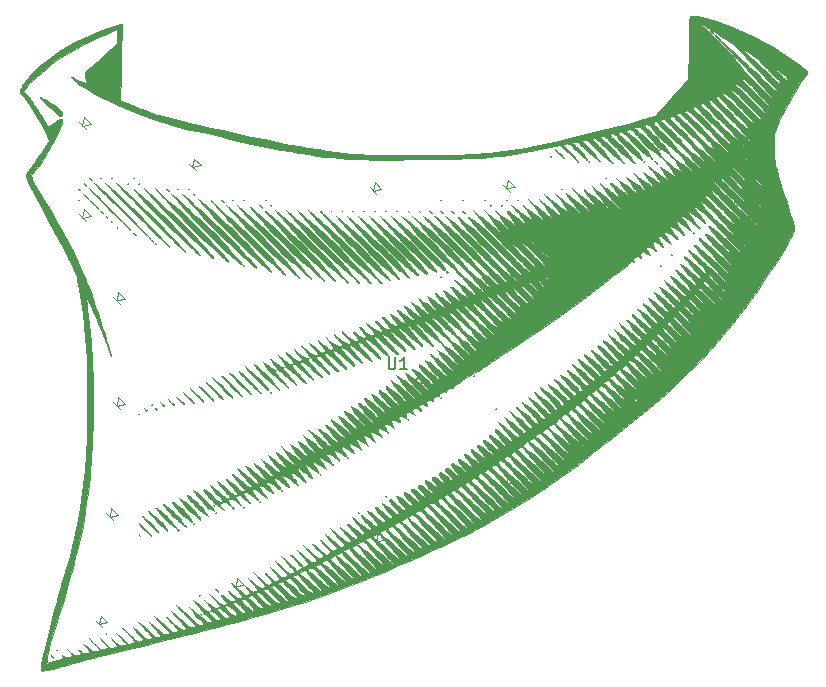
<source format=gto>
G04 #@! TF.FileFunction,Legend,Top*
%FSLAX46Y46*%
G04 Gerber Fmt 4.6, Leading zero omitted, Abs format (unit mm)*
G04 Created by KiCad (PCBNEW 4.0.7-e2-6376~61~ubuntu18.04.1) date Wed May 30 21:50:51 2018*
%MOMM*%
%LPD*%
G01*
G04 APERTURE LIST*
%ADD10C,0.100000*%
%ADD11C,0.150000*%
%ADD12C,0.010000*%
G04 APERTURE END LIST*
D10*
X130384315Y-120100000D02*
X130950000Y-120665685D01*
X130667157Y-120382843D02*
X130808579Y-119675736D01*
X131374264Y-120241421D02*
X130667157Y-120382843D01*
X130808579Y-119675736D02*
X131374264Y-120241421D01*
X141384315Y-115200000D02*
X141950000Y-115765685D01*
X141667157Y-115482843D02*
X141808579Y-114775736D01*
X142374264Y-115341421D02*
X141667157Y-115482843D01*
X141808579Y-114775736D02*
X142374264Y-115341421D01*
X150784315Y-108200000D02*
X151350000Y-108765685D01*
X151067157Y-108482843D02*
X151208579Y-107775736D01*
X151774264Y-108341421D02*
X151067157Y-108482843D01*
X151208579Y-107775736D02*
X151774264Y-108341421D01*
X158506498Y-100577817D02*
X159072183Y-101143502D01*
X158789340Y-100860660D02*
X158930762Y-100153553D01*
X159496447Y-100719238D02*
X158789340Y-100860660D01*
X158930762Y-100153553D02*
X159496447Y-100719238D01*
X160584315Y-91700000D02*
X161150000Y-92265685D01*
X160867157Y-91982843D02*
X161008579Y-91275736D01*
X161574264Y-91841421D02*
X160867157Y-91982843D01*
X161008579Y-91275736D02*
X161574264Y-91841421D01*
X154106498Y-86977817D02*
X154672183Y-87543502D01*
X154389340Y-87260660D02*
X154530762Y-86553553D01*
X155096447Y-87119238D02*
X154389340Y-87260660D01*
X154530762Y-86553553D02*
X155096447Y-87119238D01*
X141384315Y-90200000D02*
X141950000Y-90765685D01*
X141667157Y-90482843D02*
X141808579Y-89775736D01*
X142374264Y-90341421D02*
X141667157Y-90482843D01*
X141808579Y-89775736D02*
X142374264Y-90341421D01*
X130084315Y-90400000D02*
X130650000Y-90965685D01*
X130367157Y-90682843D02*
X130508579Y-89975736D01*
X131074264Y-90541421D02*
X130367157Y-90682843D01*
X130508579Y-89975736D02*
X131074264Y-90541421D01*
X114784315Y-88400000D02*
X115350000Y-88965685D01*
X115067157Y-88682843D02*
X115208579Y-87975736D01*
X115774264Y-88541421D02*
X115067157Y-88682843D01*
X115208579Y-87975736D02*
X115774264Y-88541421D01*
X105484315Y-84900000D02*
X106050000Y-85465685D01*
X105767157Y-85182843D02*
X105908579Y-84475736D01*
X106474264Y-85041421D02*
X105767157Y-85182843D01*
X105908579Y-84475736D02*
X106474264Y-85041421D01*
X105484315Y-92700000D02*
X106050000Y-93265685D01*
X105767157Y-92982843D02*
X105908579Y-92275736D01*
X106474264Y-92841421D02*
X105767157Y-92982843D01*
X105908579Y-92275736D02*
X106474264Y-92841421D01*
X108384315Y-99700000D02*
X108950000Y-100265685D01*
X108667157Y-99982843D02*
X108808579Y-99275736D01*
X109374264Y-99841421D02*
X108667157Y-99982843D01*
X108808579Y-99275736D02*
X109374264Y-99841421D01*
X108384315Y-108600000D02*
X108950000Y-109165685D01*
X108667157Y-108882843D02*
X108808579Y-108175736D01*
X109374264Y-108741421D02*
X108667157Y-108882843D01*
X108808579Y-108175736D02*
X109374264Y-108741421D01*
X107784315Y-118000000D02*
X108350000Y-118565685D01*
X108067157Y-118282843D02*
X108208579Y-117575736D01*
X108774264Y-118141421D02*
X108067157Y-118282843D01*
X108208579Y-117575736D02*
X108774264Y-118141421D01*
X106884315Y-127100000D02*
X107450000Y-127665685D01*
X107167157Y-127382843D02*
X107308579Y-126675736D01*
X107874264Y-127241421D02*
X107167157Y-127382843D01*
X107308579Y-126675736D02*
X107874264Y-127241421D01*
X118462132Y-123922183D02*
X119027817Y-124487868D01*
X118744974Y-124205026D02*
X118886396Y-123497919D01*
X119452081Y-124063604D02*
X118744974Y-124205026D01*
X118886396Y-123497919D02*
X119452081Y-124063604D01*
D11*
X134582843Y-106850000D02*
G75*
G03X134582843Y-106850000I-282843J0D01*
G01*
D12*
G36*
X157817940Y-75908769D02*
X158250472Y-75991558D01*
X158783588Y-76133807D01*
X159399038Y-76329208D01*
X160078569Y-76571456D01*
X160803932Y-76854244D01*
X161556874Y-77171268D01*
X162319145Y-77516220D01*
X162619578Y-77659161D01*
X163148169Y-77917954D01*
X163595018Y-78147216D01*
X163994778Y-78367672D01*
X164382101Y-78600049D01*
X164791639Y-78865072D01*
X165258044Y-79183468D01*
X165771037Y-79544101D01*
X166246627Y-79882291D01*
X166606749Y-80145780D01*
X166862194Y-80349565D01*
X167023750Y-80508647D01*
X167102208Y-80638022D01*
X167108358Y-80752690D01*
X167052990Y-80867649D01*
X166946893Y-80997897D01*
X166874308Y-81077684D01*
X166747814Y-81244602D01*
X166563999Y-81525638D01*
X166336196Y-81897088D01*
X166077739Y-82335248D01*
X165801963Y-82816414D01*
X165522201Y-83316881D01*
X165251787Y-83812946D01*
X165004055Y-84280904D01*
X164792340Y-84697051D01*
X164629974Y-85037683D01*
X164572607Y-85169512D01*
X164464218Y-85436473D01*
X164389153Y-85650341D01*
X164341294Y-85850179D01*
X164314522Y-86075045D01*
X164302720Y-86364002D01*
X164299769Y-86756109D01*
X164299695Y-86911890D01*
X164302620Y-87289846D01*
X164314459Y-87627422D01*
X164339811Y-87945107D01*
X164383275Y-88263390D01*
X164449448Y-88602762D01*
X164542928Y-88983710D01*
X164668315Y-89426724D01*
X164830206Y-89952293D01*
X165033199Y-90580907D01*
X165281894Y-91333053D01*
X165312640Y-91425420D01*
X165540529Y-92115173D01*
X165720263Y-92673757D01*
X165855491Y-93115959D01*
X165949864Y-93456566D01*
X166007035Y-93710366D01*
X166030652Y-93892147D01*
X166024367Y-94016694D01*
X165991830Y-94098796D01*
X165977292Y-94117592D01*
X165914263Y-94225225D01*
X165818188Y-94427608D01*
X165736605Y-94617073D01*
X165545475Y-95024756D01*
X165268383Y-95536658D01*
X164916116Y-96136055D01*
X164499462Y-96806228D01*
X164029210Y-97530453D01*
X163516148Y-98292009D01*
X162971064Y-99074174D01*
X162404745Y-99860226D01*
X162014636Y-100386281D01*
X160784255Y-101966887D01*
X159518944Y-103473242D01*
X158201683Y-104922136D01*
X156815449Y-106330358D01*
X155343219Y-107714702D01*
X153767971Y-109091956D01*
X152072682Y-110478912D01*
X150709146Y-111537919D01*
X150252207Y-111886738D01*
X149802652Y-112231945D01*
X149386216Y-112553628D01*
X149028638Y-112831871D01*
X148755655Y-113046761D01*
X148657012Y-113125777D01*
X147447019Y-114068099D01*
X146121615Y-115032870D01*
X144713805Y-115998271D01*
X143256596Y-116942486D01*
X141782992Y-117843697D01*
X140326002Y-118680087D01*
X139906402Y-118910051D01*
X139266106Y-119253581D01*
X138643885Y-119579676D01*
X138023438Y-119895948D01*
X137388461Y-120210007D01*
X136722653Y-120529464D01*
X136009712Y-120861930D01*
X135233334Y-121215016D01*
X134377219Y-121596332D01*
X133425063Y-122013490D01*
X132360565Y-122474099D01*
X131271951Y-122941086D01*
X130217084Y-123387859D01*
X129230612Y-123795662D01*
X128293146Y-124171065D01*
X127385296Y-124520640D01*
X126487672Y-124850960D01*
X125580886Y-125168595D01*
X124645546Y-125480118D01*
X123662263Y-125792101D01*
X122611647Y-126111114D01*
X121474310Y-126443730D01*
X120230860Y-126796521D01*
X118861909Y-127176058D01*
X118417073Y-127297970D01*
X118006793Y-127408156D01*
X117471160Y-127548893D01*
X116828662Y-127715535D01*
X116097785Y-127903437D01*
X115297016Y-128107953D01*
X114444844Y-128324436D01*
X113559753Y-128548241D01*
X112660233Y-128774722D01*
X111764770Y-128999233D01*
X110891850Y-129217128D01*
X110059962Y-129423761D01*
X109287592Y-129614485D01*
X108593226Y-129784656D01*
X107995354Y-129929627D01*
X107512460Y-130044752D01*
X107193414Y-130118562D01*
X106724634Y-130230656D01*
X106190107Y-130368350D01*
X105671647Y-130510201D01*
X105412316Y-130585400D01*
X104988269Y-130707924D01*
X104523475Y-130835575D01*
X104045699Y-130961451D01*
X103582707Y-131078649D01*
X103162265Y-131180265D01*
X102812136Y-131259398D01*
X102560088Y-131309144D01*
X102444787Y-131323171D01*
X102304597Y-131269736D01*
X102262520Y-131212743D01*
X102261628Y-131085679D01*
X102298720Y-130824908D01*
X102370057Y-130445877D01*
X102471901Y-129964033D01*
X102600515Y-129394823D01*
X102752161Y-128753692D01*
X102923100Y-128056087D01*
X103109595Y-127317454D01*
X103307907Y-126553241D01*
X103514299Y-125778893D01*
X103725032Y-125009858D01*
X103936369Y-124261581D01*
X103987974Y-124082622D01*
X104142754Y-123548149D01*
X104304746Y-122988670D01*
X104460682Y-122450019D01*
X104597293Y-121978029D01*
X104682947Y-121682012D01*
X104794667Y-121269073D01*
X104921266Y-120757818D01*
X105049984Y-120202326D01*
X105168063Y-119656673D01*
X105212835Y-119436281D01*
X105456139Y-118133498D01*
X105659843Y-116868805D01*
X105826286Y-115615414D01*
X105957808Y-114346540D01*
X106056748Y-113035395D01*
X106125447Y-111655192D01*
X106166245Y-110179144D01*
X106181481Y-108580466D01*
X106181707Y-108344812D01*
X106175833Y-107103222D01*
X106156709Y-105984338D01*
X106122088Y-104956380D01*
X106069720Y-103987567D01*
X105997356Y-103046118D01*
X105902747Y-102100252D01*
X105783643Y-101118190D01*
X105637797Y-100068149D01*
X105558208Y-99534451D01*
X105477212Y-99006830D01*
X105410100Y-98599584D01*
X105347839Y-98279914D01*
X105281397Y-98015023D01*
X105201741Y-97772113D01*
X105099839Y-97518384D01*
X104966658Y-97221040D01*
X104854443Y-96978964D01*
X104590442Y-96427958D01*
X104263937Y-95772648D01*
X103890425Y-95042533D01*
X103485399Y-94267112D01*
X103064357Y-93475883D01*
X102642794Y-92698346D01*
X102236205Y-91963999D01*
X102006934Y-91558232D01*
X101647108Y-90912361D01*
X101372066Y-90384452D01*
X101177869Y-89965522D01*
X101060580Y-89646586D01*
X101016260Y-89418661D01*
X101024297Y-89316692D01*
X101087593Y-89187335D01*
X101223715Y-88973353D01*
X101408797Y-88711107D01*
X101512879Y-88572411D01*
X101753545Y-88248008D01*
X102034358Y-87853803D01*
X102312357Y-87450685D01*
X102456939Y-87234416D01*
X102952597Y-86481632D01*
X102583426Y-85674642D01*
X102432571Y-85370600D01*
X102232057Y-85003586D01*
X101996221Y-84596172D01*
X101739406Y-84170929D01*
X101475949Y-83750427D01*
X101220193Y-83357237D01*
X100986476Y-83013930D01*
X100789139Y-82743078D01*
X100642522Y-82567251D01*
X100573384Y-82510886D01*
X100466895Y-82403727D01*
X100478520Y-82247399D01*
X100771429Y-82247399D01*
X101220552Y-82769226D01*
X101431599Y-83038454D01*
X101685792Y-83399410D01*
X101952966Y-83807394D01*
X102202955Y-84217708D01*
X102232683Y-84269002D01*
X102433606Y-84614472D01*
X102607254Y-84906376D01*
X102739255Y-85121067D01*
X102815236Y-85234901D01*
X102827088Y-85246951D01*
X102902456Y-85207840D01*
X103072527Y-85104572D01*
X103302702Y-84958249D01*
X103338409Y-84935103D01*
X103655479Y-84744566D01*
X103879488Y-84650185D01*
X104012326Y-84657784D01*
X104055885Y-84773190D01*
X104012054Y-85002227D01*
X103882724Y-85350721D01*
X103669786Y-85824499D01*
X103644424Y-85878029D01*
X103316219Y-86536563D01*
X102967121Y-87180624D01*
X102613892Y-87782427D01*
X102273291Y-88314185D01*
X101962077Y-88748111D01*
X101781152Y-88967151D01*
X101397037Y-89396192D01*
X101498827Y-89692280D01*
X101603014Y-89936732D01*
X101751432Y-90219795D01*
X101827849Y-90347385D01*
X101964781Y-90563627D01*
X102156276Y-90865901D01*
X102373968Y-91209434D01*
X102535686Y-91464581D01*
X103000639Y-92223516D01*
X103490381Y-93068803D01*
X103989329Y-93970391D01*
X104481901Y-94898230D01*
X104952515Y-95822270D01*
X105385590Y-96712459D01*
X105765542Y-97538747D01*
X106076791Y-98271083D01*
X106115816Y-98369012D01*
X106279756Y-98796815D01*
X106463315Y-99296879D01*
X106660612Y-99851209D01*
X106865770Y-100441809D01*
X107072910Y-101050686D01*
X107276154Y-101659845D01*
X107469623Y-102251290D01*
X107647438Y-102807027D01*
X107803722Y-103309062D01*
X107932596Y-103739398D01*
X108028182Y-104080043D01*
X108084600Y-104313000D01*
X108095972Y-104420275D01*
X108093853Y-104424034D01*
X108053269Y-104385051D01*
X108005008Y-104242479D01*
X107945053Y-104050816D01*
X107836052Y-103750648D01*
X107687411Y-103364438D01*
X107508536Y-102914647D01*
X107308834Y-102423740D01*
X107097710Y-101914178D01*
X106884571Y-101408425D01*
X106678823Y-100928943D01*
X106489871Y-100498196D01*
X106327122Y-100138645D01*
X106199981Y-99872755D01*
X106117855Y-99722987D01*
X106105628Y-99706516D01*
X106096352Y-99754473D01*
X106108505Y-99928783D01*
X106139460Y-100202801D01*
X106186588Y-100549882D01*
X106193483Y-100597065D01*
X106369823Y-101993296D01*
X106507961Y-103511196D01*
X106607363Y-105122208D01*
X106667495Y-106797774D01*
X106687822Y-108509335D01*
X106667810Y-110228333D01*
X106606925Y-111926211D01*
X106504632Y-113574409D01*
X106448934Y-114247866D01*
X106388612Y-114854890D01*
X106309663Y-115546094D01*
X106216861Y-116287130D01*
X106114979Y-117043652D01*
X106008790Y-117781313D01*
X105903067Y-118465766D01*
X105802585Y-119062662D01*
X105717155Y-119513323D01*
X105581157Y-120128801D01*
X105402312Y-120867128D01*
X105187261Y-121704390D01*
X104942643Y-122616677D01*
X104675100Y-123580077D01*
X104391270Y-124570679D01*
X104097795Y-125564572D01*
X103801314Y-126537843D01*
X103508970Y-127465018D01*
X103262878Y-128253701D01*
X103069461Y-128928707D01*
X102921360Y-129519133D01*
X102811215Y-130054070D01*
X102738736Y-130510061D01*
X102725053Y-130679783D01*
X102740424Y-130743412D01*
X102754709Y-130730962D01*
X102852882Y-130668175D01*
X103059840Y-130582498D01*
X103334597Y-130490483D01*
X103393902Y-130472827D01*
X103684570Y-130387810D01*
X103924173Y-130317190D01*
X104067927Y-130274175D01*
X104080215Y-130270369D01*
X104146358Y-130224217D01*
X104101436Y-130128892D01*
X104081550Y-130102590D01*
X104022459Y-130020087D01*
X104058640Y-130038666D01*
X104142588Y-130108559D01*
X104270188Y-130193173D01*
X104411000Y-130208770D01*
X104630261Y-130162301D01*
X104635000Y-130161027D01*
X104962188Y-130072925D01*
X104700759Y-129791388D01*
X104439329Y-129509851D01*
X104761504Y-129790526D01*
X104953903Y-129950039D01*
X105091351Y-130022988D01*
X105233185Y-130027339D01*
X105412692Y-129987690D01*
X105741705Y-129904177D01*
X105563541Y-129759909D01*
X105452281Y-129644172D01*
X105433656Y-129567367D01*
X105433982Y-129567035D01*
X105508600Y-129586894D01*
X105625410Y-129700346D01*
X105637875Y-129715846D01*
X105763772Y-129845074D01*
X105900092Y-129878442D01*
X106071009Y-129850598D01*
X106263428Y-129799769D01*
X106379367Y-129755323D01*
X106387460Y-129749329D01*
X106361560Y-129675945D01*
X106254817Y-129525515D01*
X106129648Y-129375858D01*
X105833232Y-129040992D01*
X106211970Y-129368972D01*
X106420183Y-129538443D01*
X106589480Y-129656774D01*
X106676604Y-129696554D01*
X106775428Y-129681437D01*
X106989630Y-129641280D01*
X107283142Y-129583465D01*
X107619897Y-129515378D01*
X107963826Y-129444400D01*
X108278860Y-129377917D01*
X108528934Y-129323311D01*
X108677978Y-129287967D01*
X108692403Y-129283885D01*
X108684081Y-129220555D01*
X108590498Y-129077820D01*
X108460086Y-128919268D01*
X108156402Y-128576358D01*
X108536511Y-128905544D01*
X108755255Y-129085284D01*
X108911246Y-129177124D01*
X109052497Y-129201415D01*
X109194743Y-129184531D01*
X109412305Y-129139477D01*
X109494849Y-129093354D01*
X109460517Y-129022086D01*
X109376102Y-128943857D01*
X109237816Y-128808563D01*
X109050105Y-128607249D01*
X108919857Y-128459851D01*
X108621037Y-128113300D01*
X109105030Y-128529544D01*
X109328439Y-128729859D01*
X109497269Y-128896814D01*
X109583468Y-129002109D01*
X109589024Y-129017767D01*
X109652559Y-129048790D01*
X109802892Y-129041321D01*
X109979614Y-129005011D01*
X110122316Y-128949506D01*
X110152604Y-128927744D01*
X110137270Y-128845757D01*
X110037546Y-128687506D01*
X109894346Y-128509988D01*
X109733926Y-128322895D01*
X109629999Y-128192181D01*
X109605276Y-128148171D01*
X109672210Y-128196763D01*
X109821287Y-128324855D01*
X110021754Y-128505926D01*
X110045432Y-128527764D01*
X110266584Y-128724860D01*
X110417664Y-128831116D01*
X110537854Y-128865466D01*
X110666337Y-128846844D01*
X110691348Y-128839909D01*
X110906547Y-128761005D01*
X110987698Y-128689779D01*
X110933298Y-128637286D01*
X110844293Y-128566831D01*
X110686264Y-128407861D01*
X110489169Y-128190983D01*
X110432029Y-128125175D01*
X110019109Y-127644817D01*
X110609051Y-128167220D01*
X110884286Y-128405922D01*
X111076976Y-128555215D01*
X111217030Y-128632183D01*
X111334358Y-128653911D01*
X111439435Y-128641534D01*
X111627640Y-128582765D01*
X111668214Y-128502084D01*
X111568262Y-128384296D01*
X111562087Y-128379133D01*
X111460575Y-128279662D01*
X111287426Y-128095184D01*
X111072416Y-127857753D01*
X110961934Y-127733081D01*
X110479573Y-127184787D01*
X111049641Y-127672200D01*
X111317880Y-127905438D01*
X111558237Y-128121371D01*
X111734176Y-128286880D01*
X111785312Y-128339009D01*
X111924711Y-128458005D01*
X112071960Y-128476891D01*
X112206634Y-128446186D01*
X112462353Y-128373965D01*
X111935597Y-127780188D01*
X111408841Y-127186410D01*
X111989634Y-127679787D01*
X112241991Y-127896920D01*
X112448621Y-128079870D01*
X112581510Y-128203556D01*
X112614279Y-128239016D01*
X112708542Y-128269514D01*
X112873189Y-128259257D01*
X113040596Y-128220198D01*
X113143140Y-128164289D01*
X113151219Y-128144112D01*
X113097183Y-128055166D01*
X112976982Y-127939890D01*
X112848355Y-127817658D01*
X112654372Y-127613177D01*
X112429181Y-127362880D01*
X112338110Y-127258205D01*
X111873476Y-126718603D01*
X112454268Y-127211460D01*
X112724734Y-127446892D01*
X112966070Y-127667553D01*
X113142279Y-127840062D01*
X113195463Y-127898738D01*
X113327707Y-128026274D01*
X113474235Y-128060992D01*
X113643459Y-128039207D01*
X113931053Y-127985254D01*
X113637935Y-127663845D01*
X113414137Y-127421020D01*
X113182634Y-127173692D01*
X113090559Y-127076747D01*
X112922658Y-126884680D01*
X112871494Y-126791811D01*
X112929485Y-126805880D01*
X113089046Y-126934628D01*
X113162454Y-127003364D01*
X113555988Y-127369734D01*
X113875797Y-127641524D01*
X114113173Y-127811965D01*
X114259408Y-127874289D01*
X114280428Y-127872270D01*
X114504257Y-127800792D01*
X114598446Y-127748812D01*
X114580545Y-127687634D01*
X114468103Y-127588567D01*
X114458713Y-127580774D01*
X114319345Y-127447785D01*
X114115358Y-127232204D01*
X113880937Y-126970709D01*
X113764416Y-126835870D01*
X113272687Y-126259239D01*
X113947624Y-126830966D01*
X114215390Y-127062760D01*
X114432885Y-127260504D01*
X114576356Y-127401956D01*
X114622561Y-127462951D01*
X114690505Y-127559581D01*
X114857279Y-127626404D01*
X115067298Y-127645571D01*
X115157330Y-127634662D01*
X115395021Y-127587124D01*
X115030242Y-127228776D01*
X114803432Y-126996076D01*
X114528767Y-126700029D01*
X114257589Y-126396231D01*
X114198738Y-126328354D01*
X113732012Y-125786281D01*
X114312805Y-126281317D01*
X114613965Y-126544730D01*
X114915850Y-126819966D01*
X115167864Y-127060542D01*
X115239209Y-127132362D01*
X115504425Y-127365346D01*
X115720753Y-127461146D01*
X115901878Y-127424256D01*
X115969031Y-127371926D01*
X115954091Y-127291879D01*
X115855911Y-127151636D01*
X115710761Y-126989514D01*
X115554911Y-126843829D01*
X115424629Y-126752898D01*
X115371835Y-126741018D01*
X115339231Y-126711777D01*
X115348624Y-126692375D01*
X115321548Y-126606166D01*
X115212276Y-126440453D01*
X115043693Y-126229505D01*
X115025264Y-126208174D01*
X114882665Y-126042418D01*
X114811600Y-125951672D01*
X114821373Y-125941211D01*
X114921286Y-126016312D01*
X115120644Y-126182254D01*
X115403275Y-126422582D01*
X115695694Y-126674691D01*
X115950744Y-126899575D01*
X116141841Y-127073456D01*
X116242403Y-127172554D01*
X116244605Y-127175153D01*
X116382054Y-127241318D01*
X116579628Y-127247261D01*
X116754646Y-127192700D01*
X116776724Y-127176965D01*
X116745971Y-127115131D01*
X116628890Y-126991537D01*
X116462260Y-126838404D01*
X116282861Y-126687951D01*
X116127470Y-126572399D01*
X116032866Y-126523969D01*
X116031253Y-126523888D01*
X115968223Y-126477269D01*
X115979763Y-126441246D01*
X115954465Y-126350905D01*
X115844562Y-126177626D01*
X115670671Y-125952113D01*
X115577778Y-125842621D01*
X115125915Y-125324701D01*
X115689336Y-125807168D01*
X115945344Y-126016282D01*
X116167881Y-126179703D01*
X116324860Y-126274737D01*
X116371498Y-126289634D01*
X116453583Y-126322743D01*
X116449103Y-126356193D01*
X116473675Y-126445600D01*
X116586808Y-126581385D01*
X116618770Y-126611187D01*
X116798160Y-126789320D01*
X116941745Y-126960658D01*
X116945732Y-126966317D01*
X117047162Y-127077083D01*
X117164610Y-127082892D01*
X117278107Y-127040438D01*
X117494325Y-126947866D01*
X117146992Y-126580772D01*
X116918220Y-126361978D01*
X116753977Y-126262168D01*
X116659738Y-126258961D01*
X116571125Y-126279928D01*
X116618755Y-126234163D01*
X116630996Y-126225402D01*
X116686234Y-126174586D01*
X116686990Y-126167633D01*
X117171497Y-126167633D01*
X117235892Y-126270478D01*
X117390873Y-126444019D01*
X117466168Y-126524102D01*
X117649972Y-126716331D01*
X117786471Y-126854348D01*
X117846907Y-126909094D01*
X117847248Y-126909147D01*
X117923837Y-126884962D01*
X118061695Y-126834332D01*
X118258473Y-126759517D01*
X117840165Y-126363898D01*
X117617155Y-126160892D01*
X117468506Y-126052835D01*
X117361914Y-126022385D01*
X117265074Y-126052198D01*
X117262306Y-126053668D01*
X117184648Y-126105393D01*
X117171497Y-126167633D01*
X116686990Y-126167633D01*
X116693149Y-126111015D01*
X116637907Y-126008899D01*
X116506672Y-125842451D01*
X116291539Y-125592683D01*
X116055183Y-125321647D01*
X116329906Y-125573323D01*
X116504284Y-125721171D01*
X116636069Y-125811677D01*
X116672284Y-125825000D01*
X116777972Y-125871915D01*
X116870725Y-125943360D01*
X117009199Y-126019401D01*
X117185558Y-125991347D01*
X117214290Y-125980821D01*
X117427070Y-125899922D01*
X117396991Y-125865446D01*
X117782727Y-125865446D01*
X117827691Y-125946680D01*
X117961722Y-126092613D01*
X118122876Y-126255186D01*
X118380301Y-126497104D01*
X118570050Y-126629489D01*
X118719020Y-126665459D01*
X118854107Y-126618134D01*
X118859764Y-126614591D01*
X118868213Y-126537304D01*
X118760244Y-126383555D01*
X118533583Y-126148931D01*
X118303913Y-125937304D01*
X118143354Y-125821469D01*
X118017702Y-125781837D01*
X117912854Y-125793418D01*
X117815043Y-125822997D01*
X117782727Y-125865446D01*
X117396991Y-125865446D01*
X116973443Y-125379994D01*
X116519817Y-124860067D01*
X117081289Y-125340856D01*
X117346709Y-125563792D01*
X117526825Y-125698364D01*
X117651280Y-125760008D01*
X117749717Y-125764162D01*
X117835714Y-125733729D01*
X117940056Y-125676887D01*
X117973274Y-125612182D01*
X118496965Y-125612182D01*
X118552408Y-125705939D01*
X118694489Y-125864843D01*
X118864313Y-126040481D01*
X119115588Y-126282984D01*
X119293279Y-126415775D01*
X119417252Y-126452650D01*
X119448884Y-126446425D01*
X119564195Y-126381665D01*
X119586082Y-126342265D01*
X119533620Y-126263752D01*
X119398677Y-126107366D01*
X119208563Y-125904474D01*
X119173784Y-125868701D01*
X118954269Y-125653351D01*
X118804181Y-125536393D01*
X118691961Y-125498795D01*
X118593277Y-125518617D01*
X118514980Y-125558200D01*
X118496965Y-125612182D01*
X117973274Y-125612182D01*
X117973584Y-125611580D01*
X117926635Y-125509019D01*
X117789547Y-125340413D01*
X117652201Y-125186936D01*
X117520677Y-125019162D01*
X117501370Y-124940693D01*
X117580398Y-124950915D01*
X117743876Y-125049212D01*
X117936463Y-125199529D01*
X118151644Y-125372825D01*
X118296589Y-125457843D01*
X118414436Y-125471818D01*
X118533030Y-125437882D01*
X118749375Y-125355628D01*
X118745785Y-125351519D01*
X119205730Y-125351519D01*
X119297319Y-125499390D01*
X119452873Y-125686888D01*
X119644064Y-125885250D01*
X119842565Y-126065717D01*
X120020048Y-126199526D01*
X120148185Y-126257917D01*
X120175175Y-126255596D01*
X120315057Y-126216201D01*
X120352269Y-126212195D01*
X120331075Y-126161331D01*
X120221048Y-126024924D01*
X120042559Y-125827258D01*
X119929954Y-125708842D01*
X119682266Y-125456930D01*
X119513153Y-125302871D01*
X119396158Y-125230693D01*
X119304825Y-125224424D01*
X119212700Y-125268091D01*
X119206434Y-125272036D01*
X119205730Y-125351519D01*
X118745785Y-125351519D01*
X118565385Y-125145040D01*
X118392488Y-124947453D01*
X118193634Y-124720612D01*
X118147557Y-124668115D01*
X118074090Y-124573618D01*
X118112496Y-124584789D01*
X118263104Y-124701828D01*
X118417073Y-124831142D01*
X118664934Y-125038413D01*
X118830753Y-125158616D01*
X118948360Y-125207449D01*
X119051582Y-125200612D01*
X119141976Y-125167529D01*
X119363524Y-125074551D01*
X119344687Y-125052652D01*
X119718083Y-125052652D01*
X120248523Y-125551639D01*
X120506147Y-125792354D01*
X120678683Y-125943519D01*
X120793777Y-126021783D01*
X120879079Y-126043791D01*
X120962236Y-126026191D01*
X121008211Y-126009060D01*
X121047972Y-125962411D01*
X121004368Y-125869438D01*
X120864585Y-125711764D01*
X120666069Y-125518331D01*
X120450452Y-125304232D01*
X120287351Y-125122860D01*
X120203736Y-125004911D01*
X120198171Y-124985795D01*
X120187008Y-124914645D01*
X120125351Y-124905514D01*
X119970952Y-124956608D01*
X119924448Y-124974192D01*
X119718083Y-125052652D01*
X119344687Y-125052652D01*
X118870939Y-124501923D01*
X118378354Y-123929294D01*
X118981233Y-124443477D01*
X119256380Y-124674876D01*
X119444805Y-124819156D01*
X119576020Y-124891551D01*
X119679537Y-124907296D01*
X119784869Y-124881629D01*
X119811197Y-124871944D01*
X119919486Y-124831301D01*
X119976576Y-124791431D01*
X119975447Y-124773417D01*
X120457113Y-124773417D01*
X120497878Y-124852611D01*
X120620673Y-124989811D01*
X120838431Y-125206479D01*
X120922846Y-125288855D01*
X121249204Y-125587508D01*
X121491805Y-125764688D01*
X121656919Y-125824951D01*
X121660689Y-125825000D01*
X121790099Y-125814295D01*
X121782703Y-125756978D01*
X121724580Y-125689482D01*
X121387480Y-125321735D01*
X121137054Y-125054061D01*
X120956034Y-124871709D01*
X120827154Y-124759931D01*
X120733149Y-124703979D01*
X120656751Y-124689104D01*
X120580694Y-124700556D01*
X120569950Y-124703205D01*
X120485448Y-124730769D01*
X120457113Y-124773417D01*
X119975447Y-124773417D01*
X119972570Y-124727553D01*
X119897567Y-124614881D01*
X119741670Y-124428632D01*
X119542335Y-124198781D01*
X119307622Y-123927744D01*
X119578659Y-124162457D01*
X119849987Y-124396904D01*
X120032100Y-124545920D01*
X120154103Y-124624010D01*
X120245102Y-124645679D01*
X120334202Y-124625433D01*
X120429398Y-124586427D01*
X120664578Y-124489013D01*
X120653142Y-124475864D01*
X121056860Y-124475864D01*
X121097281Y-124535898D01*
X121224767Y-124673991D01*
X121412003Y-124863777D01*
X121631675Y-125078889D01*
X121856470Y-125292959D01*
X122059074Y-125479621D01*
X122212173Y-125612508D01*
X122288452Y-125665252D01*
X122289024Y-125665310D01*
X122379822Y-125631471D01*
X122436769Y-125598730D01*
X122466482Y-125539738D01*
X122411484Y-125435915D01*
X122258374Y-125268600D01*
X122072575Y-125091592D01*
X121846046Y-124869024D01*
X121664928Y-124667236D01*
X121560619Y-124521933D01*
X121549693Y-124497004D01*
X121480184Y-124387887D01*
X121342039Y-124381363D01*
X121294534Y-124392110D01*
X121132019Y-124440817D01*
X121056860Y-124475864D01*
X120653142Y-124475864D01*
X120218417Y-123976061D01*
X119772256Y-123463110D01*
X120287900Y-123911634D01*
X120550488Y-124132077D01*
X120733778Y-124261093D01*
X120868832Y-124315922D01*
X120986709Y-124313803D01*
X121004942Y-124309610D01*
X121193950Y-124236900D01*
X121201521Y-124220542D01*
X121598876Y-124220542D01*
X121885871Y-124432978D01*
X122093118Y-124603000D01*
X122345750Y-124833256D01*
X122557150Y-125041610D01*
X122813769Y-125287413D01*
X122995130Y-125413797D01*
X123114745Y-125428256D01*
X123166671Y-125379726D01*
X123131363Y-125303215D01*
X123009049Y-125139407D01*
X122819512Y-124913180D01*
X122607644Y-124676600D01*
X122349145Y-124398538D01*
X122170174Y-124218632D01*
X122046389Y-124120157D01*
X121953443Y-124086389D01*
X121866995Y-124100604D01*
X121806267Y-124126048D01*
X121598876Y-124220542D01*
X121201521Y-124220542D01*
X121240272Y-124136817D01*
X121146903Y-123989657D01*
X121065895Y-123908262D01*
X120884180Y-123725528D01*
X120665101Y-123489802D01*
X120538536Y-123346951D01*
X120236890Y-122998476D01*
X120585366Y-123301835D01*
X120832102Y-123523150D01*
X121077169Y-123753145D01*
X121189285Y-123863308D01*
X121349724Y-124017040D01*
X121458903Y-124074779D01*
X121572968Y-124052118D01*
X121680229Y-123999641D01*
X121792521Y-123939258D01*
X122275310Y-123939258D01*
X122764799Y-124359416D01*
X123020550Y-124585808D01*
X123252375Y-124802966D01*
X123416785Y-124969915D01*
X123436772Y-124992531D01*
X123590809Y-125125648D01*
X123751311Y-125198987D01*
X123873918Y-125199727D01*
X123915244Y-125130818D01*
X123863966Y-125044668D01*
X123727683Y-124881692D01*
X123532720Y-124672736D01*
X123469125Y-124608105D01*
X123235067Y-124364689D01*
X123025640Y-124132304D01*
X122880976Y-123955729D01*
X122866584Y-123935739D01*
X122752725Y-123790407D01*
X122656886Y-123756373D01*
X122513793Y-123814362D01*
X122492736Y-123825337D01*
X122275310Y-123939258D01*
X121792521Y-123939258D01*
X121794108Y-123938405D01*
X121851060Y-123881508D01*
X121841210Y-123803445D01*
X121754686Y-123678715D01*
X121581612Y-123481813D01*
X121405041Y-123288872D01*
X121255686Y-123117452D01*
X121213910Y-123048912D01*
X121274105Y-123080419D01*
X121430665Y-123209136D01*
X121665192Y-123420398D01*
X121881187Y-123616208D01*
X122021736Y-123721908D01*
X122124524Y-123753162D01*
X122227240Y-123725634D01*
X122305894Y-123686703D01*
X122332945Y-123672714D01*
X122908537Y-123672714D01*
X122967900Y-123746860D01*
X123117616Y-123864392D01*
X123198933Y-123919122D01*
X123394757Y-124066425D01*
X123646129Y-124284400D01*
X123903625Y-124529841D01*
X123942358Y-124569047D01*
X124205362Y-124821063D01*
X124393707Y-124959719D01*
X124524025Y-124996770D01*
X124542856Y-124993491D01*
X124600310Y-124959764D01*
X124589868Y-124889660D01*
X124498746Y-124761433D01*
X124314158Y-124553336D01*
X124232424Y-124465429D01*
X123990615Y-124202273D01*
X123762319Y-123945875D01*
X123589590Y-123743634D01*
X123563088Y-123710948D01*
X123420619Y-123548336D01*
X123311098Y-123489718D01*
X123179116Y-123511885D01*
X123130095Y-123529595D01*
X122974408Y-123605624D01*
X122908549Y-123672068D01*
X122908537Y-123672714D01*
X122332945Y-123672714D01*
X122531948Y-123569806D01*
X121631798Y-122533842D01*
X122174883Y-123009990D01*
X122430636Y-123231467D01*
X122601464Y-123364825D01*
X122718184Y-123424856D01*
X122811615Y-123426349D01*
X122912577Y-123384095D01*
X122932643Y-123373658D01*
X122970056Y-123354055D01*
X123522003Y-123354055D01*
X124121934Y-123863902D01*
X124393688Y-124100784D01*
X124633795Y-124320790D01*
X124808282Y-124492271D01*
X124866248Y-124557301D01*
X125054608Y-124703806D01*
X125211695Y-124740854D01*
X125294671Y-124732739D01*
X125317909Y-124695168D01*
X125269803Y-124608298D01*
X125138744Y-124452289D01*
X124913128Y-124207298D01*
X124876959Y-124168640D01*
X124626162Y-123895955D01*
X124396261Y-123637432D01*
X124221198Y-123431617D01*
X124161644Y-123356270D01*
X124037917Y-123204403D01*
X123941849Y-123160144D01*
X123811107Y-123205051D01*
X123752066Y-123235085D01*
X123522003Y-123354055D01*
X122970056Y-123354055D01*
X123147318Y-123261179D01*
X122621373Y-122665662D01*
X122095427Y-122070145D01*
X122657653Y-122562348D01*
X122904248Y-122781322D01*
X123105362Y-122965692D01*
X123233041Y-123089533D01*
X123262200Y-123123029D01*
X123351315Y-123137947D01*
X123512761Y-123083441D01*
X123533965Y-123072855D01*
X123561008Y-123057219D01*
X124116531Y-123057219D01*
X124321160Y-123221445D01*
X124501692Y-123364060D01*
X124738477Y-123548288D01*
X124878690Y-123656301D01*
X125146584Y-123882792D01*
X125418609Y-124144667D01*
X125522045Y-124255831D01*
X125698083Y-124451245D01*
X125806934Y-124550014D01*
X125883191Y-124572228D01*
X125961447Y-124537982D01*
X125983732Y-124523998D01*
X125999611Y-124445845D01*
X125896442Y-124298181D01*
X125759667Y-124157349D01*
X125554454Y-123945077D01*
X125303469Y-123665525D01*
X125055913Y-123373750D01*
X125019716Y-123329370D01*
X124597624Y-122808436D01*
X124357077Y-122932827D01*
X124116531Y-123057219D01*
X123561008Y-123057219D01*
X123685064Y-122985492D01*
X123715193Y-122909576D01*
X123641809Y-122787095D01*
X123626369Y-122765817D01*
X123515309Y-122631402D01*
X123442863Y-122574995D01*
X123374355Y-122519177D01*
X123232790Y-122372778D01*
X123044794Y-122163751D01*
X122979494Y-122088567D01*
X122562590Y-121604573D01*
X123103399Y-122079850D01*
X123361161Y-122309966D01*
X123588940Y-122519731D01*
X123750734Y-122675741D01*
X123790502Y-122717368D01*
X123936796Y-122879608D01*
X124171758Y-122751112D01*
X124837307Y-122751112D01*
X124900034Y-122864605D01*
X125090624Y-123033317D01*
X125170104Y-123095178D01*
X125430657Y-123306435D01*
X125739444Y-123573678D01*
X126035022Y-123843541D01*
X126070105Y-123876827D01*
X126329780Y-124107870D01*
X126533210Y-124255347D01*
X126659069Y-124304173D01*
X126670825Y-124301731D01*
X126697088Y-124242985D01*
X126620044Y-124115891D01*
X126431406Y-123907647D01*
X126385562Y-123861162D01*
X126118059Y-123577796D01*
X125830410Y-123251071D01*
X125634272Y-123013218D01*
X125441881Y-122779667D01*
X125306710Y-122650182D01*
X125197226Y-122601899D01*
X125081899Y-122611956D01*
X125081138Y-122612143D01*
X124898866Y-122673427D01*
X124837307Y-122751112D01*
X124171758Y-122751112D01*
X124460224Y-122593356D01*
X124710649Y-122456403D01*
X125388619Y-122456403D01*
X126026474Y-122979450D01*
X126325000Y-123229612D01*
X126608083Y-123476178D01*
X126835054Y-123683297D01*
X126926882Y-123773200D01*
X127112361Y-123933600D01*
X127282304Y-124030673D01*
X127342216Y-124043903D01*
X127388882Y-124017411D01*
X127347674Y-123928897D01*
X127209012Y-123764797D01*
X126972949Y-123521189D01*
X126720207Y-123257555D01*
X126490894Y-122999716D01*
X126321668Y-122789585D01*
X126277751Y-122726302D01*
X126093837Y-122462749D01*
X125943304Y-122322954D01*
X125795797Y-122289519D01*
X125620965Y-122345044D01*
X125616415Y-122347214D01*
X125388619Y-122456403D01*
X124710649Y-122456403D01*
X124983653Y-122307103D01*
X124468808Y-121724852D01*
X123953963Y-121142600D01*
X124496037Y-121605904D01*
X124740435Y-121817566D01*
X124939753Y-121995359D01*
X125064418Y-122112666D01*
X125089037Y-122139644D01*
X125190708Y-122161995D01*
X125199390Y-122159678D01*
X125991931Y-122159678D01*
X126225425Y-122346760D01*
X126438806Y-122512290D01*
X126689606Y-122699642D01*
X126766633Y-122755675D01*
X126981222Y-122927243D01*
X127243370Y-123160359D01*
X127486204Y-123394547D01*
X127725494Y-123620219D01*
X127911498Y-123763722D01*
X128029702Y-123817921D01*
X128065591Y-123775682D01*
X128019512Y-123656708D01*
X127929616Y-123534442D01*
X127873573Y-123501829D01*
X127803074Y-123445584D01*
X127655063Y-123291741D01*
X127450018Y-123062645D01*
X127208416Y-122780638D01*
X127163842Y-122727439D01*
X126916371Y-122438380D01*
X126699656Y-122198789D01*
X126534766Y-122031000D01*
X126442771Y-121957345D01*
X126435868Y-121955793D01*
X126311475Y-121992778D01*
X126173252Y-122059107D01*
X125991931Y-122159678D01*
X125199390Y-122159678D01*
X125373904Y-122113108D01*
X125384543Y-122108773D01*
X125629123Y-122007465D01*
X125465907Y-121833950D01*
X126646385Y-121833950D01*
X126695302Y-121885314D01*
X126841838Y-122016397D01*
X127064255Y-122208222D01*
X127340816Y-122441811D01*
X127384839Y-122478621D01*
X127696933Y-122742960D01*
X127986213Y-122994646D01*
X128220273Y-123205068D01*
X128365899Y-123344772D01*
X128533768Y-123491011D01*
X128683900Y-123575234D01*
X128778809Y-123579991D01*
X128793902Y-123543991D01*
X128743506Y-123476557D01*
X128608793Y-123326303D01*
X128414481Y-123120405D01*
X128318511Y-123021277D01*
X127993480Y-122669390D01*
X127674950Y-122291968D01*
X127398984Y-121933552D01*
X127208765Y-121650688D01*
X127184014Y-121579506D01*
X127252517Y-121606936D01*
X127554630Y-121810394D01*
X127923148Y-122093645D01*
X128317828Y-122424166D01*
X128698431Y-122769439D01*
X128739572Y-122808710D01*
X128980650Y-123035067D01*
X129181753Y-123214362D01*
X129316261Y-123323385D01*
X129355335Y-123345571D01*
X129416217Y-123297795D01*
X129391214Y-123180934D01*
X129296416Y-123042469D01*
X129232719Y-122983741D01*
X129115658Y-122872547D01*
X128924263Y-122669732D01*
X128683490Y-122402535D01*
X128418296Y-122098200D01*
X128373795Y-122046155D01*
X127695566Y-121250704D01*
X127179947Y-121535819D01*
X126931933Y-121673337D01*
X126743999Y-121778254D01*
X126650611Y-121831311D01*
X126646385Y-121833950D01*
X125465907Y-121833950D01*
X125293948Y-121651141D01*
X125057507Y-121395812D01*
X124814500Y-121127297D01*
X124688685Y-120985061D01*
X124418598Y-120675305D01*
X124728354Y-120945393D01*
X124965901Y-121156808D01*
X125238483Y-121405474D01*
X125393375Y-121549612D01*
X125593505Y-121730434D01*
X125726223Y-121818869D01*
X125833009Y-121832663D01*
X125954808Y-121789808D01*
X126102303Y-121706257D01*
X126160976Y-121641926D01*
X126110751Y-121563360D01*
X125978991Y-121408903D01*
X125794067Y-121211784D01*
X125791431Y-121209081D01*
X125583951Y-120991354D01*
X125407235Y-120797132D01*
X125307437Y-120678331D01*
X125246352Y-120589616D01*
X125273672Y-120589698D01*
X125406041Y-120680907D01*
X125425305Y-120694846D01*
X125608389Y-120844126D01*
X125837977Y-121053347D01*
X126002156Y-121214534D01*
X126186605Y-121396049D01*
X126327249Y-121522331D01*
X126389351Y-121564132D01*
X126475156Y-121520094D01*
X126602798Y-121428614D01*
X126773584Y-121294817D01*
X126694950Y-121211264D01*
X127864634Y-121211264D01*
X127920500Y-121268545D01*
X128074605Y-121407762D01*
X128306715Y-121611100D01*
X128596594Y-121860742D01*
X128774543Y-122012366D01*
X129102234Y-122293009D01*
X129397159Y-122550124D01*
X129634574Y-122761803D01*
X129789738Y-122906138D01*
X129827245Y-122944514D01*
X129965025Y-123049192D01*
X130071765Y-123065154D01*
X130080504Y-122992176D01*
X129966848Y-122829029D01*
X129774093Y-122620147D01*
X129543907Y-122376961D01*
X129261455Y-122065177D01*
X128972696Y-121735946D01*
X128842389Y-121583231D01*
X128310082Y-120952286D01*
X128087358Y-121067461D01*
X127934715Y-121154224D01*
X127865062Y-121209266D01*
X127864634Y-121211264D01*
X126694950Y-121211264D01*
X126309071Y-120801247D01*
X126106268Y-120576663D01*
X125958474Y-120395306D01*
X125887562Y-120284872D01*
X125886286Y-120265950D01*
X125956449Y-120297109D01*
X126109080Y-120415671D01*
X126316993Y-120599662D01*
X126424987Y-120701440D01*
X126658361Y-120914705D01*
X126858758Y-121078187D01*
X126994801Y-121167078D01*
X127025462Y-121176196D01*
X127148410Y-121140273D01*
X127272918Y-121062595D01*
X127350116Y-120980739D01*
X127339668Y-120935950D01*
X128545783Y-120935950D01*
X128574823Y-120983066D01*
X128670399Y-121066668D01*
X128858064Y-121228535D01*
X129112016Y-121446485D01*
X129406455Y-121698338D01*
X129452134Y-121737341D01*
X129761261Y-122004482D01*
X130043276Y-122254111D01*
X130268538Y-122459598D01*
X130407403Y-122594315D01*
X130414261Y-122601637D01*
X130573456Y-122756143D01*
X130676230Y-122800863D01*
X130744039Y-122764904D01*
X130709453Y-122697019D01*
X130585877Y-122541327D01*
X130392628Y-122320735D01*
X130149022Y-122058147D01*
X130139932Y-122048593D01*
X129889929Y-121779601D01*
X129684739Y-121546520D01*
X129545503Y-121374235D01*
X129493358Y-121287630D01*
X129493352Y-121287460D01*
X129438919Y-121177470D01*
X129328803Y-121056009D01*
X129177590Y-120892917D01*
X129090624Y-120767109D01*
X129050289Y-120669726D01*
X129109987Y-120677422D01*
X129170923Y-120708579D01*
X129317277Y-120808883D01*
X129376892Y-120872457D01*
X129468150Y-120959193D01*
X129642127Y-121086514D01*
X129737940Y-121149263D01*
X129923097Y-121284934D01*
X130180100Y-121497968D01*
X130471264Y-121756231D01*
X130692410Y-121963179D01*
X130948557Y-122199687D01*
X131164373Y-122381310D01*
X131316431Y-122489520D01*
X131380516Y-122507410D01*
X131355756Y-122416795D01*
X131244138Y-122261022D01*
X131129772Y-122135630D01*
X130961999Y-121957407D01*
X130726891Y-121696018D01*
X130456250Y-121387290D01*
X130194413Y-121081860D01*
X129951966Y-120798159D01*
X129746974Y-120563108D01*
X129599166Y-120398982D01*
X129528276Y-120328055D01*
X129525561Y-120326830D01*
X129448556Y-120361425D01*
X129271723Y-120452912D01*
X129030548Y-120582842D01*
X128984043Y-120608338D01*
X128722853Y-120759210D01*
X128583135Y-120862581D01*
X128545783Y-120935950D01*
X127339668Y-120935950D01*
X127339400Y-120934803D01*
X127262400Y-120867571D01*
X127111021Y-120708709D01*
X126910432Y-120485233D01*
X126773862Y-120327794D01*
X126277134Y-119747965D01*
X126935366Y-120308426D01*
X127202763Y-120533000D01*
X127426050Y-120714698D01*
X127579726Y-120833148D01*
X127636876Y-120868895D01*
X127725723Y-120827884D01*
X127830473Y-120757532D01*
X127932002Y-120665022D01*
X127908951Y-120592149D01*
X127854045Y-120544575D01*
X127750513Y-120443256D01*
X127576758Y-120254742D01*
X127361676Y-120010842D01*
X127234533Y-119862609D01*
X126741768Y-119282229D01*
X127480438Y-119913562D01*
X127801221Y-120183439D01*
X128031970Y-120360478D01*
X128197916Y-120455290D01*
X128324287Y-120478483D01*
X128436316Y-120440670D01*
X128547122Y-120362139D01*
X128510249Y-120301727D01*
X128468920Y-120253718D01*
X129723171Y-120253718D01*
X129779195Y-120320946D01*
X129933717Y-120468968D01*
X130166414Y-120679237D01*
X130456959Y-120933209D01*
X130633079Y-121083975D01*
X130965500Y-121369284D01*
X131269691Y-121635471D01*
X131519403Y-121859189D01*
X131688384Y-122017096D01*
X131730724Y-122060065D01*
X131901242Y-122216754D01*
X132011510Y-122260207D01*
X132046341Y-122196429D01*
X131995727Y-122111652D01*
X131862939Y-121952781D01*
X131676564Y-121753981D01*
X131673787Y-121751154D01*
X131463291Y-121526927D01*
X131196151Y-121227904D01*
X130912853Y-120899924D01*
X130740664Y-120694665D01*
X130515581Y-120425713D01*
X130327881Y-120207297D01*
X130198424Y-120063301D01*
X130148875Y-120017073D01*
X130036502Y-120050761D01*
X129884641Y-120127266D01*
X129759557Y-120209754D01*
X129723171Y-120253718D01*
X128468920Y-120253718D01*
X128390211Y-120162289D01*
X128218801Y-119980075D01*
X128000974Y-119745042D01*
X127802009Y-119512108D01*
X127694217Y-119371912D01*
X127615221Y-119253223D01*
X127594526Y-119199567D01*
X127643897Y-119218507D01*
X127775102Y-119317606D01*
X127999907Y-119504424D01*
X128302450Y-119762795D01*
X128557031Y-119977423D01*
X128726665Y-120103302D01*
X128841927Y-120154844D01*
X128933394Y-120146455D01*
X129019125Y-120100536D01*
X129049710Y-120042462D01*
X129006729Y-119935366D01*
X129005383Y-119933526D01*
X130342683Y-119933526D01*
X130398792Y-120000245D01*
X130552072Y-120144758D01*
X130779950Y-120346628D01*
X131059856Y-120585419D01*
X131097713Y-120617126D01*
X131425930Y-120896730D01*
X131746773Y-121179226D01*
X132021460Y-121429947D01*
X132197983Y-121600618D01*
X132436727Y-121828431D01*
X132584972Y-121938670D01*
X132641674Y-121940192D01*
X132605786Y-121841855D01*
X132476264Y-121652519D01*
X132252062Y-121381042D01*
X132227216Y-121352897D01*
X131947669Y-121033955D01*
X131655628Y-120694463D01*
X131399207Y-120390557D01*
X131314588Y-120288110D01*
X131125494Y-120057377D01*
X130971828Y-119870584D01*
X130882284Y-119762596D01*
X130875189Y-119754217D01*
X130776309Y-119737371D01*
X130611076Y-119773357D01*
X130446309Y-119839676D01*
X130348826Y-119913826D01*
X130342683Y-119933526D01*
X129005383Y-119933526D01*
X128878139Y-119759620D01*
X128651897Y-119495595D01*
X128639247Y-119481346D01*
X128433864Y-119240095D01*
X128281808Y-119041705D01*
X128203215Y-118913586D01*
X128199230Y-118882274D01*
X128270017Y-118911272D01*
X128424693Y-119017736D01*
X128631587Y-119176017D01*
X128859026Y-119360466D01*
X129075338Y-119545433D01*
X129248853Y-119705269D01*
X129344957Y-119810132D01*
X129437398Y-119824834D01*
X129556739Y-119774000D01*
X129640999Y-119712903D01*
X129658376Y-119649211D01*
X129631022Y-119605383D01*
X130864940Y-119605383D01*
X131049086Y-119780092D01*
X131195704Y-119908160D01*
X131423823Y-120095230D01*
X131691335Y-120306984D01*
X131775305Y-120371986D01*
X132095314Y-120631039D01*
X132432913Y-120924509D01*
X132719898Y-121192915D01*
X132743293Y-121216193D01*
X132981846Y-121440368D01*
X133163658Y-121583189D01*
X133275673Y-121639861D01*
X133304834Y-121605593D01*
X133238087Y-121475591D01*
X133162233Y-121369996D01*
X133013137Y-121189303D01*
X132888638Y-121063146D01*
X132858690Y-121040880D01*
X132776082Y-120963729D01*
X132615566Y-120790913D01*
X132398218Y-120545881D01*
X132145116Y-120252083D01*
X132069734Y-120163117D01*
X131375868Y-119341172D01*
X131120404Y-119473278D01*
X130864940Y-119605383D01*
X129631022Y-119605383D01*
X129596257Y-119549681D01*
X129442028Y-119381074D01*
X129385063Y-119321588D01*
X129157290Y-119071453D01*
X128935251Y-118807351D01*
X128824805Y-118664462D01*
X128600305Y-118357278D01*
X128948780Y-118607017D01*
X129209202Y-118806750D01*
X129498273Y-119047478D01*
X129657815Y-119189520D01*
X129862444Y-119369254D01*
X129994778Y-119453547D01*
X130089637Y-119458819D01*
X130153656Y-119423363D01*
X130215166Y-119361859D01*
X130212351Y-119287305D01*
X130211148Y-119285580D01*
X131586009Y-119285580D01*
X131663045Y-119396712D01*
X131834882Y-119573161D01*
X132111258Y-119825048D01*
X132445864Y-120114744D01*
X132789022Y-120410362D01*
X133107083Y-120689461D01*
X133373713Y-120928558D01*
X133562576Y-121104168D01*
X133623373Y-121164772D01*
X133781277Y-121303039D01*
X133908672Y-121365997D01*
X133936238Y-121364365D01*
X133930255Y-121296335D01*
X133829479Y-121143767D01*
X133650252Y-120929996D01*
X133574323Y-120847494D01*
X133324747Y-120576743D01*
X133021198Y-120239791D01*
X132710057Y-119888402D01*
X132536859Y-119689668D01*
X132281920Y-119397416D01*
X132101919Y-119208821D01*
X131970026Y-119110794D01*
X131859411Y-119090243D01*
X131743243Y-119134077D01*
X131594693Y-119229206D01*
X131594034Y-119229647D01*
X131586009Y-119285580D01*
X130211148Y-119285580D01*
X130130449Y-119169945D01*
X129954698Y-118980020D01*
X129911637Y-118935501D01*
X129703069Y-118707461D01*
X129528138Y-118493075D01*
X129430334Y-118348067D01*
X129326333Y-118149573D01*
X129544111Y-118266009D01*
X129710766Y-118377811D01*
X129938518Y-118559095D01*
X130178123Y-118770660D01*
X130178620Y-118771124D01*
X130404272Y-118972586D01*
X130555413Y-119078323D01*
X130663620Y-119105450D01*
X130746531Y-119078893D01*
X130820313Y-119026663D01*
X130823940Y-118962352D01*
X132123780Y-118962352D01*
X132179634Y-119018601D01*
X132333037Y-119155669D01*
X132562747Y-119354992D01*
X132847527Y-119598006D01*
X132956250Y-119689923D01*
X133295030Y-119980308D01*
X133623709Y-120270228D01*
X133907396Y-120528391D01*
X134111204Y-120723505D01*
X134130663Y-120743275D01*
X134336146Y-120933477D01*
X134486940Y-121033555D01*
X134566653Y-121038325D01*
X134558893Y-120942606D01*
X134523650Y-120867520D01*
X134409009Y-120717386D01*
X134336006Y-120659262D01*
X134242595Y-120576682D01*
X134077210Y-120402654D01*
X133866060Y-120165509D01*
X133706094Y-119978354D01*
X133447216Y-119674922D01*
X133185971Y-119376201D01*
X132962468Y-119127759D01*
X132874831Y-119033937D01*
X132696503Y-118853590D01*
X132579544Y-118769182D01*
X132479893Y-118763199D01*
X132353490Y-118818126D01*
X132344108Y-118822969D01*
X132192533Y-118908372D01*
X132124106Y-118960797D01*
X132123780Y-118962352D01*
X130823940Y-118962352D01*
X130824001Y-118961277D01*
X130743566Y-118852465D01*
X130564978Y-118669960D01*
X130550246Y-118655424D01*
X130333958Y-118424159D01*
X130142184Y-118188607D01*
X130049077Y-118052360D01*
X129895376Y-117791856D01*
X130099670Y-117894084D01*
X130258413Y-117997637D01*
X130480702Y-118172202D01*
X130719270Y-118380591D01*
X130726405Y-118387180D01*
X130943777Y-118577079D01*
X131125992Y-118716059D01*
X131237389Y-118777216D01*
X131244548Y-118778049D01*
X131368388Y-118735069D01*
X131369142Y-118626216D01*
X132743293Y-118626216D01*
X132797993Y-118704203D01*
X132941210Y-118848647D01*
X133136321Y-119023376D01*
X133346978Y-119206243D01*
X133635206Y-119460611D01*
X133964065Y-119753699D01*
X134296618Y-120052726D01*
X134317266Y-120071393D01*
X134660821Y-120379366D01*
X134906955Y-120591960D01*
X135070842Y-120720140D01*
X135167656Y-120774874D01*
X135212573Y-120767128D01*
X135221341Y-120724776D01*
X135171921Y-120638352D01*
X135042511Y-120476585D01*
X134865733Y-120279502D01*
X134563577Y-119951544D01*
X134259972Y-119610989D01*
X133971774Y-119278038D01*
X133715842Y-118972892D01*
X133509033Y-118715751D01*
X133368204Y-118526815D01*
X133310213Y-118426286D01*
X133311179Y-118416667D01*
X133383719Y-118447020D01*
X133549763Y-118563694D01*
X133788047Y-118749015D01*
X134077307Y-118985306D01*
X134396279Y-119254892D01*
X134723699Y-119540096D01*
X135038303Y-119823243D01*
X135310448Y-120078573D01*
X135576323Y-120315440D01*
X135748384Y-120432162D01*
X135820373Y-120436350D01*
X135786031Y-120335617D01*
X135639099Y-120137573D01*
X135441326Y-119919423D01*
X135186499Y-119647825D01*
X134878805Y-119309811D01*
X134565228Y-118957363D01*
X134392165Y-118758689D01*
X134153109Y-118490568D01*
X133943742Y-118272564D01*
X133787801Y-118128325D01*
X133711973Y-118081098D01*
X133585114Y-118124885D01*
X133431327Y-118221839D01*
X133222943Y-118353123D01*
X132994969Y-118463551D01*
X132827326Y-118546586D01*
X132745016Y-118618309D01*
X132743293Y-118626216D01*
X131369142Y-118626216D01*
X131369214Y-118615930D01*
X131249433Y-118435335D01*
X131175419Y-118356273D01*
X130950902Y-118117176D01*
X130753166Y-117880657D01*
X130604229Y-117676171D01*
X130526112Y-117533176D01*
X130524821Y-117485952D01*
X130606254Y-117504249D01*
X130769686Y-117601487D01*
X130981936Y-117753065D01*
X131209822Y-117934385D01*
X131420163Y-118120846D01*
X131529698Y-118230925D01*
X131688800Y-118379425D01*
X131807356Y-118418561D01*
X131893374Y-118389832D01*
X131979681Y-118330518D01*
X131975186Y-118260440D01*
X131871485Y-118134428D01*
X131839428Y-118099959D01*
X131576697Y-117807437D01*
X131361466Y-117545801D01*
X131210910Y-117337880D01*
X131142203Y-117206499D01*
X131144378Y-117176151D01*
X131230861Y-117183599D01*
X131335653Y-117255556D01*
X131470485Y-117354821D01*
X131546425Y-117384147D01*
X131633000Y-117434775D01*
X131792116Y-117567103D01*
X131976979Y-117740577D01*
X132200474Y-117943604D01*
X132359536Y-118041093D01*
X132483857Y-118050504D01*
X132497519Y-118046649D01*
X132573338Y-118010238D01*
X132575755Y-117979415D01*
X133899335Y-117979415D01*
X134618417Y-118588737D01*
X134963715Y-118887057D01*
X135325709Y-119209255D01*
X135654064Y-119510094D01*
X135838234Y-119685005D01*
X136112519Y-119945051D01*
X136296687Y-120100948D01*
X136405588Y-120162428D01*
X136454071Y-120139227D01*
X136460366Y-120092777D01*
X136409287Y-120009686D01*
X136269973Y-119840749D01*
X136063309Y-119610027D01*
X135810178Y-119341586D01*
X135792918Y-119323720D01*
X135521050Y-119036507D01*
X135278233Y-118768641D01*
X135091438Y-118550604D01*
X134989285Y-118415547D01*
X134844883Y-118222452D01*
X134650920Y-118007292D01*
X134590511Y-117947761D01*
X134427209Y-117799247D01*
X134321639Y-117745076D01*
X134219353Y-117772812D01*
X134113628Y-117838841D01*
X133899335Y-117979415D01*
X132575755Y-117979415D01*
X132578017Y-117950587D01*
X132498672Y-117840095D01*
X132322423Y-117651163D01*
X132304047Y-117632139D01*
X131999642Y-117293694D01*
X131818702Y-117044674D01*
X131754071Y-116891285D01*
X131798594Y-116839729D01*
X131945116Y-116896211D01*
X132186481Y-117066935D01*
X132515535Y-117358106D01*
X132565076Y-117405804D01*
X132788548Y-117611569D01*
X132936395Y-117714865D01*
X133033866Y-117730747D01*
X133073562Y-117709013D01*
X133108664Y-117644805D01*
X134589740Y-117644805D01*
X134631226Y-117724782D01*
X134752687Y-117847082D01*
X134969669Y-118034745D01*
X135114098Y-118156304D01*
X135441629Y-118439147D01*
X135818358Y-118776136D01*
X136183426Y-119112447D01*
X136337101Y-119257975D01*
X136598515Y-119499689D01*
X136827530Y-119695251D01*
X136997022Y-119822489D01*
X137074017Y-119860361D01*
X137116038Y-119822130D01*
X137039240Y-119698921D01*
X136997027Y-119649238D01*
X136843907Y-119478520D01*
X136634540Y-119249265D01*
X136449495Y-119049086D01*
X136239342Y-118818969D01*
X135970782Y-118518927D01*
X135686260Y-118196575D01*
X135534872Y-118023019D01*
X135304655Y-117764138D01*
X135108628Y-117555633D01*
X134970131Y-117421594D01*
X134915898Y-117384147D01*
X134813580Y-117428524D01*
X134684509Y-117519665D01*
X134612683Y-117584113D01*
X134589740Y-117644805D01*
X133108664Y-117644805D01*
X133109366Y-117643521D01*
X133072770Y-117542219D01*
X132949530Y-117380410D01*
X132767785Y-117178754D01*
X132510423Y-116875439D01*
X132375864Y-116660897D01*
X132355689Y-116541638D01*
X132441476Y-116524171D01*
X132624803Y-116615007D01*
X132897250Y-116820654D01*
X133053049Y-116958232D01*
X133275858Y-117156156D01*
X133457889Y-117305140D01*
X133567812Y-117379936D01*
X133581543Y-117384147D01*
X133675429Y-117354503D01*
X133666953Y-117257563D01*
X133663077Y-117251667D01*
X135071867Y-117251667D01*
X135413984Y-117588943D01*
X135602738Y-117766254D01*
X135750672Y-117889268D01*
X135817837Y-117928487D01*
X135892676Y-117979983D01*
X136058000Y-118120393D01*
X136292837Y-118331091D01*
X136576217Y-118593451D01*
X136731402Y-118739935D01*
X137118692Y-119100364D01*
X137408942Y-119352505D01*
X137609982Y-119502046D01*
X137729638Y-119554675D01*
X137775738Y-119516079D01*
X137776829Y-119499537D01*
X137725160Y-119424511D01*
X137587765Y-119271598D01*
X137391061Y-119069735D01*
X137324033Y-119003564D01*
X137079111Y-118753372D01*
X136779564Y-118431854D01*
X136469530Y-118086989D01*
X136274639Y-117862925D01*
X136031054Y-117585302D01*
X135815051Y-117352285D01*
X135650840Y-117189151D01*
X135564932Y-117121951D01*
X135413215Y-117119234D01*
X135261845Y-117165107D01*
X135071867Y-117251667D01*
X133663077Y-117251667D01*
X133551083Y-117081314D01*
X133359998Y-116855235D01*
X133116358Y-116559718D01*
X132993425Y-116355714D01*
X132991810Y-116244512D01*
X133060454Y-116222561D01*
X133200492Y-116273994D01*
X133410013Y-116410022D01*
X133651528Y-116603243D01*
X133887545Y-116826253D01*
X133890359Y-116829173D01*
X134060802Y-116987861D01*
X134170895Y-117036092D01*
X134238835Y-117002385D01*
X134272268Y-116931571D01*
X135803813Y-116931571D01*
X135853107Y-117092298D01*
X136041357Y-117295508D01*
X136204981Y-117427752D01*
X136479451Y-117644951D01*
X136785354Y-117907112D01*
X137146712Y-118235586D01*
X137587544Y-118651723D01*
X137658204Y-118719376D01*
X137941902Y-118986125D01*
X138134098Y-119151610D01*
X138250469Y-119226367D01*
X138306689Y-119220934D01*
X138318902Y-119163509D01*
X138267966Y-119080002D01*
X138129214Y-118910824D01*
X137923729Y-118680431D01*
X137672596Y-118413278D01*
X137667975Y-118408478D01*
X137362485Y-118085786D01*
X137049605Y-117746056D01*
X136771813Y-117435857D01*
X136614877Y-117253970D01*
X136379767Y-116981881D01*
X136213849Y-116817175D01*
X136092047Y-116744350D01*
X135989283Y-116747905D01*
X135889568Y-116805622D01*
X135803813Y-116931571D01*
X134272268Y-116931571D01*
X134285686Y-116903151D01*
X134213765Y-116817500D01*
X134063954Y-116677923D01*
X133894524Y-116488207D01*
X133734748Y-116286084D01*
X133613899Y-116109289D01*
X133561248Y-115995555D01*
X133563321Y-115979049D01*
X133647833Y-115918725D01*
X133785735Y-115948794D01*
X133994371Y-116077113D01*
X134283835Y-116305477D01*
X134558405Y-116517022D01*
X134743579Y-116625246D01*
X134830930Y-116633811D01*
X134814857Y-116559450D01*
X136339950Y-116559450D01*
X136354399Y-116639749D01*
X136434995Y-116738214D01*
X136555242Y-116857436D01*
X136760296Y-117044021D01*
X137015471Y-117266799D01*
X137157317Y-117387326D01*
X137497984Y-117682633D01*
X137875580Y-118023337D01*
X138218874Y-118344925D01*
X138280183Y-118404228D01*
X138564126Y-118675245D01*
X138757021Y-118843462D01*
X138873609Y-118919195D01*
X138928634Y-118912762D01*
X138938415Y-118864915D01*
X138887704Y-118785285D01*
X138749881Y-118619910D01*
X138546411Y-118393489D01*
X138315951Y-118148604D01*
X138001602Y-117815064D01*
X137665948Y-117448967D01*
X137359392Y-117105683D01*
X137214800Y-116938872D01*
X136999480Y-116696119D01*
X136815132Y-116506187D01*
X136688027Y-116395272D01*
X136651760Y-116377439D01*
X136525437Y-116419599D01*
X136430436Y-116477595D01*
X136339950Y-116559450D01*
X134814857Y-116559450D01*
X134812031Y-116546380D01*
X134678452Y-116366613D01*
X134524903Y-116200725D01*
X134337279Y-115995175D01*
X134207427Y-115825840D01*
X134161111Y-115726685D01*
X134161960Y-115722244D01*
X134258397Y-115626533D01*
X134436954Y-115654129D01*
X134689505Y-115802472D01*
X134869419Y-115945161D01*
X135087088Y-116121516D01*
X135265328Y-116248551D01*
X135366994Y-116299892D01*
X135369211Y-116300000D01*
X135449581Y-116259370D01*
X135447886Y-116253755D01*
X136925916Y-116253755D01*
X136982536Y-116338453D01*
X137132835Y-116491347D01*
X137348806Y-116684820D01*
X137443969Y-116764634D01*
X137709422Y-116991875D01*
X138040969Y-117288334D01*
X138394707Y-117614192D01*
X138701437Y-117905167D01*
X139013187Y-118204613D01*
X139233147Y-118410164D01*
X139380063Y-118536413D01*
X139472681Y-118597948D01*
X139529749Y-118609360D01*
X139570013Y-118585239D01*
X139572321Y-118582964D01*
X139541301Y-118513115D01*
X139423293Y-118363101D01*
X139241474Y-118161616D01*
X139181398Y-118098970D01*
X138932141Y-117835486D01*
X138632888Y-117508983D01*
X138333849Y-117174534D01*
X138218374Y-117042618D01*
X137892432Y-116669378D01*
X137649690Y-116399676D01*
X137473071Y-116219018D01*
X137345496Y-116112907D01*
X137249889Y-116066850D01*
X137169172Y-116066351D01*
X137097940Y-116091622D01*
X136965317Y-116181731D01*
X136925916Y-116253755D01*
X135447886Y-116253755D01*
X135421728Y-116167127D01*
X135300258Y-116068474D01*
X135160867Y-115952196D01*
X135156805Y-115947391D01*
X137464907Y-115947391D01*
X137523887Y-115990237D01*
X137525287Y-115990244D01*
X137596781Y-116040744D01*
X137763607Y-116181920D01*
X138008327Y-116398284D01*
X138313506Y-116674349D01*
X138661707Y-116994629D01*
X138783671Y-117107932D01*
X139223987Y-117512421D01*
X139579916Y-117827935D01*
X139847464Y-118051867D01*
X140022637Y-118181611D01*
X140101442Y-118214561D01*
X140079884Y-118148112D01*
X139953970Y-117979656D01*
X139745114Y-117735272D01*
X139539880Y-117506460D01*
X139373046Y-117326970D01*
X139271149Y-117225094D01*
X139254849Y-117212558D01*
X139188305Y-117147929D01*
X139044528Y-116989513D01*
X138845733Y-116762254D01*
X138649016Y-116532317D01*
X138344899Y-116181155D01*
X138115896Y-115939242D01*
X137943356Y-115792558D01*
X137808630Y-115727083D01*
X137693068Y-115728795D01*
X137620168Y-115758882D01*
X137503698Y-115853942D01*
X137464907Y-115947391D01*
X135156805Y-115947391D01*
X135000772Y-115762858D01*
X134857575Y-115552654D01*
X134768880Y-115373776D01*
X134756707Y-115314036D01*
X134806390Y-115221597D01*
X134945834Y-115237923D01*
X135160640Y-115357162D01*
X135436403Y-115573465D01*
X135471505Y-115604416D01*
X135684234Y-115780488D01*
X135852382Y-115894533D01*
X135945166Y-115926274D01*
X135951981Y-115920946D01*
X135927733Y-115830595D01*
X135821691Y-115661860D01*
X135656554Y-115450676D01*
X135650270Y-115443294D01*
X135483090Y-115232231D01*
X135373345Y-115063727D01*
X135343995Y-114973199D01*
X135344700Y-114971887D01*
X135466582Y-114905579D01*
X135665958Y-114966254D01*
X135935820Y-115151099D01*
X136063078Y-115260205D01*
X136302387Y-115455490D01*
X136463733Y-115550128D01*
X136535359Y-115547347D01*
X136518600Y-115492898D01*
X138120833Y-115492898D01*
X138123597Y-115572977D01*
X138221731Y-115711702D01*
X138228785Y-115720678D01*
X138394156Y-115896277D01*
X138612722Y-116087597D01*
X138683032Y-116141788D01*
X138847065Y-116275502D01*
X139091963Y-116490607D01*
X139387861Y-116760209D01*
X139704893Y-117057412D01*
X139790244Y-117138903D01*
X140086615Y-117416454D01*
X140350153Y-117650974D01*
X140558068Y-117823096D01*
X140687573Y-117913453D01*
X140712155Y-117922359D01*
X140774892Y-117904056D01*
X140724475Y-117820880D01*
X140697679Y-117790701D01*
X140591613Y-117676102D01*
X140410158Y-117481991D01*
X140184278Y-117241446D01*
X140063423Y-117113110D01*
X139766933Y-116792142D01*
X139432055Y-116419791D01*
X139119460Y-116063730D01*
X139044275Y-115976270D01*
X138820784Y-115721552D01*
X138627442Y-115513740D01*
X138490250Y-115380116D01*
X138443620Y-115346012D01*
X138313343Y-115358949D01*
X138209887Y-115413804D01*
X138120833Y-115492898D01*
X136518600Y-115492898D01*
X136505510Y-115450374D01*
X136362429Y-115262438D01*
X136341762Y-115239584D01*
X138672342Y-115239584D01*
X138744714Y-115327489D01*
X138912767Y-115490630D01*
X139152122Y-115706403D01*
X139438399Y-115952204D01*
X139464565Y-115974133D01*
X139815488Y-116275353D01*
X140180868Y-116601785D01*
X140512237Y-116909499D01*
X140717275Y-117109632D01*
X140996791Y-117384338D01*
X141186109Y-117549839D01*
X141296169Y-117614226D01*
X141337911Y-117585589D01*
X141339024Y-117569454D01*
X141289142Y-117499423D01*
X141151380Y-117336522D01*
X140943570Y-117101074D01*
X140683542Y-116813402D01*
X140506555Y-116620586D01*
X140190236Y-116275840D01*
X139882940Y-115937263D01*
X139612960Y-115636279D01*
X139408591Y-115404312D01*
X139350215Y-115336311D01*
X139170064Y-115131373D01*
X139049309Y-115027284D01*
X138951236Y-115003439D01*
X138839135Y-115039235D01*
X138829028Y-115043800D01*
X138692094Y-115145727D01*
X138672342Y-115239584D01*
X136341762Y-115239584D01*
X136301268Y-115194807D01*
X136058678Y-114900133D01*
X135940874Y-114685135D01*
X135935776Y-114556991D01*
X136031306Y-114522883D01*
X136215386Y-114589990D01*
X136475938Y-114765492D01*
X136699102Y-114958316D01*
X136928771Y-115151983D01*
X137065881Y-115226988D01*
X137104450Y-115193093D01*
X137038495Y-115060056D01*
X136862030Y-114837637D01*
X136809021Y-114779020D01*
X136592985Y-114529828D01*
X136486412Y-114361281D01*
X136481597Y-114252743D01*
X136570832Y-114183577D01*
X136584598Y-114178044D01*
X136721540Y-114204009D01*
X136948609Y-114349092D01*
X137163308Y-114524093D01*
X137421804Y-114730639D01*
X137600988Y-114841101D01*
X137690253Y-114857410D01*
X137681368Y-114797496D01*
X139215042Y-114797496D01*
X139225611Y-114859194D01*
X139296362Y-114951546D01*
X139440780Y-115091162D01*
X139672351Y-115294656D01*
X140004561Y-115578638D01*
X140100443Y-115660343D01*
X140445840Y-115962808D01*
X140819131Y-116302605D01*
X141160847Y-116625147D01*
X141296926Y-116758542D01*
X141537069Y-116985405D01*
X141731780Y-117146671D01*
X141867141Y-117236371D01*
X141929237Y-117248537D01*
X141904149Y-117177200D01*
X141777960Y-117016393D01*
X141702253Y-116932366D01*
X141503877Y-116719441D01*
X141259270Y-116459030D01*
X141072333Y-116261281D01*
X140856292Y-116029437D01*
X140582466Y-115729721D01*
X140295120Y-115410766D01*
X140156046Y-115254573D01*
X139925449Y-114998221D01*
X139730336Y-114788565D01*
X139594657Y-114650908D01*
X139545803Y-114609913D01*
X139442962Y-114630584D01*
X139320507Y-114699614D01*
X139251169Y-114749840D01*
X139215042Y-114797496D01*
X137681368Y-114797496D01*
X137678995Y-114781497D01*
X137556608Y-114615293D01*
X137428173Y-114475863D01*
X137161046Y-114169450D01*
X137020956Y-113942727D01*
X136997792Y-113803437D01*
X137081442Y-113759318D01*
X137261792Y-113818111D01*
X137528731Y-113987558D01*
X137788712Y-114199895D01*
X137984098Y-114366778D01*
X138132421Y-114482244D01*
X138195267Y-114518903D01*
X138201394Y-114513569D01*
X139764237Y-114513569D01*
X139766908Y-114516108D01*
X140362115Y-115017243D01*
X140876714Y-115465340D01*
X141354407Y-115899739D01*
X141838898Y-116359783D01*
X142124773Y-116638653D01*
X142329692Y-116827508D01*
X142443840Y-116907282D01*
X142472101Y-116890702D01*
X142419361Y-116790494D01*
X142290505Y-116619385D01*
X142090418Y-116390101D01*
X141987309Y-116280549D01*
X141690836Y-115963866D01*
X141351332Y-115588827D01*
X141024002Y-115216815D01*
X140890490Y-115060976D01*
X140602288Y-114721880D01*
X140394761Y-114486210D01*
X140248194Y-114339458D01*
X140142868Y-114267116D01*
X140059068Y-114254676D01*
X139977076Y-114287629D01*
X139903224Y-114334509D01*
X139783494Y-114438661D01*
X139764237Y-114513569D01*
X138201394Y-114513569D01*
X138249481Y-114471710D01*
X138212451Y-114358208D01*
X138103529Y-114220509D01*
X138028506Y-114156009D01*
X137874067Y-114005675D01*
X137727578Y-113808491D01*
X137614549Y-113607918D01*
X137560491Y-113447418D01*
X137573171Y-113380285D01*
X137677486Y-113377479D01*
X137862826Y-113464672D01*
X138099484Y-113623577D01*
X138357753Y-113835909D01*
X138445373Y-113917180D01*
X138652752Y-114096550D01*
X138770564Y-114159376D01*
X138797864Y-114116132D01*
X138762209Y-114038973D01*
X140363114Y-114038973D01*
X140365184Y-114103325D01*
X140440249Y-114203466D01*
X140603954Y-114360398D01*
X140865498Y-114589560D01*
X141878812Y-115492361D01*
X142632869Y-116203201D01*
X142868347Y-116418386D01*
X143008320Y-116522890D01*
X143055006Y-116526189D01*
X143010620Y-116437760D01*
X142877379Y-116267078D01*
X142657499Y-116023620D01*
X142569469Y-115932165D01*
X142262307Y-115608028D01*
X141910299Y-115222016D01*
X141566181Y-114832526D01*
X141380589Y-114615701D01*
X141138355Y-114338049D01*
X140923775Y-114110532D01*
X140760035Y-113956522D01*
X140670323Y-113899394D01*
X140669991Y-113899390D01*
X140519209Y-113938361D01*
X140418392Y-113989408D01*
X140363114Y-114038973D01*
X138762209Y-114038973D01*
X138733705Y-113977292D01*
X138603360Y-113790839D01*
X140938379Y-113790839D01*
X141047580Y-113942666D01*
X141283537Y-114145311D01*
X141324031Y-114176493D01*
X141617786Y-114411963D01*
X141985230Y-114723239D01*
X142389328Y-115077836D01*
X142793042Y-115443271D01*
X143149159Y-115777287D01*
X143396762Y-116004964D01*
X143545532Y-116122002D01*
X143596997Y-116135725D01*
X143552684Y-116053454D01*
X143414124Y-115882511D01*
X143182842Y-115630220D01*
X143100675Y-115544970D01*
X142801679Y-115228581D01*
X142454216Y-114846740D01*
X142107527Y-114454162D01*
X141883001Y-114191968D01*
X141621209Y-113882766D01*
X141437856Y-113676311D01*
X141312126Y-113556460D01*
X141223198Y-113507071D01*
X141150253Y-113512000D01*
X141072473Y-113555106D01*
X141066608Y-113558940D01*
X140947525Y-113669656D01*
X140938379Y-113790839D01*
X138603360Y-113790839D01*
X138577139Y-113753332D01*
X138472014Y-113622429D01*
X138232172Y-113314111D01*
X138108403Y-113104858D01*
X138099634Y-112992425D01*
X138160142Y-112970122D01*
X138277623Y-113015555D01*
X138470555Y-113132152D01*
X138696733Y-113290361D01*
X138913949Y-113460629D01*
X139079998Y-113613403D01*
X139082177Y-113615724D01*
X139232509Y-113736639D01*
X139358105Y-113773703D01*
X139368857Y-113770779D01*
X139392578Y-113704818D01*
X139300459Y-113562308D01*
X139160745Y-113408537D01*
X138940801Y-113158922D01*
X138770547Y-112922599D01*
X138668819Y-112730037D01*
X138654452Y-112611704D01*
X138661785Y-112601427D01*
X138767032Y-112598793D01*
X138953819Y-112692379D01*
X139196892Y-112866226D01*
X139471003Y-113104380D01*
X139497468Y-113129509D01*
X139737537Y-113333665D01*
X139890376Y-113417038D01*
X139944987Y-113389712D01*
X139937669Y-113372568D01*
X141416463Y-113372568D01*
X141472505Y-113432032D01*
X141628423Y-113575341D01*
X141865911Y-113786239D01*
X142166662Y-114048474D01*
X142512367Y-114345792D01*
X142519970Y-114352288D01*
X142890045Y-114670468D01*
X143237991Y-114973278D01*
X143539061Y-115238904D01*
X143768510Y-115445535D01*
X143891791Y-115561507D01*
X144053015Y-115708491D01*
X144166727Y-115788009D01*
X144195780Y-115792228D01*
X144158544Y-115726761D01*
X144031319Y-115573119D01*
X143833192Y-115353081D01*
X143583250Y-115088425D01*
X143537337Y-115040930D01*
X143210565Y-114696449D01*
X142865153Y-114319808D01*
X142547062Y-113961735D01*
X142345154Y-113725153D01*
X142127952Y-113472657D01*
X141941685Y-113273077D01*
X141811071Y-113151978D01*
X141767294Y-113127463D01*
X141653829Y-113169943D01*
X141516585Y-113260230D01*
X141424936Y-113349856D01*
X141416463Y-113372568D01*
X139937669Y-113372568D01*
X139890374Y-113261773D01*
X139715540Y-113043306D01*
X139658060Y-112982238D01*
X139438740Y-112731519D01*
X139277113Y-112500986D01*
X139191198Y-112320338D01*
X139196545Y-112221545D01*
X139301945Y-112218737D01*
X139489393Y-112311433D01*
X139733191Y-112483877D01*
X140003131Y-112716097D01*
X140250904Y-112926683D01*
X140427391Y-113032179D01*
X140505802Y-113036061D01*
X140524378Y-112977171D01*
X142038486Y-112977171D01*
X142062244Y-113046628D01*
X142146893Y-113149104D01*
X142306128Y-113300598D01*
X142553641Y-113517106D01*
X142903129Y-113814627D01*
X142981473Y-113881027D01*
X143349014Y-114195601D01*
X143702363Y-114503621D01*
X144012850Y-114779694D01*
X144251809Y-114998426D01*
X144355378Y-115098007D01*
X144538652Y-115270845D01*
X144676834Y-115381706D01*
X144736310Y-115406576D01*
X144699356Y-115340995D01*
X144572187Y-115188473D01*
X144374421Y-114971270D01*
X144125674Y-114711643D01*
X144107345Y-114692950D01*
X143816950Y-114391183D01*
X143538335Y-114091074D01*
X143305900Y-113830269D01*
X143169920Y-113667073D01*
X142855989Y-113273646D01*
X142609098Y-112982128D01*
X142436564Y-112800767D01*
X142345704Y-112737809D01*
X142345329Y-112737805D01*
X142246766Y-112782057D01*
X142118863Y-112873323D01*
X142061924Y-112924736D01*
X142038486Y-112977171D01*
X140524378Y-112977171D01*
X140529204Y-112961875D01*
X140434103Y-112828429D01*
X140325192Y-112721692D01*
X140141643Y-112531700D01*
X139958228Y-112308122D01*
X139798962Y-112085356D01*
X139687861Y-111897803D01*
X139648939Y-111779861D01*
X139655557Y-111762533D01*
X139760271Y-111761108D01*
X139950072Y-111856326D01*
X140202203Y-112033665D01*
X140493910Y-112278602D01*
X140562268Y-112341169D01*
X140823512Y-112564502D01*
X140993765Y-112664126D01*
X141063582Y-112657028D01*
X141062737Y-112594057D01*
X142585417Y-112594057D01*
X142613631Y-112666161D01*
X142705923Y-112772787D01*
X142876462Y-112930754D01*
X143139417Y-113156883D01*
X143449719Y-113418226D01*
X143815307Y-113729774D01*
X144176734Y-114045524D01*
X144499955Y-114335215D01*
X144750920Y-114568586D01*
X144821951Y-114637891D01*
X145025325Y-114837932D01*
X145182261Y-114986935D01*
X145264617Y-115058325D01*
X145269950Y-115060976D01*
X145258160Y-115003810D01*
X145214190Y-114912103D01*
X145093067Y-114750172D01*
X144959788Y-114621707D01*
X144823504Y-114492084D01*
X144612426Y-114268389D01*
X144349507Y-113976684D01*
X144057700Y-113643036D01*
X143759956Y-113293507D01*
X143479230Y-112954161D01*
X143352439Y-112796475D01*
X143169985Y-112580777D01*
X143015580Y-112423101D01*
X142920326Y-112354940D01*
X142915744Y-112354274D01*
X142794972Y-112397177D01*
X142664548Y-112486128D01*
X142607113Y-112539652D01*
X142585417Y-112594057D01*
X141062737Y-112594057D01*
X141062210Y-112554785D01*
X140928137Y-112376562D01*
X140833631Y-112280257D01*
X140546443Y-111981708D01*
X140335715Y-111722749D01*
X140211381Y-111519444D01*
X140183370Y-111387855D01*
X140254699Y-111343903D01*
X140375807Y-111392068D01*
X140571691Y-111517184D01*
X140804226Y-111690180D01*
X141035285Y-111881986D01*
X141226743Y-112063532D01*
X141287680Y-112131539D01*
X141431829Y-112284471D01*
X141528505Y-112322356D01*
X141578703Y-112292161D01*
X143063367Y-112292161D01*
X143131536Y-112367746D01*
X143245467Y-112456585D01*
X143448138Y-112613035D01*
X143705242Y-112810651D01*
X143853287Y-112924137D01*
X144168731Y-113177991D01*
X144538454Y-113494206D01*
X144907660Y-113825185D01*
X145121135Y-114025429D01*
X145382462Y-114274669D01*
X145600439Y-114479393D01*
X145752534Y-114618662D01*
X145816218Y-114671536D01*
X145816401Y-114671566D01*
X145793109Y-114617927D01*
X145704377Y-114482341D01*
X145676601Y-114442855D01*
X145527072Y-114257971D01*
X145385731Y-114120511D01*
X145376705Y-114113740D01*
X145284010Y-114024424D01*
X145110971Y-113837630D01*
X144876623Y-113574668D01*
X144600001Y-113256847D01*
X144348811Y-112962974D01*
X143456379Y-111910400D01*
X143231689Y-112089562D01*
X143091405Y-112213452D01*
X143063367Y-112292161D01*
X141578703Y-112292161D01*
X141590307Y-112285181D01*
X141640359Y-112176818D01*
X141607386Y-112134428D01*
X141497959Y-112031515D01*
X141330876Y-111845877D01*
X141136976Y-111615351D01*
X140947099Y-111377774D01*
X140792085Y-111170982D01*
X140702775Y-111032813D01*
X140694793Y-111014787D01*
X140690112Y-110903420D01*
X140727151Y-110879269D01*
X140839301Y-110929696D01*
X141034270Y-111066283D01*
X141284065Y-111266987D01*
X141560693Y-111509763D01*
X141732900Y-111671262D01*
X141959781Y-111856869D01*
X142123125Y-111918490D01*
X142156392Y-111912346D01*
X142204748Y-111864893D01*
X142202682Y-111859548D01*
X143569344Y-111859548D01*
X144122245Y-112318036D01*
X144395190Y-112549207D01*
X144739721Y-112848098D01*
X145113434Y-113177582D01*
X145473923Y-113500535D01*
X145504493Y-113528214D01*
X145800434Y-113795129D01*
X146053390Y-114020783D01*
X146242392Y-114186665D01*
X146346471Y-114274260D01*
X146359708Y-114283245D01*
X146331920Y-114231264D01*
X146232298Y-114095069D01*
X146155283Y-113996189D01*
X145975494Y-113783232D01*
X145800899Y-113597547D01*
X145751561Y-113550915D01*
X145641415Y-113438500D01*
X145454119Y-113232554D01*
X145212023Y-112958235D01*
X144937476Y-112640700D01*
X144805658Y-112486128D01*
X144536434Y-112172733D01*
X144301444Y-111906219D01*
X144119045Y-111706854D01*
X144007590Y-111594908D01*
X143983208Y-111577942D01*
X143891950Y-111621808D01*
X143751288Y-111719606D01*
X143569344Y-111859548D01*
X142202682Y-111859548D01*
X142169136Y-111772765D01*
X142036782Y-111612210D01*
X141938663Y-111507547D01*
X141697758Y-111237440D01*
X141441693Y-110922840D01*
X141293776Y-110725615D01*
X140990549Y-110300924D01*
X141466426Y-110634343D01*
X141755175Y-110850199D01*
X142039594Y-111084833D01*
X142240817Y-111270687D01*
X142424235Y-111453383D01*
X142536622Y-111543950D01*
X142615512Y-111560714D01*
X142698442Y-111521998D01*
X142723420Y-111506295D01*
X142743541Y-111470290D01*
X144114152Y-111470290D01*
X145301436Y-112481528D01*
X145677181Y-112803689D01*
X146023435Y-113104535D01*
X146318573Y-113364966D01*
X146540967Y-113565878D01*
X146668993Y-113688170D01*
X146676456Y-113696078D01*
X146828504Y-113852259D01*
X146887156Y-113894532D01*
X146854217Y-113831156D01*
X146731490Y-113670386D01*
X146648968Y-113570275D01*
X146429415Y-113319724D01*
X146193670Y-113067006D01*
X146102194Y-112974341D01*
X145897639Y-112756254D01*
X145667888Y-112487578D01*
X145540576Y-112327473D01*
X145328409Y-112059757D01*
X145101159Y-111788305D01*
X144882636Y-111539710D01*
X144696650Y-111340562D01*
X144567008Y-111217453D01*
X144522787Y-111190747D01*
X144433361Y-111234529D01*
X144294728Y-111331379D01*
X144114152Y-111470290D01*
X142743541Y-111470290D01*
X142759030Y-111442575D01*
X142698311Y-111336527D01*
X142527374Y-111165434D01*
X142499485Y-111140076D01*
X142275157Y-110917206D01*
X142070938Y-110681204D01*
X141989193Y-110569943D01*
X141822278Y-110327002D01*
X141651175Y-110091048D01*
X141632335Y-110066159D01*
X141455183Y-109833842D01*
X141687500Y-110010718D01*
X141903127Y-110169845D01*
X142105955Y-110312067D01*
X142113415Y-110317071D01*
X142404145Y-110531649D01*
X142680924Y-110770112D01*
X142897097Y-110990660D01*
X142970385Y-111084859D01*
X143070606Y-111205954D01*
X143162900Y-111206400D01*
X143241421Y-111155369D01*
X143318386Y-111086844D01*
X143318546Y-111083867D01*
X144647515Y-111083867D01*
X145761715Y-112018868D01*
X146134945Y-112335028D01*
X146485486Y-112637400D01*
X146788471Y-112904120D01*
X147019030Y-113113326D01*
X147142782Y-113233032D01*
X147316983Y-113406106D01*
X147423951Y-113495889D01*
X147450483Y-113496595D01*
X147383376Y-113402434D01*
X147293794Y-113299238D01*
X147159084Y-113151556D01*
X146951806Y-112926416D01*
X146705003Y-112659646D01*
X146546092Y-112488481D01*
X146289576Y-112203885D01*
X146053127Y-111926177D01*
X145870484Y-111695705D01*
X145801438Y-111597932D01*
X145628295Y-111354297D01*
X145436097Y-111121308D01*
X145255195Y-110931955D01*
X145115939Y-110819228D01*
X145069042Y-110801830D01*
X144960606Y-110846454D01*
X144821666Y-110942848D01*
X144647515Y-111083867D01*
X143318546Y-111083867D01*
X143322050Y-111018674D01*
X143236856Y-110917478D01*
X143055869Y-110757281D01*
X142826096Y-110537598D01*
X142616422Y-110300509D01*
X142534741Y-110190358D01*
X142357205Y-109937391D01*
X142162684Y-109678786D01*
X142134360Y-109643001D01*
X141919817Y-109374720D01*
X142159012Y-109542587D01*
X142346221Y-109687099D01*
X142486977Y-109817969D01*
X142497610Y-109830227D01*
X142619837Y-109930572D01*
X142684330Y-109950966D01*
X142791474Y-110004061D01*
X142963426Y-110138961D01*
X143162738Y-110321147D01*
X143351958Y-110516102D01*
X143493639Y-110689310D01*
X143507317Y-110709505D01*
X143602492Y-110829424D01*
X143690292Y-110827452D01*
X143778354Y-110764928D01*
X143859797Y-110691731D01*
X145195690Y-110691731D01*
X145531653Y-111017817D01*
X145720292Y-111190971D01*
X145868703Y-111309220D01*
X145934253Y-111343903D01*
X146017421Y-111392588D01*
X146189692Y-111524253D01*
X146425918Y-111717312D01*
X146700952Y-111950179D01*
X146989646Y-112201268D01*
X147266853Y-112448991D01*
X147507425Y-112671765D01*
X147684856Y-112846583D01*
X147873689Y-113033990D01*
X147973026Y-113114646D01*
X147975542Y-113089634D01*
X147873912Y-112960037D01*
X147762295Y-112835131D01*
X147568833Y-112626493D01*
X147323662Y-112364106D01*
X147093086Y-112118820D01*
X146827227Y-111821515D01*
X146544994Y-111482078D01*
X146347955Y-111227744D01*
X146047858Y-110836972D01*
X145816797Y-110571183D01*
X145658075Y-110433984D01*
X145603733Y-110414634D01*
X145500764Y-110458998D01*
X145366790Y-110553183D01*
X145195690Y-110691731D01*
X143859797Y-110691731D01*
X143882188Y-110671608D01*
X143869082Y-110604160D01*
X143757074Y-110517982D01*
X143634430Y-110406276D01*
X143445459Y-110205516D01*
X143219890Y-109948143D01*
X143067058Y-109765042D01*
X142789285Y-109424630D01*
X142601176Y-109190416D01*
X142493903Y-109049072D01*
X142458639Y-108987268D01*
X142486558Y-108991675D01*
X142568833Y-109048964D01*
X142616768Y-109085052D01*
X142798004Y-109221469D01*
X143049140Y-109409190D01*
X143313720Y-109606024D01*
X143567936Y-109810522D01*
X143789934Y-110016888D01*
X143932140Y-110180854D01*
X143933232Y-110182479D01*
X144093332Y-110352043D01*
X144255989Y-110414424D01*
X144383852Y-110357118D01*
X144384789Y-110355791D01*
X145813597Y-110355791D01*
X145907104Y-110487263D01*
X146121212Y-110664717D01*
X146148993Y-110685671D01*
X146501812Y-110958845D01*
X146893035Y-111275268D01*
X147289318Y-111606675D01*
X147657318Y-111924798D01*
X147963691Y-112201371D01*
X148150422Y-112382341D01*
X148369334Y-112603351D01*
X148488750Y-112714570D01*
X148512241Y-112721811D01*
X148443381Y-112630887D01*
X148285741Y-112447609D01*
X148042894Y-112177790D01*
X147987625Y-112117450D01*
X147694620Y-111790795D01*
X147387555Y-111436138D01*
X147114988Y-111110007D01*
X147009927Y-110979255D01*
X146785649Y-110699609D01*
X146564109Y-110431608D01*
X146387446Y-110226086D01*
X146363420Y-110199382D01*
X146124974Y-109937348D01*
X145944605Y-110106796D01*
X145829746Y-110239301D01*
X145813597Y-110355791D01*
X144384789Y-110355791D01*
X144397428Y-110337904D01*
X144372943Y-110246296D01*
X144259546Y-110092097D01*
X144143880Y-109970068D01*
X143951001Y-109771667D01*
X143717575Y-109514491D01*
X143474220Y-109234349D01*
X143251552Y-108967053D01*
X143080190Y-108748412D01*
X143001164Y-108633537D01*
X142966605Y-108559842D01*
X143019554Y-108580403D01*
X143096496Y-108633537D01*
X143479344Y-108916193D01*
X143844300Y-109204459D01*
X144159272Y-109471683D01*
X144392171Y-109691214D01*
X144461583Y-109767264D01*
X144618320Y-109927053D01*
X144751886Y-110018822D01*
X144786129Y-110027439D01*
X144918923Y-109983409D01*
X144928504Y-109903368D01*
X146311483Y-109903368D01*
X146406805Y-110024265D01*
X146413274Y-110031492D01*
X146545787Y-110156308D01*
X146763684Y-110337985D01*
X147026478Y-110543148D01*
X147109409Y-110605319D01*
X147401402Y-110835362D01*
X147750388Y-111130398D01*
X148104194Y-111445556D01*
X148309714Y-111637712D01*
X148568706Y-111883917D01*
X148784481Y-112085514D01*
X148934098Y-112221310D01*
X148994332Y-112270117D01*
X148957203Y-112218062D01*
X148835453Y-112074566D01*
X148648906Y-111862545D01*
X148452259Y-111643422D01*
X148148872Y-111301182D01*
X147819917Y-110919224D01*
X147518982Y-110560130D01*
X147407856Y-110423758D01*
X147129658Y-110080748D01*
X146928053Y-109844779D01*
X146783537Y-109701432D01*
X146676604Y-109636287D01*
X146587749Y-109634926D01*
X146497465Y-109682931D01*
X146451334Y-109716677D01*
X146323628Y-109823163D01*
X146311483Y-109903368D01*
X144928504Y-109903368D01*
X144932220Y-109872331D01*
X144825989Y-109725723D01*
X144786467Y-109691746D01*
X144647546Y-109562589D01*
X144458334Y-109363122D01*
X144241457Y-109120246D01*
X144019539Y-108860862D01*
X143815204Y-108611872D01*
X143651076Y-108400177D01*
X143549779Y-108252677D01*
X143530046Y-108197799D01*
X143608876Y-108220200D01*
X143774960Y-108325172D01*
X144000892Y-108491172D01*
X144259264Y-108696656D01*
X144522672Y-108920080D01*
X144763707Y-109139901D01*
X144897092Y-109272409D01*
X145141240Y-109507166D01*
X145312863Y-109621999D01*
X145426866Y-109624825D01*
X145472580Y-109578067D01*
X145445820Y-109514582D01*
X146874584Y-109514582D01*
X146935081Y-109622328D01*
X147082264Y-109765689D01*
X147330877Y-109963890D01*
X147591091Y-110158850D01*
X147886372Y-110391325D01*
X148239459Y-110689947D01*
X148599295Y-111010699D01*
X148830115Y-111226997D01*
X149093062Y-111478339D01*
X149312908Y-111685335D01*
X149467266Y-111827131D01*
X149533750Y-111882872D01*
X149534291Y-111883020D01*
X149495853Y-111830183D01*
X149372553Y-111683734D01*
X149182985Y-111465321D01*
X148945743Y-111196590D01*
X148914779Y-111161793D01*
X148597810Y-110802313D01*
X148253741Y-110406328D01*
X147930995Y-110029823D01*
X147742662Y-109806610D01*
X147520904Y-109547638D01*
X147332957Y-109340166D01*
X147201943Y-109209001D01*
X147154512Y-109175610D01*
X147062271Y-109227222D01*
X146954668Y-109329035D01*
X146886028Y-109423226D01*
X146874584Y-109514582D01*
X145445820Y-109514582D01*
X145439284Y-109499079D01*
X145318527Y-109336946D01*
X145131627Y-109118770D01*
X144993156Y-108968588D01*
X144776197Y-108730934D01*
X144558609Y-108478506D01*
X144356791Y-108232546D01*
X144187142Y-108014296D01*
X144066064Y-107844998D01*
X144009956Y-107745893D01*
X144035218Y-107738223D01*
X144052638Y-107750399D01*
X144164029Y-107834027D01*
X144362945Y-107983295D01*
X144613011Y-108170909D01*
X144707622Y-108241883D01*
X145069288Y-108521534D01*
X145331610Y-108747160D01*
X145525881Y-108947930D01*
X145680343Y-109148596D01*
X145784488Y-109260228D01*
X145886297Y-109246514D01*
X145923859Y-109221416D01*
X145970882Y-109167273D01*
X145962880Y-109091820D01*
X145955661Y-109080646D01*
X147379268Y-109080646D01*
X147441229Y-109172493D01*
X147621436Y-109345976D01*
X147911372Y-109593742D01*
X148302524Y-109908438D01*
X148655048Y-110182317D01*
X148881976Y-110370523D01*
X149161606Y-110622298D01*
X149440057Y-110888841D01*
X149488604Y-110937348D01*
X149729548Y-111175529D01*
X149905979Y-111340884D01*
X150006407Y-111423783D01*
X150019339Y-111414599D01*
X149950749Y-111324543D01*
X149854437Y-111216473D01*
X149692933Y-111042283D01*
X149569163Y-110911232D01*
X149409836Y-110736543D01*
X149178837Y-110473877D01*
X148903310Y-110154521D01*
X148610395Y-109809758D01*
X148511043Y-109691568D01*
X148245424Y-109378656D01*
X148013589Y-109113099D01*
X147833940Y-108915392D01*
X147724885Y-108806030D01*
X147702201Y-108790878D01*
X147582515Y-108844943D01*
X147452677Y-108957651D01*
X147380832Y-109067855D01*
X147379268Y-109080646D01*
X145955661Y-109080646D01*
X145885698Y-108972369D01*
X145725178Y-108786233D01*
X145505851Y-108551478D01*
X145241889Y-108263407D01*
X144990792Y-107972707D01*
X144790971Y-107724523D01*
X144722412Y-107630658D01*
X144485213Y-107286011D01*
X144751295Y-107470681D01*
X144978443Y-107636934D01*
X145235591Y-107837048D01*
X145327134Y-107911476D01*
X145557677Y-108101407D01*
X145778668Y-108282382D01*
X145852532Y-108342489D01*
X146043887Y-108529278D01*
X146197148Y-108728310D01*
X146295078Y-108865937D01*
X146372971Y-108883465D01*
X146455436Y-108822215D01*
X146508863Y-108757205D01*
X146507064Y-108682116D01*
X146500546Y-108672071D01*
X147921341Y-108672071D01*
X147979808Y-108763768D01*
X148139153Y-108925869D01*
X148375296Y-109137279D01*
X148664156Y-109376902D01*
X148981652Y-109623642D01*
X149145368Y-109744358D01*
X149338476Y-109900075D01*
X149594588Y-110128288D01*
X149869862Y-110389373D01*
X149980734Y-110499388D01*
X150209256Y-110727253D01*
X150393875Y-110906782D01*
X150509880Y-111014195D01*
X150536447Y-111034147D01*
X150514601Y-110980232D01*
X150427317Y-110849808D01*
X150422365Y-110842983D01*
X150309418Y-110707295D01*
X150233148Y-110649386D01*
X150233119Y-110649385D01*
X150169977Y-110592246D01*
X150023348Y-110434385D01*
X149809216Y-110193796D01*
X149543562Y-109888471D01*
X149242368Y-109536404D01*
X149196788Y-109482653D01*
X148858854Y-109085069D01*
X148605448Y-108792657D01*
X148421689Y-108591819D01*
X148292701Y-108468961D01*
X148203604Y-108410485D01*
X148139521Y-108402794D01*
X148085574Y-108432292D01*
X148065955Y-108449229D01*
X147954617Y-108583431D01*
X147921341Y-108672071D01*
X146500546Y-108672071D01*
X146434749Y-108570678D01*
X146276629Y-108396621D01*
X146107332Y-108224088D01*
X145929375Y-108034584D01*
X145740750Y-107817368D01*
X145557191Y-107593376D01*
X145394432Y-107383544D01*
X145268209Y-107208808D01*
X145194254Y-107090103D01*
X145188303Y-107048367D01*
X145265623Y-107104116D01*
X145399214Y-107206126D01*
X145474466Y-107239634D01*
X145567846Y-107289023D01*
X145740533Y-107418706D01*
X145960839Y-107600962D01*
X146197079Y-107808068D01*
X146417567Y-108012300D01*
X146590617Y-108185935D01*
X146680894Y-108295158D01*
X146825589Y-108452339D01*
X146967705Y-108455139D01*
X147056137Y-108378616D01*
X147072964Y-108295908D01*
X147061225Y-108277599D01*
X148406665Y-108277599D01*
X148486179Y-108377500D01*
X148657149Y-108529195D01*
X148868868Y-108705623D01*
X149150383Y-108932195D01*
X149447887Y-109165728D01*
X149508841Y-109212752D01*
X149837524Y-109480488D01*
X150191186Y-109792036D01*
X150496604Y-110082745D01*
X150513125Y-110099464D01*
X150725039Y-110312299D01*
X150891942Y-110474899D01*
X150987394Y-110561711D01*
X150999437Y-110569512D01*
X150974606Y-110515004D01*
X150882854Y-110379779D01*
X150851780Y-110337195D01*
X150727678Y-110186021D01*
X150639407Y-110107844D01*
X150629103Y-110104878D01*
X150565368Y-110048490D01*
X150419119Y-109891766D01*
X150206973Y-109653366D01*
X149945545Y-109351952D01*
X149663719Y-109020732D01*
X149370453Y-108676349D01*
X149110294Y-108377084D01*
X148899909Y-108141607D01*
X148755965Y-107988584D01*
X148695775Y-107936586D01*
X148610236Y-107988084D01*
X148494913Y-108099443D01*
X148414724Y-108198549D01*
X148406665Y-108277599D01*
X147061225Y-108277599D01*
X146995468Y-108175046D01*
X146808289Y-107994135D01*
X146752048Y-107945119D01*
X146512838Y-107719586D01*
X146294993Y-107481550D01*
X146178062Y-107328850D01*
X146011021Y-107085286D01*
X145840482Y-106849944D01*
X145814043Y-106815097D01*
X145734564Y-106705625D01*
X145727893Y-106669685D01*
X145809269Y-106712662D01*
X145993929Y-106839938D01*
X146101524Y-106916659D01*
X146585816Y-107284553D01*
X146956512Y-107612281D01*
X147201124Y-107888620D01*
X147230199Y-107931108D01*
X147328872Y-108057181D01*
X147420085Y-108063423D01*
X147515945Y-108004514D01*
X147589640Y-107944807D01*
X147607695Y-107883864D01*
X147560103Y-107804857D01*
X148820729Y-107804857D01*
X149126066Y-108068156D01*
X149335480Y-108242666D01*
X149615115Y-108467710D01*
X149911608Y-108700465D01*
X149973476Y-108748204D01*
X150299164Y-109014142D01*
X150658327Y-109331303D01*
X150979893Y-109636640D01*
X151016665Y-109673635D01*
X151238002Y-109895761D01*
X151415126Y-110068712D01*
X151522680Y-110167969D01*
X151542680Y-110182317D01*
X151514704Y-110128675D01*
X151415282Y-109992901D01*
X151351320Y-109911283D01*
X151211205Y-109747923D01*
X151109534Y-109651394D01*
X151087032Y-109640246D01*
X151022569Y-109583895D01*
X150880115Y-109429678D01*
X150679449Y-109199847D01*
X150440350Y-108916658D01*
X150390081Y-108856085D01*
X150121440Y-108533129D01*
X149864593Y-108227307D01*
X149648014Y-107972341D01*
X149500179Y-107801953D01*
X149496123Y-107797401D01*
X149251087Y-107522875D01*
X148820729Y-107804857D01*
X147560103Y-107804857D01*
X147554927Y-107796266D01*
X147416158Y-107656595D01*
X147181021Y-107443743D01*
X146955069Y-107230795D01*
X146782507Y-107047506D01*
X146690504Y-106923591D01*
X146682317Y-106898346D01*
X146629355Y-106777116D01*
X146520266Y-106652350D01*
X146387410Y-106513181D01*
X146289706Y-106379000D01*
X146246543Y-106283930D01*
X146277314Y-106262093D01*
X146306756Y-106276629D01*
X146568409Y-106449349D01*
X146856989Y-106666115D01*
X147145498Y-106903167D01*
X147406938Y-107136746D01*
X147614311Y-107343090D01*
X147740620Y-107498441D01*
X147766463Y-107561270D01*
X147827245Y-107615048D01*
X147957714Y-107622769D01*
X148080055Y-107585603D01*
X148110797Y-107556092D01*
X148079980Y-107473015D01*
X148014880Y-107384059D01*
X149392721Y-107384059D01*
X149452019Y-107462154D01*
X149619997Y-107620911D01*
X149881860Y-107847496D01*
X150222816Y-108129077D01*
X150592988Y-108425166D01*
X150887984Y-108670879D01*
X151219112Y-108966038D01*
X151515874Y-109247758D01*
X151522256Y-109254098D01*
X151735720Y-109464011D01*
X151903368Y-109624290D01*
X151998456Y-109709546D01*
X152009899Y-109716994D01*
X151979453Y-109663393D01*
X151876516Y-109525166D01*
X151783981Y-109407927D01*
X151634015Y-109231863D01*
X151522143Y-109119646D01*
X151487549Y-109098171D01*
X151424485Y-109041851D01*
X151279736Y-108885860D01*
X151070597Y-108649655D01*
X150814361Y-108352689D01*
X150598052Y-108097482D01*
X150289938Y-107732540D01*
X150064193Y-107471698D01*
X149903785Y-107300285D01*
X149791680Y-107203632D01*
X149710844Y-107167068D01*
X149644244Y-107175923D01*
X149574846Y-107215528D01*
X149574371Y-107215839D01*
X149442008Y-107318153D01*
X149392721Y-107384059D01*
X148014880Y-107384059D01*
X147960714Y-107310045D01*
X147775063Y-107095800D01*
X147670093Y-106984440D01*
X147304928Y-106595850D01*
X147030762Y-106280433D01*
X146854428Y-106046850D01*
X146782758Y-105903761D01*
X146789195Y-105867919D01*
X146870270Y-105883893D01*
X147010690Y-105984960D01*
X147055198Y-106025615D01*
X147212920Y-106159482D01*
X147330891Y-106229808D01*
X147347214Y-106232927D01*
X147439980Y-106283946D01*
X147601465Y-106414507D01*
X147796240Y-106590869D01*
X147988875Y-106779288D01*
X148143940Y-106946021D01*
X148226008Y-107057328D01*
X148231098Y-107074731D01*
X148293704Y-107166120D01*
X148432628Y-107201554D01*
X148574530Y-107164949D01*
X148590087Y-107153470D01*
X148634820Y-107081680D01*
X148586998Y-106987282D01*
X148548346Y-106950878D01*
X149830717Y-106950878D01*
X150095694Y-107175771D01*
X150278219Y-107326485D01*
X150537699Y-107535501D01*
X150828637Y-107766292D01*
X150941463Y-107854829D01*
X151272313Y-108126842D01*
X151624257Y-108437276D01*
X151931244Y-108727477D01*
X151984466Y-108781021D01*
X152196301Y-108994566D01*
X152363414Y-109157787D01*
X152459391Y-109245097D01*
X152471761Y-109253049D01*
X152443899Y-109199410D01*
X152344551Y-109063645D01*
X152280588Y-108982015D01*
X152141028Y-108818720D01*
X152040608Y-108722173D01*
X152018730Y-108710978D01*
X151959292Y-108655643D01*
X151820601Y-108505373D01*
X151623085Y-108283772D01*
X151387169Y-108014444D01*
X151133281Y-107720993D01*
X150881847Y-107427020D01*
X150653295Y-107156130D01*
X150468051Y-106931927D01*
X150350699Y-106783556D01*
X150273688Y-106714693D01*
X150172964Y-106733626D01*
X150047003Y-106809162D01*
X149830717Y-106950878D01*
X148548346Y-106950878D01*
X148429723Y-106839156D01*
X148410680Y-106823018D01*
X148219201Y-106654210D01*
X148068558Y-106508719D01*
X148029270Y-106465244D01*
X147692633Y-106047789D01*
X147454529Y-105738995D01*
X147310123Y-105532188D01*
X147254583Y-105420691D01*
X147257633Y-105399481D01*
X147336298Y-105417875D01*
X147475420Y-105520263D01*
X147519832Y-105560981D01*
X147680038Y-105695107D01*
X147803316Y-105765296D01*
X147820769Y-105768293D01*
X147908658Y-105820006D01*
X148076184Y-105959085D01*
X148295445Y-106161439D01*
X148439828Y-106302801D01*
X148700293Y-106555218D01*
X148880810Y-106706966D01*
X149003831Y-106773570D01*
X149091814Y-106770553D01*
X149106231Y-106763498D01*
X149165211Y-106709562D01*
X149144076Y-106634253D01*
X149046870Y-106531151D01*
X150360671Y-106531151D01*
X150705147Y-106827313D01*
X150957703Y-107037254D01*
X151218208Y-107242888D01*
X151337749Y-107332376D01*
X151512658Y-107472746D01*
X151761236Y-107689637D01*
X152047052Y-107950640D01*
X152271016Y-108162658D01*
X152594975Y-108471209D01*
X152816038Y-108673864D01*
X152932878Y-108769577D01*
X152944166Y-108757306D01*
X152848574Y-108636007D01*
X152796469Y-108575458D01*
X152601225Y-108363609D01*
X152407102Y-108168903D01*
X152281379Y-108037560D01*
X152082514Y-107815958D01*
X151836101Y-107533160D01*
X151567734Y-107218230D01*
X151520601Y-107162195D01*
X151267291Y-106860486D01*
X151048638Y-106600167D01*
X150884516Y-106404891D01*
X150794802Y-106298314D01*
X150786000Y-106287915D01*
X150697570Y-106288237D01*
X150554855Y-106372875D01*
X150547305Y-106378948D01*
X150360671Y-106531151D01*
X149046870Y-106531151D01*
X149026891Y-106509961D01*
X148889435Y-106387897D01*
X148663972Y-106169578D01*
X148405380Y-105884929D01*
X148168897Y-105594819D01*
X148164700Y-105589283D01*
X147931189Y-105278358D01*
X147785166Y-105075677D01*
X147718939Y-104967306D01*
X147724818Y-104939309D01*
X147795109Y-104977753D01*
X147847203Y-105014088D01*
X148032280Y-105143274D01*
X148266086Y-105302237D01*
X148343746Y-105354181D01*
X148555961Y-105515483D01*
X148816289Y-105741371D01*
X149064737Y-105979356D01*
X149324659Y-106222365D01*
X149506825Y-106342359D01*
X149604978Y-106352626D01*
X149648205Y-106306305D01*
X149612256Y-106213926D01*
X149523474Y-106103406D01*
X150865771Y-106103406D01*
X151176632Y-106369492D01*
X151408295Y-106560499D01*
X151696080Y-106787897D01*
X151930789Y-106967090D01*
X152210145Y-107192812D01*
X152527970Y-107474721D01*
X152818571Y-107754387D01*
X152836295Y-107772472D01*
X153073571Y-108010635D01*
X153242556Y-108170154D01*
X153333525Y-108243405D01*
X153336751Y-108222764D01*
X153242508Y-108100607D01*
X153218557Y-108072104D01*
X153084422Y-107927313D01*
X152990377Y-107844971D01*
X152915788Y-107770613D01*
X152760121Y-107598067D01*
X152541539Y-107348052D01*
X152278206Y-107041285D01*
X152061109Y-106785056D01*
X151212500Y-105778036D01*
X151039135Y-105940721D01*
X150865771Y-106103406D01*
X149523474Y-106103406D01*
X149484493Y-106054881D01*
X149304164Y-105862143D01*
X149013749Y-105551594D01*
X148746457Y-105248961D01*
X148520015Y-104976196D01*
X148352155Y-104755254D01*
X148260604Y-104608085D01*
X148252306Y-104559686D01*
X148334722Y-104578530D01*
X148503845Y-104680590D01*
X148732169Y-104844473D01*
X148992185Y-105048790D01*
X149256388Y-105272150D01*
X149497269Y-105493163D01*
X149642854Y-105641024D01*
X149838982Y-105846065D01*
X149964113Y-105950474D01*
X150048084Y-105971178D01*
X150120732Y-105925099D01*
X150129133Y-105916860D01*
X150201602Y-105820338D01*
X150155061Y-105747779D01*
X150072560Y-105697264D01*
X150037244Y-105669562D01*
X151431629Y-105669562D01*
X151453294Y-105751483D01*
X151691951Y-105922250D01*
X152007802Y-106171226D01*
X152366518Y-106469150D01*
X152733772Y-106786761D01*
X153075233Y-107094799D01*
X153356573Y-107364001D01*
X153416276Y-107424681D01*
X153638520Y-107649205D01*
X153760016Y-107758507D01*
X153782359Y-107753610D01*
X153707145Y-107635539D01*
X153674804Y-107590543D01*
X153561900Y-107454860D01*
X153485726Y-107396948D01*
X153485694Y-107396946D01*
X153425067Y-107340986D01*
X153285099Y-107190227D01*
X153191141Y-107085345D01*
X154044097Y-107085345D01*
X154063327Y-107125446D01*
X154106586Y-107181555D01*
X154219616Y-107301948D01*
X154270070Y-107301424D01*
X154271341Y-107287836D01*
X154218422Y-107223195D01*
X154135823Y-107152318D01*
X154044097Y-107085345D01*
X153191141Y-107085345D01*
X153086274Y-106968288D01*
X152849073Y-106698789D01*
X152593978Y-106405348D01*
X152341473Y-106111585D01*
X152112039Y-105841117D01*
X151926158Y-105617565D01*
X151804313Y-105464548D01*
X151776482Y-105425978D01*
X151686750Y-105410384D01*
X151544165Y-105519165D01*
X151431629Y-105669562D01*
X150037244Y-105669562D01*
X149942675Y-105595382D01*
X149763570Y-105417627D01*
X149555597Y-105189043D01*
X149339103Y-104934674D01*
X149134439Y-104679564D01*
X148961955Y-104448755D01*
X148842000Y-104267294D01*
X148794925Y-104160222D01*
X148808866Y-104142073D01*
X148913207Y-104190383D01*
X149101431Y-104319110D01*
X149343315Y-104503954D01*
X149608633Y-104720610D01*
X149867159Y-104944779D01*
X150088669Y-105152158D01*
X150173920Y-105239618D01*
X150366504Y-105439036D01*
X150487567Y-105537330D01*
X150566529Y-105550847D01*
X150632806Y-105495931D01*
X150633575Y-105495006D01*
X150698140Y-105383776D01*
X150641581Y-105305711D01*
X150626728Y-105295551D01*
X150482968Y-105197848D01*
X150437608Y-105165934D01*
X150328637Y-105062231D01*
X150156402Y-104871929D01*
X149951347Y-104631744D01*
X149743917Y-104378391D01*
X149564555Y-104148584D01*
X149443706Y-103979037D01*
X149419505Y-103938137D01*
X149361019Y-103811011D01*
X149395991Y-103796366D01*
X149493882Y-103845013D01*
X149659115Y-103955482D01*
X149894771Y-104139756D01*
X150165273Y-104366809D01*
X150435043Y-104605616D01*
X150668504Y-104825151D01*
X150830078Y-104994388D01*
X150868393Y-105043671D01*
X150964674Y-105163212D01*
X150995308Y-105162321D01*
X151958573Y-105162321D01*
X152038848Y-105279503D01*
X152217246Y-105456858D01*
X152506439Y-105708408D01*
X152567421Y-105759468D01*
X152883171Y-106028399D01*
X153192335Y-106301402D01*
X153452854Y-106540861D01*
X153584153Y-106668790D01*
X153800536Y-106883669D01*
X153914983Y-106985029D01*
X153925900Y-106973555D01*
X153831690Y-106849935D01*
X153652313Y-106639482D01*
X153460312Y-106417689D01*
X153208575Y-106124146D01*
X152937105Y-105805586D01*
X152790604Y-105632775D01*
X152518702Y-105321045D01*
X152319959Y-105121821D01*
X152175716Y-105022883D01*
X152067312Y-105012012D01*
X151976088Y-105076986D01*
X151963751Y-105091288D01*
X151958573Y-105162321D01*
X150995308Y-105162321D01*
X151042996Y-105160934D01*
X151110605Y-105101329D01*
X151167593Y-105023797D01*
X151154612Y-104941495D01*
X151054743Y-104820862D01*
X151014930Y-104782982D01*
X152417414Y-104782982D01*
X152575385Y-104909136D01*
X152817145Y-105113856D01*
X153112746Y-105370588D01*
X153432238Y-105652778D01*
X153745671Y-105933870D01*
X154023095Y-106187310D01*
X154234561Y-106386544D01*
X154307150Y-106458507D01*
X154501276Y-106652336D01*
X154651735Y-106792959D01*
X154728139Y-106852078D01*
X154730153Y-106852439D01*
X154701684Y-106801663D01*
X154589742Y-106668628D01*
X154420866Y-106484604D01*
X154221060Y-106271647D01*
X155045732Y-106271647D01*
X155084451Y-106310366D01*
X155123171Y-106271647D01*
X155084451Y-106232927D01*
X155045732Y-106271647D01*
X154221060Y-106271647D01*
X154067571Y-106108056D01*
X153705282Y-105716496D01*
X153364107Y-105342865D01*
X153074157Y-105020102D01*
X152889791Y-104809569D01*
X152733623Y-104636966D01*
X152635692Y-104568920D01*
X152558574Y-104588185D01*
X152507715Y-104633488D01*
X152423782Y-104739427D01*
X152417414Y-104782982D01*
X151014930Y-104782982D01*
X150890365Y-104664468D01*
X150675170Y-104443777D01*
X150423596Y-104152958D01*
X150185786Y-103850336D01*
X150158645Y-103813374D01*
X149974795Y-103558460D01*
X149876919Y-103412288D01*
X149859089Y-103358935D01*
X149915372Y-103382480D01*
X150026041Y-103457340D01*
X150338347Y-103687817D01*
X150669127Y-103951527D01*
X150978283Y-104214759D01*
X151225716Y-104443803D01*
X151330975Y-104554356D01*
X151465013Y-104693673D01*
X151549442Y-104723662D01*
X151625993Y-104660394D01*
X151664207Y-104579448D01*
X151628863Y-104482674D01*
X151502160Y-104339535D01*
X151479782Y-104318348D01*
X152882048Y-104318348D01*
X153018253Y-104427381D01*
X153237903Y-104612688D01*
X153511013Y-104847976D01*
X153807601Y-105106951D01*
X154097682Y-105363319D01*
X154351272Y-105590787D01*
X154538388Y-105763061D01*
X154614945Y-105837978D01*
X154786548Y-106008044D01*
X154871384Y-106071689D01*
X154860374Y-106030255D01*
X154744437Y-105885084D01*
X154692384Y-105826527D01*
X154588944Y-105713051D01*
X155445410Y-105713051D01*
X155464252Y-105756328D01*
X155542224Y-105839462D01*
X155587051Y-105822408D01*
X155587805Y-105811583D01*
X155532802Y-105746083D01*
X155498401Y-105722179D01*
X155445410Y-105713051D01*
X154588944Y-105713051D01*
X154531673Y-105650225D01*
X154307470Y-105406066D01*
X154061694Y-105139667D01*
X153998604Y-105071497D01*
X153755400Y-104805398D01*
X153524922Y-104547235D01*
X153348424Y-104343368D01*
X153316145Y-104304585D01*
X153176867Y-104146241D01*
X153088187Y-104095232D01*
X153008147Y-104134713D01*
X152973980Y-104167223D01*
X152889079Y-104273872D01*
X152882048Y-104318348D01*
X151479782Y-104318348D01*
X151361121Y-104206008D01*
X151131849Y-103977599D01*
X150923174Y-103740658D01*
X150817340Y-103600000D01*
X150650250Y-103357195D01*
X150479049Y-103121300D01*
X150460384Y-103096647D01*
X150283232Y-102864329D01*
X150515549Y-103041482D01*
X150740725Y-103206047D01*
X150990069Y-103378657D01*
X151024675Y-103401711D01*
X151235054Y-103561811D01*
X151482873Y-103779660D01*
X151641801Y-103934510D01*
X151846350Y-104129974D01*
X151986078Y-104220533D01*
X152090960Y-104223760D01*
X152116060Y-104212549D01*
X152172798Y-104161785D01*
X152156340Y-104086798D01*
X152051445Y-103961838D01*
X151940394Y-103854757D01*
X153347726Y-103854757D01*
X153479648Y-103960047D01*
X153696209Y-104142629D01*
X153967399Y-104376191D01*
X154263208Y-104634418D01*
X154553629Y-104890996D01*
X154808650Y-105119611D01*
X154998263Y-105293950D01*
X155079580Y-105373344D01*
X155251043Y-105543267D01*
X155335992Y-105607078D01*
X155325241Y-105566064D01*
X155209607Y-105421514D01*
X155157019Y-105362481D01*
X155005978Y-105203225D01*
X154896627Y-105101129D01*
X154874884Y-105086121D01*
X154806337Y-105020314D01*
X154659716Y-104859671D01*
X154456362Y-104628118D01*
X154217613Y-104349581D01*
X154210448Y-104341128D01*
X153951608Y-104039365D01*
X153770291Y-103841354D01*
X153646357Y-103730641D01*
X153559666Y-103690773D01*
X153490078Y-103705296D01*
X153457680Y-103726138D01*
X153359311Y-103815761D01*
X153347726Y-103854757D01*
X151940394Y-103854757D01*
X151856262Y-103773634D01*
X151622185Y-103539832D01*
X151409120Y-103300840D01*
X151282347Y-103135366D01*
X151115077Y-102892660D01*
X150943798Y-102656818D01*
X150925018Y-102632012D01*
X150747866Y-102399695D01*
X150980183Y-102576848D01*
X151205470Y-102741498D01*
X151454746Y-102914064D01*
X151488951Y-102936851D01*
X151695519Y-103093019D01*
X151945262Y-103308781D01*
X152129663Y-103483964D01*
X152339581Y-103681247D01*
X152477813Y-103774298D01*
X152570834Y-103778676D01*
X152599853Y-103760314D01*
X152633300Y-103696444D01*
X152591939Y-103599021D01*
X152460648Y-103445467D01*
X152249537Y-103237218D01*
X152037120Y-103023624D01*
X151877405Y-102842108D01*
X151797608Y-102724289D01*
X151793293Y-102707146D01*
X151739118Y-102582898D01*
X151673519Y-102512854D01*
X151548563Y-102383466D01*
X151401305Y-102198445D01*
X151383887Y-102174256D01*
X151214028Y-101935061D01*
X151445581Y-102112214D01*
X151668725Y-102275598D01*
X151918636Y-102448748D01*
X151958731Y-102475465D01*
X152162564Y-102630415D01*
X152412961Y-102848626D01*
X152626445Y-103053820D01*
X152840256Y-103259760D01*
X152978717Y-103360522D01*
X153064958Y-103370467D01*
X153096088Y-103345433D01*
X153100085Y-103324822D01*
X153903660Y-103324822D01*
X153916711Y-103396761D01*
X153994136Y-103501833D01*
X154151212Y-103658181D01*
X154403219Y-103883945D01*
X154608702Y-104062306D01*
X154919047Y-104333287D01*
X155202379Y-104586393D01*
X155429593Y-104795242D01*
X155571585Y-104933454D01*
X155581944Y-104944505D01*
X155736308Y-105102260D01*
X155797073Y-105144518D01*
X155763014Y-105080098D01*
X155632905Y-104917818D01*
X155592169Y-104870883D01*
X155401074Y-104661518D01*
X155217180Y-104472799D01*
X155167913Y-104425609D01*
X155037238Y-104291331D01*
X154842085Y-104075555D01*
X154616507Y-103816276D01*
X154521935Y-103704798D01*
X154300550Y-103447207D01*
X154152267Y-103294124D01*
X154054289Y-103228440D01*
X153983818Y-103233048D01*
X153939706Y-103267872D01*
X153903660Y-103324822D01*
X153100085Y-103324822D01*
X153111514Y-103265902D01*
X153043190Y-103140952D01*
X152877428Y-102950414D01*
X152811280Y-102883350D01*
X154371974Y-102883350D01*
X154403852Y-102973383D01*
X154527282Y-103103176D01*
X154690246Y-103243773D01*
X154916959Y-103440298D01*
X155207319Y-103701710D01*
X155513866Y-103984989D01*
X155657990Y-104121014D01*
X155903652Y-104351909D01*
X156106269Y-104536828D01*
X156240937Y-104653377D01*
X156282332Y-104682447D01*
X156249952Y-104632443D01*
X156131887Y-104497977D01*
X155951149Y-104304908D01*
X155887611Y-104238872D01*
X155626665Y-103960819D01*
X155324726Y-103626443D01*
X155038933Y-103299238D01*
X154985794Y-103236761D01*
X154762811Y-102978605D01*
X154613885Y-102825413D01*
X154517095Y-102760598D01*
X154450521Y-102767568D01*
X154412771Y-102803095D01*
X154371974Y-102883350D01*
X152811280Y-102883350D01*
X152718771Y-102789560D01*
X152506910Y-102570048D01*
X152346431Y-102384286D01*
X152263685Y-102263501D01*
X152257927Y-102243497D01*
X152205239Y-102128933D01*
X152095876Y-102006009D01*
X151944663Y-101842917D01*
X151857697Y-101717109D01*
X151817822Y-101618339D01*
X151882441Y-101629660D01*
X151923816Y-101650990D01*
X152085113Y-101767214D01*
X152212716Y-101889169D01*
X152349380Y-102008421D01*
X152447900Y-102051220D01*
X152542101Y-102101538D01*
X152713273Y-102235104D01*
X152928685Y-102425834D01*
X152987931Y-102481597D01*
X153266203Y-102725792D01*
X153463877Y-102852163D01*
X153559781Y-102865793D01*
X153593544Y-102816150D01*
X153541911Y-102711818D01*
X153393523Y-102536026D01*
X153201345Y-102336533D01*
X152986283Y-102110673D01*
X152821264Y-101920482D01*
X152731633Y-101795913D01*
X152722561Y-101770742D01*
X152670135Y-101662518D01*
X152560510Y-101541375D01*
X152409297Y-101378283D01*
X152322331Y-101252475D01*
X152282457Y-101153705D01*
X152347075Y-101165026D01*
X152388450Y-101186356D01*
X152549747Y-101302579D01*
X152677350Y-101424535D01*
X152813397Y-101543737D01*
X152910859Y-101586586D01*
X153003035Y-101636691D01*
X153174923Y-101770510D01*
X153395670Y-101963298D01*
X153492920Y-102053437D01*
X153775837Y-102303771D01*
X153965775Y-102433308D01*
X154064857Y-102443489D01*
X154066234Y-102442181D01*
X154057824Y-102347150D01*
X154025043Y-102301329D01*
X154854293Y-102301329D01*
X154891668Y-102428970D01*
X155046450Y-102625764D01*
X155323390Y-102898696D01*
X155471646Y-103032716D01*
X155768773Y-103301130D01*
X156058848Y-103570994D01*
X156299118Y-103802195D01*
X156397271Y-103901171D01*
X156568047Y-104073650D01*
X156691936Y-104189255D01*
X156734036Y-104219512D01*
X156697987Y-104167201D01*
X156576355Y-104026059D01*
X156389987Y-103819774D01*
X156233483Y-103650702D01*
X155954961Y-103345729D01*
X155669980Y-103022608D01*
X155426353Y-102735895D01*
X155354644Y-102647940D01*
X155174281Y-102438102D01*
X155023987Y-102290822D01*
X154933888Y-102235303D01*
X154929573Y-102235856D01*
X154854293Y-102301329D01*
X154025043Y-102301329D01*
X153927416Y-102164867D01*
X153673524Y-101893266D01*
X153665768Y-101885500D01*
X153450118Y-101659942D01*
X153284931Y-101468305D01*
X153195810Y-101341102D01*
X153187195Y-101315161D01*
X153134478Y-101199868D01*
X153025144Y-101076741D01*
X152870664Y-100908172D01*
X152780759Y-100776244D01*
X152731629Y-100674504D01*
X152763363Y-100672815D01*
X152884731Y-100756843D01*
X153074135Y-100890407D01*
X153301400Y-101046734D01*
X153342073Y-101074284D01*
X153538551Y-101222184D01*
X153790461Y-101432175D01*
X154036658Y-101652746D01*
X154286040Y-101866973D01*
X154457642Y-101973380D01*
X154534591Y-101973824D01*
X154522726Y-101892755D01*
X155271677Y-101892755D01*
X155290248Y-101971127D01*
X155387438Y-102085469D01*
X155580622Y-102259282D01*
X155722750Y-102379270D01*
X156042907Y-102657866D01*
X156390575Y-102977237D01*
X156693427Y-103270847D01*
X156708247Y-103285840D01*
X156922206Y-103498655D01*
X157093555Y-103661056D01*
X157194875Y-103747368D01*
X157209176Y-103754878D01*
X157178040Y-103704008D01*
X157061130Y-103568747D01*
X156881280Y-103375123D01*
X156818522Y-103309604D01*
X156634112Y-103112375D01*
X156401229Y-102854810D01*
X156146518Y-102567415D01*
X155896625Y-102280692D01*
X155678198Y-102025148D01*
X155517883Y-101831285D01*
X155452741Y-101746073D01*
X155388159Y-101764690D01*
X155314351Y-101826851D01*
X155271677Y-101892755D01*
X154522726Y-101892755D01*
X154521050Y-101881305D01*
X154392496Y-101702372D01*
X154155704Y-101446294D01*
X154130402Y-101420866D01*
X153914752Y-101195308D01*
X153749565Y-101003671D01*
X153660444Y-100876468D01*
X153651829Y-100850527D01*
X153599112Y-100735234D01*
X153489778Y-100612107D01*
X153335298Y-100443538D01*
X153245393Y-100311610D01*
X153196263Y-100209869D01*
X153227997Y-100208180D01*
X153349365Y-100292209D01*
X153538935Y-100425705D01*
X153766356Y-100581682D01*
X153806707Y-100608909D01*
X154002423Y-100757048D01*
X154252528Y-100968516D01*
X154496809Y-101191854D01*
X154746769Y-101413526D01*
X154911516Y-101517290D01*
X154996192Y-101512223D01*
X154996981Y-101421484D01*
X154995340Y-101419132D01*
X155754618Y-101419132D01*
X155809425Y-101520768D01*
X155955585Y-101679899D01*
X156207008Y-101913808D01*
X156270685Y-101970671D01*
X156577537Y-102249150D01*
X156891259Y-102543296D01*
X157160771Y-102804899D01*
X157249833Y-102894846D01*
X157443861Y-103089239D01*
X157594433Y-103230352D01*
X157671208Y-103289857D01*
X157673323Y-103290244D01*
X157642473Y-103239336D01*
X157525887Y-103103984D01*
X157346350Y-102910242D01*
X157283948Y-102844970D01*
X157026026Y-102570472D01*
X156723775Y-102239119D01*
X156432962Y-101912240D01*
X156367026Y-101836613D01*
X156125039Y-101567380D01*
X155957655Y-101407823D01*
X155846969Y-101343401D01*
X155777253Y-101357712D01*
X155754618Y-101419132D01*
X154995340Y-101419132D01*
X154882289Y-101257109D01*
X154665024Y-101028969D01*
X154429822Y-100785383D01*
X154214202Y-100539513D01*
X154069667Y-100351280D01*
X153915938Y-100124860D01*
X153771950Y-99917831D01*
X153749454Y-99886228D01*
X153671409Y-99763977D01*
X153691813Y-99745308D01*
X153729268Y-99765038D01*
X153979882Y-99931767D01*
X154294943Y-100166043D01*
X154625657Y-100429748D01*
X154923233Y-100684768D01*
X155016872Y-100770901D01*
X155257415Y-100975885D01*
X155412730Y-101056405D01*
X155464299Y-101044116D01*
X155455504Y-100945922D01*
X155454658Y-100944777D01*
X156174677Y-100944777D01*
X156247657Y-101058938D01*
X156410768Y-101210566D01*
X156589862Y-101370005D01*
X156842742Y-101604055D01*
X157132898Y-101878596D01*
X157368902Y-102105984D01*
X157626920Y-102355037D01*
X157841766Y-102559012D01*
X157990898Y-102696742D01*
X158051690Y-102747059D01*
X158013016Y-102693940D01*
X157889536Y-102548565D01*
X157700612Y-102333294D01*
X157470897Y-102076358D01*
X157196476Y-101771938D01*
X156928428Y-101474816D01*
X156702032Y-101224086D01*
X156579895Y-101089010D01*
X156399767Y-100907246D01*
X156282217Y-100837678D01*
X156202553Y-100864294D01*
X156174677Y-100944777D01*
X155454658Y-100944777D01*
X155320078Y-100762739D01*
X155129658Y-100564335D01*
X154894456Y-100320748D01*
X154678837Y-100074879D01*
X154534301Y-99886645D01*
X154380572Y-99660226D01*
X154236584Y-99453197D01*
X154214088Y-99421594D01*
X154136043Y-99299343D01*
X154156447Y-99280674D01*
X154193902Y-99300404D01*
X154458409Y-99476624D01*
X154783507Y-99720059D01*
X155118183Y-99990538D01*
X155411425Y-100247892D01*
X155481090Y-100314002D01*
X155708079Y-100515420D01*
X155855591Y-100598453D01*
X155924123Y-100584291D01*
X155926490Y-100496552D01*
X155919394Y-100485856D01*
X156645993Y-100485856D01*
X156741295Y-100622017D01*
X156881441Y-100751438D01*
X157061932Y-100911983D01*
X157314381Y-101145333D01*
X157600354Y-101415661D01*
X157794817Y-101602778D01*
X158088333Y-101883737D01*
X158297916Y-102076714D01*
X158418228Y-102178029D01*
X158443932Y-102184001D01*
X158369690Y-102090948D01*
X158190164Y-101895189D01*
X158136284Y-101838262D01*
X157927070Y-101613254D01*
X157852703Y-101531344D01*
X158697849Y-101531344D01*
X158716691Y-101574621D01*
X158794663Y-101657755D01*
X158839490Y-101640701D01*
X158840244Y-101629875D01*
X158785241Y-101564376D01*
X158750840Y-101540471D01*
X158697849Y-101531344D01*
X157852703Y-101531344D01*
X157660572Y-101319728D01*
X157380783Y-101006341D01*
X157255310Y-100863868D01*
X157009424Y-100590094D01*
X156842076Y-100423732D01*
X156735797Y-100350661D01*
X156673121Y-100356761D01*
X156655787Y-100379195D01*
X156645993Y-100485856D01*
X155919394Y-100485856D01*
X155819924Y-100335926D01*
X155597667Y-100092553D01*
X155563027Y-100057447D01*
X155330361Y-99813172D01*
X155123181Y-99578257D01*
X154981577Y-99398437D01*
X154968816Y-99379573D01*
X154819867Y-99157572D01*
X154679683Y-98956960D01*
X154601429Y-98834957D01*
X154622399Y-98816697D01*
X154658537Y-98835769D01*
X154923043Y-99011989D01*
X155248141Y-99255424D01*
X155582818Y-99525904D01*
X155876060Y-99783257D01*
X155945724Y-99849367D01*
X156170300Y-100049297D01*
X156316487Y-100133029D01*
X156389861Y-100118554D01*
X156394223Y-100033744D01*
X156354657Y-99970981D01*
X157056405Y-99970981D01*
X157111153Y-100072577D01*
X157262561Y-100223443D01*
X157441118Y-100375536D01*
X157725124Y-100619757D01*
X158016923Y-100885726D01*
X158226943Y-101089561D01*
X158444714Y-101305994D01*
X158559897Y-101408439D01*
X158572414Y-101399007D01*
X158482186Y-101279810D01*
X158289137Y-101052959D01*
X158230761Y-100986433D01*
X157876176Y-100584242D01*
X157610248Y-100284537D01*
X157418867Y-100073929D01*
X157287923Y-99939032D01*
X157203307Y-99866458D01*
X157150909Y-99842821D01*
X157116619Y-99854734D01*
X157086329Y-99888808D01*
X157080896Y-99895439D01*
X157056405Y-99970981D01*
X156354657Y-99970981D01*
X156295946Y-99877850D01*
X156087233Y-99639428D01*
X156004719Y-99552990D01*
X155773089Y-99306696D01*
X155570318Y-99078762D01*
X155431531Y-98909034D01*
X155408152Y-98876220D01*
X155260644Y-98658678D01*
X155143065Y-98489025D01*
X155007012Y-98295427D01*
X155200610Y-98431771D01*
X155395328Y-98566553D01*
X155626244Y-98723385D01*
X155667177Y-98750857D01*
X155871589Y-98905368D01*
X156122044Y-99118825D01*
X156314292Y-99297227D01*
X156568171Y-99517845D01*
X156747033Y-99614667D01*
X156810502Y-99614013D01*
X156847443Y-99565797D01*
X156802555Y-99465771D01*
X156741501Y-99390848D01*
X157491450Y-99390848D01*
X157512015Y-99517688D01*
X157660653Y-99693665D01*
X157773840Y-99793959D01*
X157982170Y-99976118D01*
X158253588Y-100223812D01*
X158540963Y-100493769D01*
X158646646Y-100595222D01*
X158880473Y-100818722D01*
X159070019Y-100995035D01*
X159189867Y-101100781D01*
X159217942Y-101120652D01*
X159185743Y-101069529D01*
X159073062Y-100934543D01*
X158912583Y-100754116D01*
X158497695Y-100299274D01*
X158174188Y-99948561D01*
X157930233Y-99690632D01*
X157754001Y-99514139D01*
X157633663Y-99407734D01*
X157557390Y-99360070D01*
X157513354Y-99359800D01*
X157491450Y-99390848D01*
X156741501Y-99390848D01*
X156664026Y-99295775D01*
X156467195Y-99086178D01*
X156236015Y-98840293D01*
X156033678Y-98612707D01*
X155895440Y-98443435D01*
X155872787Y-98411586D01*
X155724105Y-98193532D01*
X155607699Y-98027692D01*
X155529719Y-97905364D01*
X155549957Y-97886576D01*
X155587805Y-97906501D01*
X155846129Y-98078326D01*
X156163225Y-98314591D01*
X156485466Y-98573182D01*
X156759225Y-98811985D01*
X156842167Y-98891557D01*
X157073422Y-99089821D01*
X157237549Y-99156427D01*
X157272881Y-99150244D01*
X157312285Y-99103442D01*
X157272422Y-99007922D01*
X157248407Y-98978086D01*
X157902716Y-98978086D01*
X158002070Y-99115326D01*
X158203779Y-99300006D01*
X158445705Y-99510883D01*
X158737319Y-99775356D01*
X159017956Y-100038351D01*
X159033841Y-100053573D01*
X159249651Y-100257927D01*
X159419319Y-100413386D01*
X159515084Y-100494704D01*
X159525857Y-100500976D01*
X159496149Y-100449801D01*
X159390195Y-100317296D01*
X159300310Y-100212043D01*
X158852836Y-99707018D01*
X158495106Y-99322909D01*
X158223970Y-99056706D01*
X158036277Y-98905399D01*
X157928877Y-98865979D01*
X157907401Y-98881329D01*
X157902716Y-98978086D01*
X157248407Y-98978086D01*
X157141059Y-98844719D01*
X156931829Y-98621543D01*
X156700952Y-98375723D01*
X156499293Y-98148183D01*
X156361958Y-97978902D01*
X156339525Y-97946951D01*
X156201760Y-97747431D01*
X156042571Y-97530286D01*
X156035718Y-97521275D01*
X155954848Y-97409833D01*
X155945332Y-97371155D01*
X156022821Y-97410489D01*
X156202967Y-97533084D01*
X156322651Y-97617490D01*
X156635031Y-97856082D01*
X156969304Y-98137995D01*
X157195706Y-98347184D01*
X157426753Y-98560476D01*
X157579418Y-98665744D01*
X157672986Y-98675165D01*
X157692610Y-98660927D01*
X157715609Y-98574952D01*
X157642342Y-98435503D01*
X157630186Y-98420858D01*
X158290415Y-98420858D01*
X158332022Y-98513285D01*
X158456045Y-98650255D01*
X158678911Y-98851908D01*
X158821214Y-98973688D01*
X159111958Y-99225366D01*
X159389616Y-99474843D01*
X159611595Y-99683482D01*
X159687904Y-99759901D01*
X159870083Y-99940328D01*
X159972781Y-100024777D01*
X159986112Y-100011000D01*
X159900190Y-99896745D01*
X159803360Y-99786183D01*
X159632514Y-99599469D01*
X159405190Y-99353986D01*
X159175953Y-99108591D01*
X158950216Y-98864735D01*
X158741064Y-98632953D01*
X158593349Y-98462961D01*
X158592096Y-98461455D01*
X158462687Y-98323766D01*
X158378969Y-98298845D01*
X158314796Y-98352833D01*
X158290415Y-98420858D01*
X157630186Y-98420858D01*
X157480677Y-98240750D01*
X157292081Y-98035652D01*
X157127605Y-97863962D01*
X157054128Y-97792073D01*
X156942555Y-97668312D01*
X156782136Y-97465279D01*
X156641151Y-97273533D01*
X156355131Y-96871152D01*
X156576354Y-96981512D01*
X156724039Y-97079389D01*
X156949078Y-97257041D01*
X157217413Y-97486658D01*
X157423217Y-97673105D01*
X157711584Y-97934045D01*
X157911007Y-98095400D01*
X158039634Y-98169467D01*
X158115612Y-98168549D01*
X158132351Y-98153733D01*
X158149695Y-98070432D01*
X158081197Y-97940281D01*
X158014580Y-97861336D01*
X158729296Y-97861336D01*
X158810210Y-97987384D01*
X158985001Y-98183168D01*
X159263554Y-98460288D01*
X159459756Y-98647045D01*
X159749829Y-98919144D01*
X159997273Y-99149045D01*
X160181580Y-99317867D01*
X160282246Y-99406731D01*
X160294544Y-99415665D01*
X160268172Y-99362867D01*
X160175634Y-99228591D01*
X160144463Y-99185976D01*
X160020399Y-99034805D01*
X159932213Y-98956626D01*
X159921928Y-98953659D01*
X159854127Y-98898070D01*
X159710588Y-98747789D01*
X159514196Y-98527547D01*
X159344629Y-98329729D01*
X159088653Y-98036838D01*
X158909364Y-97858428D01*
X158793509Y-97782893D01*
X158732375Y-97793426D01*
X158729296Y-97861336D01*
X158014580Y-97861336D01*
X157913336Y-97741358D01*
X157811733Y-97633876D01*
X157588839Y-97396261D01*
X157389126Y-97172344D01*
X157254965Y-97009666D01*
X157252744Y-97006696D01*
X157112099Y-96823675D01*
X156927085Y-96590054D01*
X156826829Y-96465883D01*
X156711087Y-96307349D01*
X156699187Y-96246974D01*
X156781287Y-96277740D01*
X156947541Y-96392630D01*
X157188106Y-96584624D01*
X157493137Y-96846703D01*
X157852791Y-97171850D01*
X157970712Y-97281433D01*
X158237824Y-97517909D01*
X158417797Y-97644044D01*
X158523162Y-97668040D01*
X158542826Y-97655832D01*
X158561095Y-97558386D01*
X158473042Y-97391109D01*
X158371573Y-97256564D01*
X158220093Y-97078399D01*
X158106608Y-96963672D01*
X158069898Y-96940244D01*
X157995757Y-96885020D01*
X157857865Y-96740076D01*
X157681397Y-96536501D01*
X157491528Y-96305386D01*
X157313431Y-96077822D01*
X157172283Y-95884899D01*
X157093258Y-95757707D01*
X157086377Y-95725615D01*
X157166126Y-95750232D01*
X157339900Y-95868999D01*
X157590703Y-96068078D01*
X157901536Y-96333633D01*
X158255402Y-96651828D01*
X158472409Y-96853864D01*
X158679216Y-97043115D01*
X158834938Y-97174790D01*
X158913225Y-97226976D01*
X158917683Y-97224206D01*
X158965218Y-97244065D01*
X159086142Y-97350028D01*
X159169360Y-97432403D01*
X159330289Y-97591838D01*
X159569548Y-97822464D01*
X159851716Y-98090360D01*
X160077829Y-98302455D01*
X160293404Y-98501542D01*
X160434087Y-98626085D01*
X160495738Y-98671003D01*
X160474220Y-98631216D01*
X160365393Y-98501643D01*
X160165119Y-98277204D01*
X159869259Y-97952818D01*
X159473675Y-97523404D01*
X159218396Y-97247422D01*
X158695455Y-96677178D01*
X158266281Y-96197564D01*
X157934059Y-95812370D01*
X157701971Y-95525381D01*
X157573200Y-95340387D01*
X157549964Y-95262028D01*
X157623865Y-95291286D01*
X157792168Y-95407596D01*
X158034365Y-95594168D01*
X158329949Y-95834212D01*
X158658413Y-96110936D01*
X158999251Y-96407550D01*
X159331957Y-96707264D01*
X159459756Y-96825742D01*
X159942023Y-97275867D01*
X160315116Y-97620828D01*
X160581842Y-97862455D01*
X160745007Y-98002578D01*
X160807417Y-98043028D01*
X160771877Y-97985635D01*
X160641195Y-97832229D01*
X160418175Y-97584640D01*
X160111012Y-97250527D01*
X159524147Y-96613149D01*
X159039052Y-96080614D01*
X158650012Y-95646259D01*
X158351313Y-95303417D01*
X158137241Y-95045424D01*
X158002081Y-94865615D01*
X157940118Y-94757323D01*
X157939433Y-94717681D01*
X158021129Y-94733031D01*
X158161885Y-94833756D01*
X158206417Y-94874396D01*
X158359704Y-95007794D01*
X158468190Y-95078364D01*
X158482324Y-95081708D01*
X158563288Y-95132874D01*
X158740166Y-95276831D01*
X158996999Y-95499265D01*
X159317825Y-95785865D01*
X159686684Y-96122318D01*
X160087616Y-96494310D01*
X160504660Y-96887529D01*
X160641189Y-97017683D01*
X160909571Y-97273610D01*
X161137438Y-97489680D01*
X161301382Y-97643784D01*
X161377996Y-97713811D01*
X161379020Y-97714634D01*
X161378049Y-97699363D01*
X161297688Y-97598790D01*
X161163170Y-97441810D01*
X160999731Y-97257318D01*
X160832605Y-97074208D01*
X160687027Y-96921373D01*
X160680236Y-96914510D01*
X160335642Y-96559235D01*
X159981474Y-96180127D01*
X159632655Y-95794693D01*
X159304106Y-95420439D01*
X159010747Y-95074872D01*
X158767499Y-94775499D01*
X158589284Y-94539826D01*
X158491022Y-94385360D01*
X158479536Y-94332456D01*
X158553021Y-94328438D01*
X158695505Y-94402393D01*
X158913617Y-94559746D01*
X159213984Y-94805925D01*
X159603236Y-95146357D01*
X160088000Y-95586470D01*
X160660061Y-96117788D01*
X161744207Y-97132831D01*
X161108004Y-96436890D01*
X161937805Y-96436890D01*
X161976524Y-96475610D01*
X162015244Y-96436890D01*
X161976524Y-96398171D01*
X161937805Y-96436890D01*
X161108004Y-96436890D01*
X161036750Y-96358946D01*
X160725028Y-96019526D01*
X160402979Y-95671512D01*
X160109086Y-95356345D01*
X159886566Y-95120427D01*
X159580748Y-94787280D01*
X159301269Y-94460324D01*
X159065304Y-94161998D01*
X158890025Y-93914741D01*
X158792609Y-93740992D01*
X158780067Y-93674738D01*
X158849130Y-93666360D01*
X158993624Y-93752313D01*
X159076334Y-93819111D01*
X159269937Y-93977464D01*
X159435463Y-94097549D01*
X159476405Y-94122388D01*
X159571537Y-94195805D01*
X159759518Y-94358703D01*
X160021072Y-94593725D01*
X160336924Y-94883509D01*
X160687798Y-95210696D01*
X160754149Y-95273128D01*
X161096371Y-95595053D01*
X161394011Y-95873997D01*
X161631104Y-96095084D01*
X161791681Y-96243437D01*
X161859774Y-96304179D01*
X161860366Y-96303794D01*
X161796513Y-96233318D01*
X161645799Y-96070544D01*
X161427390Y-95836072D01*
X161160454Y-95550497D01*
X160999104Y-95378264D01*
X160638371Y-94987913D01*
X160245069Y-94553159D01*
X159864026Y-94124065D01*
X159540068Y-93750696D01*
X159507457Y-93712367D01*
X159154083Y-93321142D01*
X158754411Y-92918832D01*
X158361178Y-92557111D01*
X158142347Y-92374794D01*
X157813392Y-92125031D01*
X157588676Y-91976052D01*
X157470646Y-91928449D01*
X157461750Y-91982813D01*
X157564435Y-92139737D01*
X157659299Y-92257940D01*
X157829321Y-92470854D01*
X158030728Y-92735303D01*
X158142800Y-92887675D01*
X158300631Y-93097919D01*
X158429952Y-93255913D01*
X158489033Y-93315759D01*
X158523465Y-93401979D01*
X158508085Y-93426265D01*
X158420635Y-93423566D01*
X158355450Y-93368182D01*
X158247923Y-93267060D01*
X158054776Y-93108320D01*
X157816105Y-92924807D01*
X157795116Y-92909201D01*
X157543836Y-92719613D01*
X157323709Y-92547773D01*
X157180690Y-92429586D01*
X157176731Y-92426039D01*
X157050133Y-92337695D01*
X157003922Y-92362274D01*
X157036312Y-92481418D01*
X157145517Y-92676768D01*
X157210395Y-92772255D01*
X157376680Y-93006862D01*
X157528216Y-93221559D01*
X157582803Y-93299293D01*
X157740233Y-93500817D01*
X157896309Y-93675341D01*
X158022471Y-93830616D01*
X158029799Y-93893772D01*
X157934246Y-93848978D01*
X157820495Y-93750578D01*
X157631889Y-93582829D01*
X157408409Y-93403536D01*
X157374397Y-93378049D01*
X157132996Y-93196117D01*
X156880139Y-93000776D01*
X156844353Y-92972625D01*
X156632589Y-92838886D01*
X156506459Y-92818788D01*
X156483261Y-92894662D01*
X156580287Y-93048835D01*
X156674933Y-93145732D01*
X156752658Y-93239880D01*
X156869167Y-93404712D01*
X157002863Y-93606239D01*
X157132148Y-93810469D01*
X157235425Y-93983414D01*
X157291096Y-94091082D01*
X157285201Y-94106160D01*
X156865663Y-93784025D01*
X156551420Y-93549084D01*
X156327311Y-93391176D01*
X156178175Y-93300143D01*
X156088852Y-93265825D01*
X156046195Y-93275878D01*
X156053458Y-93367632D01*
X156135358Y-93543307D01*
X156269374Y-93766211D01*
X156432987Y-93999651D01*
X156603677Y-94206935D01*
X156643400Y-94248925D01*
X156728717Y-94373445D01*
X156716641Y-94437103D01*
X156624966Y-94403677D01*
X156584371Y-94369084D01*
X156471068Y-94273929D01*
X156274849Y-94120068D01*
X156037684Y-93940393D01*
X156031941Y-93936114D01*
X155788043Y-93763989D01*
X155637943Y-93685099D01*
X155559797Y-93689655D01*
X155542169Y-93716624D01*
X155563421Y-93827936D01*
X155653675Y-94018607D01*
X155786608Y-94245931D01*
X155935893Y-94467202D01*
X156075204Y-94639717D01*
X156154294Y-94709602D01*
X156212317Y-94779386D01*
X156205074Y-94798346D01*
X156131159Y-94771266D01*
X155966848Y-94668556D01*
X155743499Y-94510315D01*
X155670913Y-94455961D01*
X155403471Y-94263156D01*
X155226121Y-94162865D01*
X155114477Y-94143282D01*
X155069561Y-94164797D01*
X155017525Y-94245237D01*
X155055167Y-94360960D01*
X155144210Y-94492033D01*
X155307784Y-94722422D01*
X155459207Y-94949348D01*
X155464989Y-94958457D01*
X155607452Y-95183683D01*
X155345952Y-94999282D01*
X155136762Y-94843887D01*
X154958063Y-94698463D01*
X154934331Y-94677257D01*
X154746858Y-94556964D01*
X154597723Y-94560482D01*
X154545964Y-94611270D01*
X154543761Y-94721381D01*
X154594192Y-94882769D01*
X154669176Y-95025907D01*
X154735976Y-95081708D01*
X154802855Y-95143924D01*
X154876763Y-95275305D01*
X154932448Y-95415415D01*
X154938811Y-95468903D01*
X154868924Y-95424967D01*
X154716280Y-95311695D01*
X154576905Y-95203218D01*
X154358558Y-95047171D01*
X154210353Y-94989358D01*
X154103406Y-95011257D01*
X154019285Y-95070515D01*
X154009620Y-95152650D01*
X154073002Y-95309786D01*
X154094120Y-95354381D01*
X154189228Y-95526968D01*
X154264931Y-95619057D01*
X154277399Y-95623781D01*
X154349585Y-95684855D01*
X154375271Y-95735995D01*
X154371835Y-95814571D01*
X154306117Y-95805149D01*
X154206346Y-95738344D01*
X154193902Y-95709631D01*
X154134049Y-95639023D01*
X153987649Y-95535600D01*
X153964648Y-95521750D01*
X153782637Y-95436731D01*
X153648179Y-95446764D01*
X153585190Y-95480129D01*
X153498358Y-95544708D01*
X153483335Y-95617836D01*
X153544834Y-95745609D01*
X153625635Y-95875938D01*
X153816282Y-96177944D01*
X153522939Y-95978612D01*
X153340436Y-95860130D01*
X153233154Y-95823688D01*
X153148738Y-95863506D01*
X153079251Y-95929625D01*
X152980689Y-96056180D01*
X152997635Y-96158351D01*
X153030366Y-96202222D01*
X153101099Y-96326723D01*
X153056800Y-96362705D01*
X152919417Y-96293924D01*
X152912869Y-96289183D01*
X152825087Y-96243184D01*
X152728616Y-96253305D01*
X152589682Y-96333996D01*
X152374510Y-96499702D01*
X152322627Y-96541660D01*
X152111969Y-96728792D01*
X151965619Y-96890208D01*
X151911555Y-96994457D01*
X151912821Y-97002345D01*
X151901918Y-97065784D01*
X151868836Y-97055231D01*
X151789096Y-97087991D01*
X151606697Y-97205675D01*
X151339209Y-97395574D01*
X151004200Y-97644979D01*
X150619240Y-97941181D01*
X150340302Y-98160933D01*
X148157104Y-99850331D01*
X145915179Y-101491862D01*
X143584380Y-103106909D01*
X141134561Y-104716854D01*
X140758232Y-104957145D01*
X140355141Y-105215537D01*
X139997189Y-105448684D01*
X139704905Y-105642914D01*
X139498817Y-105784552D01*
X139399457Y-105859925D01*
X139394391Y-105865546D01*
X139309129Y-105924472D01*
X139293699Y-105923576D01*
X139207830Y-105956469D01*
X139027546Y-106055203D01*
X138787726Y-106200351D01*
X138721564Y-106242246D01*
X138446609Y-106415454D01*
X138198406Y-106567514D01*
X138025097Y-106669000D01*
X138009146Y-106677714D01*
X137827662Y-106801878D01*
X137718750Y-106909304D01*
X137642438Y-106988452D01*
X137621951Y-106981410D01*
X137562591Y-106975646D01*
X137416344Y-107032792D01*
X137382136Y-107049914D01*
X137213098Y-107169932D01*
X137176163Y-107298765D01*
X137180938Y-107321596D01*
X137189985Y-107423283D01*
X137110826Y-107410212D01*
X137073066Y-107390867D01*
X136909733Y-107368169D01*
X136737011Y-107429892D01*
X136606997Y-107543939D01*
X136571787Y-107678212D01*
X136577223Y-107696364D01*
X136594522Y-107775100D01*
X136532754Y-107729477D01*
X136406684Y-107691449D01*
X136236178Y-107729736D01*
X136075714Y-107817824D01*
X135979768Y-107929198D01*
X135977163Y-107999894D01*
X135981372Y-108081325D01*
X135882106Y-108064431D01*
X135705951Y-108065155D01*
X135557596Y-108131070D01*
X135432766Y-108242224D01*
X135432489Y-108357312D01*
X135451252Y-108396722D01*
X135491007Y-108490841D01*
X135443172Y-108504119D01*
X135297962Y-108454646D01*
X135114485Y-108407151D01*
X134991036Y-108448785D01*
X134943024Y-108491471D01*
X134861983Y-108618569D01*
X134900170Y-108766683D01*
X134909264Y-108784078D01*
X134962407Y-108895208D01*
X134931381Y-108911816D01*
X134790547Y-108844630D01*
X134778914Y-108838618D01*
X134535188Y-108774492D01*
X134302257Y-108855102D01*
X134227806Y-108909275D01*
X134247185Y-108980272D01*
X134329222Y-109123593D01*
X134333511Y-109130172D01*
X134421801Y-109283186D01*
X134409027Y-109320376D01*
X134293752Y-109242377D01*
X134219970Y-109180238D01*
X134064643Y-109080150D01*
X133915134Y-109092232D01*
X133859645Y-109115229D01*
X133708218Y-109218721D01*
X133688423Y-109351959D01*
X133793086Y-109545539D01*
X133913610Y-109717612D01*
X133642584Y-109557703D01*
X133439548Y-109458327D01*
X133293743Y-109450205D01*
X133211319Y-109483551D01*
X133100886Y-109576975D01*
X133121737Y-109700866D01*
X133129503Y-109715844D01*
X133197932Y-109868995D01*
X133168188Y-109913435D01*
X133026447Y-109859541D01*
X132973637Y-109832821D01*
X132792382Y-109758130D01*
X132664908Y-109771415D01*
X132594095Y-109813403D01*
X132496110Y-109908059D01*
X132522141Y-110012484D01*
X132557349Y-110063530D01*
X132654700Y-110227933D01*
X132635420Y-110291328D01*
X132502240Y-110251395D01*
X132401032Y-110196245D01*
X132214901Y-110100863D01*
X132093104Y-110090676D01*
X131994477Y-110144126D01*
X131907124Y-110221126D01*
X131898709Y-110303668D01*
X131970265Y-110447839D01*
X132001034Y-110500533D01*
X132149324Y-110752809D01*
X131866689Y-110578131D01*
X131628130Y-110466453D01*
X131443492Y-110448468D01*
X131433267Y-110451310D01*
X131334606Y-110505803D01*
X131326749Y-110611016D01*
X131362231Y-110727938D01*
X131435229Y-110887205D01*
X131501662Y-110956604D01*
X131503559Y-110956708D01*
X131579630Y-111018741D01*
X131615474Y-111087884D01*
X131640886Y-111174887D01*
X131590995Y-111151894D01*
X131526961Y-111097222D01*
X131321374Y-110947496D01*
X131100485Y-110831963D01*
X130910140Y-110770267D01*
X130796185Y-110782053D01*
X130794712Y-110783459D01*
X130772380Y-110904048D01*
X130828084Y-111101835D01*
X130945585Y-111331140D01*
X131035248Y-111460061D01*
X131114005Y-111565924D01*
X131087731Y-111559805D01*
X131000915Y-111492723D01*
X130751163Y-111318071D01*
X130506068Y-111183634D01*
X130305428Y-111108345D01*
X130192967Y-111108395D01*
X130163017Y-111188422D01*
X130220185Y-111353226D01*
X130331169Y-111556691D01*
X130561808Y-111947857D01*
X130123143Y-111655734D01*
X129828821Y-111475691D01*
X129644581Y-111403246D01*
X129567537Y-111440049D01*
X129594803Y-111587748D01*
X129723494Y-111847991D01*
X129738928Y-111875198D01*
X129988548Y-112311890D01*
X129759061Y-112166124D01*
X129530830Y-112013814D01*
X129297371Y-111847798D01*
X129291462Y-111843414D01*
X129087981Y-111726043D01*
X128965480Y-111720834D01*
X128941174Y-111817038D01*
X129032275Y-112003908D01*
X129032906Y-112004841D01*
X129180209Y-112236235D01*
X129307323Y-112455932D01*
X129365707Y-112571188D01*
X129373658Y-112623293D01*
X129313307Y-112605693D01*
X129166782Y-112511835D01*
X128916209Y-112335166D01*
X128851055Y-112288617D01*
X128584993Y-112122339D01*
X128407102Y-112060803D01*
X128326561Y-112101356D01*
X128352548Y-112241344D01*
X128444879Y-112406050D01*
X128579797Y-112606385D01*
X128689458Y-112759679D01*
X128715373Y-112792616D01*
X128785459Y-112899799D01*
X128793902Y-112929233D01*
X128737708Y-112915905D01*
X128596406Y-112838477D01*
X128410921Y-112722867D01*
X128222178Y-112594994D01*
X128071100Y-112480777D01*
X128033341Y-112447545D01*
X127870361Y-112349596D01*
X127744102Y-112358962D01*
X127690538Y-112449204D01*
X127745646Y-112593885D01*
X127779398Y-112634157D01*
X127918155Y-112808542D01*
X128027743Y-112989365D01*
X128081589Y-113128386D01*
X128075694Y-113172071D01*
X127999908Y-113149358D01*
X127835364Y-113056774D01*
X127636972Y-112927343D01*
X127365031Y-112762118D01*
X127175262Y-112690574D01*
X127079504Y-112711075D01*
X127089593Y-112821988D01*
X127192203Y-112988772D01*
X127341031Y-113202456D01*
X127461970Y-113399559D01*
X127475448Y-113424742D01*
X127521528Y-113522715D01*
X127519192Y-113562333D01*
X127450538Y-113535501D01*
X127297667Y-113434127D01*
X127042679Y-113250117D01*
X126967426Y-113195051D01*
X126706663Y-113026197D01*
X126528966Y-112959750D01*
X126472774Y-112968860D01*
X126425470Y-113039821D01*
X126489008Y-113153935D01*
X126540509Y-113212056D01*
X126676876Y-113398860D01*
X126753160Y-113568734D01*
X126809859Y-113705016D01*
X126858037Y-113744512D01*
X126935619Y-113805747D01*
X126961856Y-113856727D01*
X126958420Y-113935303D01*
X126892703Y-113925881D01*
X126792772Y-113852598D01*
X126780488Y-113818885D01*
X126716568Y-113747555D01*
X126620522Y-113704178D01*
X126461535Y-113621534D01*
X126263577Y-113478620D01*
X126209855Y-113433289D01*
X126011008Y-113293458D01*
X125875297Y-113258786D01*
X125824510Y-113318709D01*
X125880435Y-113462662D01*
X125951585Y-113558512D01*
X126120601Y-113788937D01*
X126265834Y-114030266D01*
X126267157Y-114032839D01*
X126395129Y-114282446D01*
X126103815Y-114112354D01*
X125866909Y-113958515D01*
X125653222Y-113795437D01*
X125619694Y-113765948D01*
X125445188Y-113643338D01*
X125288819Y-113589727D01*
X125284071Y-113589634D01*
X125211827Y-113605734D01*
X125221906Y-113672660D01*
X125323073Y-113818352D01*
X125377757Y-113888244D01*
X125537595Y-114112293D01*
X125662493Y-114326002D01*
X125692914Y-114393730D01*
X125739168Y-114535234D01*
X125704930Y-114559691D01*
X125598437Y-114508964D01*
X125382780Y-114378577D01*
X125139224Y-114208484D01*
X124922485Y-114038932D01*
X124791585Y-113915415D01*
X124674071Y-113848971D01*
X124611524Y-113861086D01*
X124580866Y-113944888D01*
X124673332Y-114081798D01*
X124799042Y-114245586D01*
X124953188Y-114479302D01*
X125036343Y-114618011D01*
X125249131Y-114988155D01*
X125046821Y-114895977D01*
X124900900Y-114811009D01*
X124844512Y-114744008D01*
X124781007Y-114674952D01*
X124695560Y-114636942D01*
X124549612Y-114553385D01*
X124365786Y-114401992D01*
X124307975Y-114345588D01*
X124119405Y-114189631D01*
X124004315Y-114159340D01*
X123979040Y-114236433D01*
X124059910Y-114402625D01*
X124151518Y-114520724D01*
X124304775Y-114724668D01*
X124410756Y-114913326D01*
X124428899Y-114964177D01*
X124486690Y-115099623D01*
X124534866Y-115138415D01*
X124611973Y-115199828D01*
X124640199Y-115254573D01*
X124661107Y-115358891D01*
X124594086Y-115337364D01*
X124520928Y-115273797D01*
X124397304Y-115173057D01*
X124203440Y-115030766D01*
X124108841Y-114964849D01*
X123869902Y-114795852D01*
X123645772Y-114628794D01*
X123587395Y-114582976D01*
X123434960Y-114482694D01*
X123335166Y-114456761D01*
X123327271Y-114461551D01*
X123339461Y-114546810D01*
X123424013Y-114708185D01*
X123554275Y-114902699D01*
X123703594Y-115087375D01*
X123738457Y-115124586D01*
X123824092Y-115255465D01*
X123837805Y-115313193D01*
X123886140Y-115425412D01*
X124003353Y-115579958D01*
X124012043Y-115589545D01*
X124048935Y-115646324D01*
X123982039Y-115618317D01*
X123828593Y-115517385D01*
X123605831Y-115355388D01*
X123330992Y-115144185D01*
X123118296Y-114974588D01*
X122877640Y-114816048D01*
X122707052Y-114783804D01*
X122692381Y-114788412D01*
X122603016Y-114840755D01*
X122651665Y-114909263D01*
X122679341Y-114930988D01*
X122781181Y-115036859D01*
X122917616Y-115212253D01*
X123061487Y-115417125D01*
X123185635Y-115611431D01*
X123262902Y-115755127D01*
X123273064Y-115806408D01*
X123201031Y-115782951D01*
X123068510Y-115684890D01*
X123063981Y-115680979D01*
X122923601Y-115571228D01*
X122837762Y-115525610D01*
X122757254Y-115479074D01*
X122602279Y-115359892D01*
X122486406Y-115262656D01*
X122295467Y-115120209D01*
X122138959Y-115042695D01*
X122080698Y-115038624D01*
X121993230Y-115100739D01*
X122010378Y-115200300D01*
X122139173Y-115365343D01*
X122171471Y-115400628D01*
X122343601Y-115609403D01*
X122463536Y-115798637D01*
X122509009Y-115930337D01*
X122499557Y-115960403D01*
X122426169Y-115933933D01*
X122263200Y-115832678D01*
X122043141Y-115677171D01*
X121997850Y-115643405D01*
X121711987Y-115448015D01*
X121503637Y-115347111D01*
X121406397Y-115339688D01*
X121303621Y-115415594D01*
X121288566Y-115496351D01*
X121354270Y-115525610D01*
X121428299Y-115582255D01*
X121547852Y-115723445D01*
X121682390Y-115906058D01*
X121801377Y-116086977D01*
X121874276Y-116223080D01*
X121880926Y-116269277D01*
X121806452Y-116248961D01*
X121633906Y-116130620D01*
X121357588Y-115910187D01*
X121237541Y-115810044D01*
X121018285Y-115661929D01*
X120845593Y-115634950D01*
X120815089Y-115642592D01*
X120703744Y-115699456D01*
X120725260Y-115791576D01*
X120754664Y-115834296D01*
X120855345Y-115975418D01*
X121004795Y-116187435D01*
X121111151Y-116339298D01*
X121365900Y-116704063D01*
X121127664Y-116521392D01*
X120903800Y-116346106D01*
X120664143Y-116153422D01*
X120630375Y-116125762D01*
X120383175Y-115964016D01*
X120199332Y-115916518D01*
X120098156Y-115967991D01*
X120098957Y-116103155D01*
X120221043Y-116306732D01*
X120295466Y-116390761D01*
X120404196Y-116525947D01*
X120534074Y-116713834D01*
X120541815Y-116725915D01*
X120611717Y-116837494D01*
X120638231Y-116894998D01*
X120605822Y-116889427D01*
X120498959Y-116811782D01*
X120302108Y-116653065D01*
X120030751Y-116429828D01*
X119818609Y-116265246D01*
X119678163Y-116191506D01*
X119569136Y-116192451D01*
X119506714Y-116219620D01*
X119411408Y-116278497D01*
X119392676Y-116343369D01*
X119456039Y-116458137D01*
X119553776Y-116593829D01*
X119723283Y-116818863D01*
X119886118Y-117025092D01*
X119922934Y-117069573D01*
X119960049Y-117131710D01*
X119887778Y-117096669D01*
X119713989Y-116968457D01*
X119694817Y-116953414D01*
X119477416Y-116775898D01*
X119303634Y-116622663D01*
X119222872Y-116540258D01*
X119100327Y-116478699D01*
X118932035Y-116482996D01*
X118785211Y-116540623D01*
X118726829Y-116632693D01*
X118775617Y-116745666D01*
X118898281Y-116914420D01*
X118959146Y-116984473D01*
X119131619Y-117184337D01*
X119194381Y-117282568D01*
X119153484Y-117280422D01*
X119014978Y-117179157D01*
X118784915Y-116980030D01*
X118739684Y-116938872D01*
X118498949Y-116788025D01*
X118246335Y-116782319D01*
X118150119Y-116812503D01*
X118079667Y-116858216D01*
X118084835Y-116941944D01*
X118170571Y-117106305D01*
X118187617Y-117135349D01*
X118349857Y-117410327D01*
X118076886Y-117202121D01*
X117894749Y-117075677D01*
X117762650Y-117037018D01*
X117613830Y-117072218D01*
X117558621Y-117094005D01*
X117313329Y-117194095D01*
X117536085Y-117463358D01*
X117758841Y-117732622D01*
X117501223Y-117519665D01*
X117328401Y-117388514D01*
X117202130Y-117313521D01*
X117177262Y-117306708D01*
X117089715Y-117252581D01*
X116930616Y-117110200D01*
X116728431Y-116909566D01*
X116511624Y-116680678D01*
X116308661Y-116453536D01*
X116148007Y-116258139D01*
X116061059Y-116130324D01*
X115998090Y-115997766D01*
X116025423Y-115973510D01*
X116166853Y-116038332D01*
X116171846Y-116040822D01*
X116325437Y-116143995D01*
X116545803Y-116324479D01*
X116792075Y-116548231D01*
X116861038Y-116614912D01*
X117119205Y-116855956D01*
X117301498Y-116993008D01*
X117430832Y-117041357D01*
X117490397Y-117034848D01*
X117619449Y-116965755D01*
X117614950Y-116867141D01*
X117479127Y-116718557D01*
X117311194Y-116553277D01*
X117116464Y-116341360D01*
X116920347Y-116113460D01*
X116748253Y-115900230D01*
X116625589Y-115732322D01*
X116577765Y-115640389D01*
X116579698Y-115633513D01*
X116652155Y-115661462D01*
X116808790Y-115769951D01*
X117020019Y-115934423D01*
X117256257Y-116130321D01*
X117487918Y-116333090D01*
X117685420Y-116518172D01*
X117819176Y-116661011D01*
X117822384Y-116664999D01*
X117944596Y-116783677D01*
X118063647Y-116785061D01*
X118132140Y-116753945D01*
X118270248Y-116679500D01*
X118324654Y-116646513D01*
X118284286Y-116588322D01*
X118155912Y-116452042D01*
X117965271Y-116264701D01*
X117920410Y-116222040D01*
X117751715Y-116050847D01*
X117581205Y-115859014D01*
X117424506Y-115667876D01*
X117297244Y-115498767D01*
X117215043Y-115373023D01*
X117193527Y-115311977D01*
X117248323Y-115336964D01*
X117311111Y-115390092D01*
X117451556Y-115492803D01*
X117537486Y-115525610D01*
X117622605Y-115577331D01*
X117786072Y-115715737D01*
X117999078Y-115915692D01*
X118105755Y-116021410D01*
X118345603Y-116257292D01*
X118508667Y-116396957D01*
X118623221Y-116457984D01*
X118717542Y-116457952D01*
X118774067Y-116436907D01*
X118852055Y-116394248D01*
X118877099Y-116340972D01*
X118836870Y-116251961D01*
X118719042Y-116102098D01*
X118511286Y-115866265D01*
X118472986Y-115823466D01*
X118182004Y-115492111D01*
X117995879Y-115264083D01*
X117910253Y-115132893D01*
X117920771Y-115092051D01*
X118003715Y-115124413D01*
X118166594Y-115241545D01*
X118294423Y-115363559D01*
X118434800Y-115483107D01*
X118539613Y-115525610D01*
X118650894Y-115581684D01*
X118789375Y-115718192D01*
X118801495Y-115733271D01*
X119057465Y-115999245D01*
X119287478Y-116113783D01*
X119426127Y-116105658D01*
X119533089Y-116061988D01*
X119518333Y-116004269D01*
X119434680Y-115926460D01*
X119317029Y-115807539D01*
X119146585Y-115617482D01*
X118949484Y-115387736D01*
X118751860Y-115149749D01*
X118579849Y-114934967D01*
X118459586Y-114774840D01*
X118417073Y-114702012D01*
X118469972Y-114706570D01*
X118591311Y-114781028D01*
X118793991Y-114923848D01*
X118959146Y-115036406D01*
X119119751Y-115159855D01*
X119336631Y-115346682D01*
X119511956Y-115508460D01*
X119740638Y-115707848D01*
X119903974Y-115799920D01*
X120026857Y-115801863D01*
X120091703Y-115766874D01*
X120093109Y-115704898D01*
X120017845Y-115592675D01*
X119852682Y-115406943D01*
X119725724Y-115272377D01*
X119518689Y-115048977D01*
X119360599Y-114867296D01*
X119276365Y-114756422D01*
X119268902Y-114738984D01*
X119223678Y-114651593D01*
X119110118Y-114495604D01*
X119055945Y-114428401D01*
X118842988Y-114171139D01*
X119097637Y-114364380D01*
X119271547Y-114501649D01*
X119520410Y-114704661D01*
X119801534Y-114938426D01*
X119923982Y-115041616D01*
X120177357Y-115249591D01*
X120390869Y-115412800D01*
X120534773Y-115509116D01*
X120574672Y-115525610D01*
X120685330Y-115481000D01*
X120680331Y-115367740D01*
X120562701Y-115216688D01*
X120542617Y-115198746D01*
X120400247Y-115052215D01*
X120206444Y-114822646D01*
X119998116Y-114554219D01*
X119952942Y-114492886D01*
X119567250Y-113963516D01*
X120018229Y-114290565D01*
X120307053Y-114511534D01*
X120599313Y-114753378D01*
X120792581Y-114927222D01*
X121025598Y-115122466D01*
X121190597Y-115193430D01*
X121248397Y-115186008D01*
X121336703Y-115132387D01*
X121305273Y-115048889D01*
X121266279Y-115001282D01*
X120968843Y-114650340D01*
X120705152Y-114333019D01*
X120491305Y-114069235D01*
X120343397Y-113878902D01*
X120277524Y-113781936D01*
X120275610Y-113775594D01*
X120330858Y-113792265D01*
X120472880Y-113878800D01*
X120666092Y-114010109D01*
X120874911Y-114161101D01*
X121063754Y-114306689D01*
X121197038Y-114421783D01*
X121208774Y-114433555D01*
X121477393Y-114691840D01*
X121674470Y-114833547D01*
X121816406Y-114869589D01*
X121851435Y-114861143D01*
X121901001Y-114816716D01*
X121878448Y-114730158D01*
X121771397Y-114577729D01*
X121592437Y-114364444D01*
X121407273Y-114143132D01*
X121270257Y-113964932D01*
X121206601Y-113862977D01*
X121204878Y-113855147D01*
X121158303Y-113760023D01*
X121044755Y-113610916D01*
X121030640Y-113594625D01*
X120856402Y-113396037D01*
X121054991Y-113570275D01*
X121205376Y-113688453D01*
X121306855Y-113743920D01*
X121312384Y-113744512D01*
X121394543Y-113791445D01*
X121562362Y-113916498D01*
X121784725Y-114096059D01*
X121869888Y-114167589D01*
X122147953Y-114386292D01*
X122358815Y-114516602D01*
X122483145Y-114546637D01*
X122485328Y-114545868D01*
X122530658Y-114494629D01*
X122485057Y-114391692D01*
X122336882Y-114213178D01*
X122307358Y-114180871D01*
X122085330Y-113921329D01*
X121853048Y-113622413D01*
X121751717Y-113480911D01*
X121490785Y-113101151D01*
X121832494Y-113336253D01*
X122079352Y-113515351D01*
X122371918Y-113740655D01*
X122595018Y-113920811D01*
X122844577Y-114110192D01*
X123021999Y-114211229D01*
X123114395Y-114224142D01*
X123108874Y-114149149D01*
X122992548Y-113986467D01*
X122929103Y-113915151D01*
X122641206Y-113570108D01*
X122342379Y-113156310D01*
X122179642Y-112904317D01*
X122173015Y-112849313D01*
X122248752Y-112869081D01*
X122367327Y-112942845D01*
X122489208Y-113049831D01*
X122517833Y-113082053D01*
X122633934Y-113181913D01*
X122692710Y-113202439D01*
X122785343Y-113249527D01*
X122956894Y-113373117D01*
X123170629Y-113546697D01*
X123175571Y-113550915D01*
X123461407Y-113777626D01*
X123650912Y-113886399D01*
X123746693Y-113878451D01*
X123760366Y-113824676D01*
X123700210Y-113731662D01*
X123617451Y-113673476D01*
X123503285Y-113572251D01*
X123342705Y-113381245D01*
X123174781Y-113148038D01*
X122996620Y-112887351D01*
X122828518Y-112651625D01*
X122717543Y-112505488D01*
X122560061Y-112311890D01*
X122753659Y-112471000D01*
X122938256Y-112610230D01*
X123178281Y-112776006D01*
X123280084Y-112842391D01*
X123549761Y-113031613D01*
X123829704Y-113253381D01*
X123916888Y-113329296D01*
X124136172Y-113503473D01*
X124275498Y-113570742D01*
X124321087Y-113538440D01*
X124259158Y-113413903D01*
X124101849Y-113230819D01*
X123877178Y-112971857D01*
X123652439Y-112670514D01*
X123563828Y-112535051D01*
X123328571Y-112151132D01*
X123711130Y-112386389D01*
X123988320Y-112575470D01*
X124292238Y-112810233D01*
X124470295Y-112962476D01*
X124689006Y-113143691D01*
X124839699Y-113236597D01*
X124908395Y-113238572D01*
X124881114Y-113146995D01*
X124795609Y-113023479D01*
X124465173Y-112593104D01*
X124228819Y-112274161D01*
X124081334Y-112059220D01*
X124017508Y-111940853D01*
X124016928Y-111913356D01*
X124091459Y-111936511D01*
X124251424Y-112026805D01*
X124458167Y-112158706D01*
X124673033Y-112306679D01*
X124857364Y-112445190D01*
X124962893Y-112538211D01*
X125201792Y-112765002D01*
X125396454Y-112904156D01*
X125523637Y-112939660D01*
X125537256Y-112934003D01*
X125533011Y-112854338D01*
X125421755Y-112692682D01*
X125233233Y-112484686D01*
X125042071Y-112280706D01*
X124903331Y-112115958D01*
X124844885Y-112023732D01*
X124844512Y-112020398D01*
X124801658Y-111922620D01*
X124693390Y-111753583D01*
X124631555Y-111667852D01*
X124418598Y-111382622D01*
X124703827Y-111595580D01*
X124887480Y-111723220D01*
X125021412Y-111799265D01*
X125052303Y-111808566D01*
X125134994Y-111857767D01*
X125298644Y-111988453D01*
X125512061Y-112175294D01*
X125576530Y-112234262D01*
X125840148Y-112456550D01*
X126026282Y-112574255D01*
X126124193Y-112591310D01*
X126123140Y-112511649D01*
X126012382Y-112339203D01*
X125838679Y-112138269D01*
X125630128Y-111903335D01*
X125445700Y-111675119D01*
X125346787Y-111535589D01*
X125193406Y-111309123D01*
X125043173Y-111111586D01*
X124883232Y-110917988D01*
X125076829Y-111077097D01*
X125259389Y-111214745D01*
X125499968Y-111381085D01*
X125614058Y-111455637D01*
X125871138Y-111640966D01*
X126151361Y-111874019D01*
X126296107Y-112008698D01*
X126514924Y-112199183D01*
X126682307Y-112294614D01*
X126748502Y-112298591D01*
X126821718Y-112246785D01*
X126757679Y-112167571D01*
X126757250Y-112167214D01*
X126637740Y-112045968D01*
X126458363Y-111840096D01*
X126251396Y-111589459D01*
X126049114Y-111333918D01*
X125883790Y-111113336D01*
X125791393Y-110974320D01*
X125730333Y-110852273D01*
X125768086Y-110843557D01*
X125868832Y-110896881D01*
X126161459Y-111084529D01*
X126498629Y-111336156D01*
X126817739Y-111603902D01*
X126928913Y-111707316D01*
X127122196Y-111868229D01*
X127284046Y-111957148D01*
X127383332Y-111960099D01*
X127400000Y-111918739D01*
X127350120Y-111841663D01*
X127224570Y-111700278D01*
X127160189Y-111634251D01*
X126985572Y-111444408D01*
X126794931Y-111213697D01*
X126611687Y-110973961D01*
X126459266Y-110757040D01*
X126361091Y-110594775D01*
X126340099Y-110519454D01*
X126420464Y-110539488D01*
X126588678Y-110637571D01*
X126814222Y-110791871D01*
X127066576Y-110980558D01*
X127315220Y-111181800D01*
X127515362Y-111360124D01*
X127725963Y-111538182D01*
X127896405Y-111641773D01*
X128000216Y-111657359D01*
X128019512Y-111617912D01*
X127969755Y-111548309D01*
X127839835Y-111401726D01*
X127673294Y-111225932D01*
X127443671Y-110972746D01*
X127222498Y-110701666D01*
X127108623Y-110545368D01*
X126931313Y-110280367D01*
X126830640Y-110122294D01*
X126795875Y-110050197D01*
X126816285Y-110043121D01*
X126865322Y-110070315D01*
X127391980Y-110416289D01*
X127826221Y-110755586D01*
X128075676Y-110983232D01*
X128278152Y-111166352D01*
X128438324Y-111288689D01*
X128525132Y-111326886D01*
X128529420Y-111324442D01*
X128505292Y-111247858D01*
X128397420Y-111088489D01*
X128227309Y-110877168D01*
X128177091Y-110819281D01*
X127953596Y-110550629D01*
X127747762Y-110278043D01*
X127602822Y-110058891D01*
X127598943Y-110052119D01*
X127422230Y-109741011D01*
X127747183Y-109922630D01*
X127943170Y-110049537D01*
X128195637Y-110236377D01*
X128468118Y-110453217D01*
X128724148Y-110670124D01*
X128927261Y-110857164D01*
X129040992Y-110984404D01*
X129041369Y-110984985D01*
X129122406Y-111029751D01*
X129147919Y-111015699D01*
X129123103Y-110939306D01*
X129011919Y-110780013D01*
X128835385Y-110566522D01*
X128745575Y-110466249D01*
X128510766Y-110194228D01*
X128297622Y-109919990D01*
X128145059Y-109694239D01*
X128122898Y-109655007D01*
X127955247Y-109340534D01*
X128239057Y-109498612D01*
X128577747Y-109718292D01*
X128958415Y-110014526D01*
X129325894Y-110343240D01*
X129446325Y-110463090D01*
X129629073Y-110637382D01*
X129726087Y-110701948D01*
X129743041Y-110672092D01*
X129685608Y-110563116D01*
X129559464Y-110390323D01*
X129370280Y-110169015D01*
X129315177Y-110109370D01*
X129073801Y-109836010D01*
X128855476Y-109560781D01*
X128697686Y-109331779D01*
X128666762Y-109277387D01*
X128500903Y-108960049D01*
X128807885Y-109123907D01*
X129078166Y-109294681D01*
X129394389Y-109533091D01*
X129705476Y-109797024D01*
X129960351Y-110044371D01*
X130050627Y-110148512D01*
X130194886Y-110283088D01*
X130326707Y-110337195D01*
X130345226Y-110288115D01*
X130249544Y-110144682D01*
X130043672Y-109912608D01*
X129986868Y-109853201D01*
X129730072Y-109571841D01*
X129496956Y-109288484D01*
X129306010Y-109029011D01*
X129175723Y-108819305D01*
X129124586Y-108685249D01*
X129132118Y-108656703D01*
X129215074Y-108669237D01*
X129365660Y-108752565D01*
X129389596Y-108768925D01*
X129564785Y-108882200D01*
X129693977Y-108949805D01*
X129699113Y-108951611D01*
X129791327Y-109015967D01*
X129964562Y-109164395D01*
X130190116Y-109371657D01*
X130340264Y-109515353D01*
X130576231Y-109736205D01*
X130771038Y-109902906D01*
X130899084Y-109994420D01*
X130934444Y-110003565D01*
X130906467Y-109930196D01*
X130793845Y-109771156D01*
X130617255Y-109554324D01*
X130510149Y-109431505D01*
X130120502Y-108974306D01*
X129814944Y-108567427D01*
X129621312Y-108270317D01*
X129623414Y-108228009D01*
X129722326Y-108266858D01*
X129894602Y-108370416D01*
X130116799Y-108522238D01*
X130365472Y-108705878D01*
X130617175Y-108904890D01*
X130848465Y-109102828D01*
X130969608Y-109216112D01*
X131196768Y-109428956D01*
X131382899Y-109585890D01*
X131501348Y-109665302D01*
X131527556Y-109668583D01*
X131498510Y-109595761D01*
X131382886Y-109436208D01*
X131200535Y-109215707D01*
X131036330Y-109030671D01*
X130791339Y-108750007D01*
X130573610Y-108479239D01*
X130414124Y-108257917D01*
X130360653Y-108168059D01*
X130223381Y-107896179D01*
X130513777Y-108039856D01*
X130722198Y-108169810D01*
X130997723Y-108377148D01*
X131300033Y-108627686D01*
X131588807Y-108887241D01*
X131823725Y-109121628D01*
X131917024Y-109229529D01*
X132040047Y-109342981D01*
X132135175Y-109362165D01*
X132119090Y-109290107D01*
X132012689Y-109135820D01*
X131835752Y-108926007D01*
X131718771Y-108799995D01*
X131399737Y-108452270D01*
X131144492Y-108145407D01*
X130961913Y-107893156D01*
X130860878Y-107709269D01*
X130850267Y-107607496D01*
X130938957Y-107601589D01*
X130946779Y-107604278D01*
X131170550Y-107722840D01*
X131469022Y-107937800D01*
X131815641Y-108228362D01*
X132181062Y-108570970D01*
X132453148Y-108824434D01*
X132629584Y-108959936D01*
X132706605Y-108984188D01*
X132680449Y-108903901D01*
X132547352Y-108725788D01*
X132303552Y-108456563D01*
X132266611Y-108418383D01*
X131982155Y-108109608D01*
X131742228Y-107817408D01*
X131562903Y-107564575D01*
X131460251Y-107373904D01*
X131450344Y-107268185D01*
X131453217Y-107264872D01*
X131553170Y-107267637D01*
X131739474Y-107362307D01*
X131988283Y-107531957D01*
X132275751Y-107759662D01*
X132578031Y-108028499D01*
X132713450Y-108159293D01*
X132948934Y-108384122D01*
X133144330Y-108554071D01*
X133274372Y-108648105D01*
X133312551Y-108657978D01*
X133282803Y-108585740D01*
X133164798Y-108427884D01*
X132978551Y-108209533D01*
X132800321Y-108015020D01*
X132541087Y-107725999D01*
X132303083Y-107436116D01*
X132120541Y-107188206D01*
X132053760Y-107080877D01*
X131867581Y-106741540D01*
X132092480Y-106889498D01*
X132312290Y-107025140D01*
X132510976Y-107135284D01*
X132648581Y-107231909D01*
X132858302Y-107410616D01*
X133105632Y-107641150D01*
X133244569Y-107778446D01*
X133483741Y-108010438D01*
X133690307Y-108193357D01*
X133836012Y-108303085D01*
X133883441Y-108323781D01*
X133958670Y-108312840D01*
X133961853Y-108266499D01*
X133879951Y-108164480D01*
X133699925Y-107986503D01*
X133614482Y-107905495D01*
X133033120Y-107272338D01*
X132546309Y-106596283D01*
X132354685Y-106301407D01*
X132614378Y-106499484D01*
X132797348Y-106623465D01*
X132938852Y-106692477D01*
X132966247Y-106697561D01*
X133054741Y-106748641D01*
X133228309Y-106887850D01*
X133462174Y-107094142D01*
X133731556Y-107346472D01*
X133741235Y-107355793D01*
X134007257Y-107608511D01*
X134233365Y-107816317D01*
X134396370Y-107958386D01*
X134473084Y-108013895D01*
X134474218Y-108014025D01*
X134524095Y-107983493D01*
X134483100Y-107885221D01*
X134343947Y-107709188D01*
X134099348Y-107445378D01*
X133947116Y-107289462D01*
X133687690Y-107012020D01*
X133456800Y-106738747D01*
X133286387Y-106508768D01*
X133225043Y-106404944D01*
X133080242Y-106105243D01*
X133369791Y-106245137D01*
X133543869Y-106355507D01*
X133791901Y-106546480D01*
X134078161Y-106789308D01*
X134315277Y-107005931D01*
X134576714Y-107249760D01*
X134797227Y-107448590D01*
X134952864Y-107581283D01*
X135018838Y-107626829D01*
X135067804Y-107590468D01*
X135014686Y-107476350D01*
X134854311Y-107276925D01*
X134581507Y-106984643D01*
X134572366Y-106975221D01*
X134242081Y-106623376D01*
X133999776Y-106334130D01*
X133815546Y-106069634D01*
X133702805Y-105874635D01*
X133650345Y-105760010D01*
X133697899Y-105757601D01*
X133778903Y-105799181D01*
X134342372Y-106160207D01*
X134887037Y-106629359D01*
X135018916Y-106760878D01*
X135237919Y-106969501D01*
X135424992Y-107120215D01*
X135549180Y-107189036D01*
X135571953Y-107189380D01*
X135574602Y-107119069D01*
X135466578Y-106963746D01*
X135262107Y-106741723D01*
X135012650Y-106477079D01*
X134768524Y-106195342D01*
X134549358Y-105922159D01*
X134374783Y-105683177D01*
X134264428Y-105504041D01*
X134237921Y-105410399D01*
X134240447Y-105406911D01*
X134325187Y-105425089D01*
X134501545Y-105531463D01*
X134747244Y-105709273D01*
X135040010Y-105941758D01*
X135357567Y-106212160D01*
X135593113Y-106424673D01*
X135811597Y-106615350D01*
X135986254Y-106746150D01*
X136088484Y-106796450D01*
X136101715Y-106791465D01*
X136069722Y-106710453D01*
X135950243Y-106546952D01*
X135764658Y-106328636D01*
X135636002Y-106188698D01*
X135406589Y-105937422D01*
X135214926Y-105712171D01*
X135089241Y-105546829D01*
X135059980Y-105497256D01*
X134961358Y-105316312D01*
X134856189Y-105156073D01*
X134768255Y-105028716D01*
X134781692Y-105009447D01*
X134903564Y-105078634D01*
X135107670Y-105199385D01*
X135244229Y-105278786D01*
X135369077Y-105369101D01*
X135573564Y-105536500D01*
X135823786Y-105752734D01*
X135970198Y-105883672D01*
X136217520Y-106096711D01*
X136426631Y-106256586D01*
X136569520Y-106342970D01*
X136613261Y-106350311D01*
X136601625Y-106278581D01*
X136538007Y-106194208D01*
X137467073Y-106194208D01*
X137505793Y-106232927D01*
X137544512Y-106194208D01*
X137505793Y-106155488D01*
X137467073Y-106194208D01*
X136538007Y-106194208D01*
X136495823Y-106138262D01*
X136340674Y-105980773D01*
X136098932Y-105729273D01*
X135847931Y-105425506D01*
X135706124Y-105229251D01*
X135530720Y-104973227D01*
X135364631Y-104742468D01*
X135262665Y-104610424D01*
X135174137Y-104500284D01*
X135175056Y-104482983D01*
X135277590Y-104560875D01*
X135362801Y-104629784D01*
X135537280Y-104759166D01*
X135665837Y-104832668D01*
X135690874Y-104839025D01*
X135779536Y-104886921D01*
X135950973Y-105013055D01*
X136173714Y-105191095D01*
X136416285Y-105394707D01*
X136647217Y-105597560D01*
X136835038Y-105773320D01*
X136937694Y-105882249D01*
X137052069Y-105978367D01*
X137126754Y-105979334D01*
X137106869Y-105898905D01*
X136998658Y-105742274D01*
X136824646Y-105541403D01*
X136799318Y-105514700D01*
X136546079Y-105238331D01*
X136317200Y-104966920D01*
X136135024Y-104729166D01*
X136021892Y-104553770D01*
X135995732Y-104482454D01*
X135950726Y-104386553D01*
X135860213Y-104264330D01*
X135769964Y-104154478D01*
X135786180Y-104156437D01*
X135885671Y-104238872D01*
X136026949Y-104339733D01*
X136110951Y-104374390D01*
X136210861Y-104421612D01*
X136396410Y-104547572D01*
X136636946Y-104728715D01*
X136901820Y-104941484D01*
X137160383Y-105162322D01*
X137294606Y-105284103D01*
X137509316Y-105467734D01*
X137628198Y-105537880D01*
X137647748Y-105505408D01*
X137564462Y-105381185D01*
X137374837Y-105176079D01*
X137340347Y-105142249D01*
X137113959Y-104896726D01*
X136864040Y-104586646D01*
X136652719Y-104290852D01*
X136392533Y-103927281D01*
X136119553Y-103623418D01*
X135785633Y-103329567D01*
X135533283Y-103135366D01*
X135392597Y-103027949D01*
X135241571Y-102905338D01*
X135055992Y-102746718D01*
X134811645Y-102531270D01*
X134484317Y-102238179D01*
X134369512Y-102134877D01*
X134110212Y-101917102D01*
X133950416Y-101814296D01*
X133893256Y-101820186D01*
X133941865Y-101928500D01*
X134099372Y-102132965D01*
X134273510Y-102327176D01*
X134628154Y-102718170D01*
X134879637Y-103024931D01*
X135041735Y-103264778D01*
X135085809Y-103348323D01*
X135171037Y-103481042D01*
X135231047Y-103522561D01*
X135310385Y-103583077D01*
X135386173Y-103696799D01*
X135443994Y-103816138D01*
X135411446Y-103815618D01*
X135330819Y-103754878D01*
X135200902Y-103649794D01*
X135143902Y-103599684D01*
X135069760Y-103536793D01*
X134904222Y-103401618D01*
X134677039Y-103218369D01*
X134563110Y-103127064D01*
X134268240Y-102883400D01*
X133975663Y-102628686D01*
X133739686Y-102410467D01*
X133701031Y-102372350D01*
X133472370Y-102164672D01*
X133307209Y-102060067D01*
X133218993Y-102065685D01*
X133207927Y-102110042D01*
X133257100Y-102189755D01*
X133388523Y-102352720D01*
X133578046Y-102569643D01*
X133670709Y-102671475D01*
X133877631Y-102900871D01*
X134037249Y-103086698D01*
X134125413Y-103200441D01*
X134135344Y-103220120D01*
X134182427Y-103303161D01*
X134296745Y-103450996D01*
X134330698Y-103491157D01*
X134490237Y-103701043D01*
X134532664Y-103812901D01*
X134465924Y-103820066D01*
X134297965Y-103715875D01*
X134177832Y-103619360D01*
X133967293Y-103442432D01*
X133770819Y-103280093D01*
X133741694Y-103256415D01*
X133594326Y-103129179D01*
X133379749Y-102934558D01*
X133142192Y-102712727D01*
X133121758Y-102693334D01*
X132861965Y-102466892D01*
X132669596Y-102342549D01*
X132570670Y-102324923D01*
X132524725Y-102376532D01*
X132574922Y-102478142D01*
X132733126Y-102653609D01*
X132735166Y-102655687D01*
X132923364Y-102861613D01*
X133155711Y-103135821D01*
X133384515Y-103421885D01*
X133402412Y-103445122D01*
X133588149Y-103681417D01*
X133740846Y-103865180D01*
X133834377Y-103965299D01*
X133846799Y-103974289D01*
X133904496Y-104062666D01*
X133904878Y-104070959D01*
X133851170Y-104075855D01*
X133703906Y-103992056D01*
X133483878Y-103835326D01*
X133211877Y-103621429D01*
X132908696Y-103366130D01*
X132595127Y-103085193D01*
X132552529Y-103045598D01*
X132266393Y-102787872D01*
X132065787Y-102632218D01*
X131932105Y-102566068D01*
X131852890Y-102573082D01*
X131789980Y-102632944D01*
X131825677Y-102716729D01*
X131947143Y-102837974D01*
X132102220Y-102991561D01*
X132309376Y-103211273D01*
X132530680Y-103455150D01*
X132728202Y-103681230D01*
X132864009Y-103847553D01*
X132881900Y-103872047D01*
X132972912Y-103994435D01*
X133044724Y-104086876D01*
X133111017Y-104212094D01*
X133104640Y-104271173D01*
X133028141Y-104244481D01*
X132859885Y-104128296D01*
X132620578Y-103939612D01*
X132330925Y-103695425D01*
X132011630Y-103412729D01*
X131683399Y-103108519D01*
X131653580Y-103080144D01*
X131413825Y-102875265D01*
X131245183Y-102789619D01*
X131166430Y-102793524D01*
X131117605Y-102836362D01*
X131140091Y-102917863D01*
X131247049Y-103059714D01*
X131451636Y-103283601D01*
X131485363Y-103319100D01*
X131731602Y-103586309D01*
X131966997Y-103856480D01*
X132146014Y-104077123D01*
X132165670Y-104103354D01*
X132314184Y-104295585D01*
X132434085Y-104434650D01*
X132471816Y-104470003D01*
X132505358Y-104520589D01*
X132472256Y-104525620D01*
X132351541Y-104481649D01*
X132268139Y-104427934D01*
X131543753Y-103836298D01*
X131067220Y-103387504D01*
X130838960Y-103170742D01*
X130680068Y-103056539D01*
X130562274Y-103027226D01*
X130509568Y-103039028D01*
X130443924Y-103077457D01*
X130439974Y-103140131D01*
X130510817Y-103251620D01*
X130669553Y-103436494D01*
X130794464Y-103573355D01*
X131175904Y-103995939D01*
X131461461Y-104329433D01*
X131649688Y-104570410D01*
X131739140Y-104715446D01*
X131728373Y-104761116D01*
X131615942Y-104703994D01*
X131400401Y-104540656D01*
X131091557Y-104277592D01*
X130807491Y-104024848D01*
X130529163Y-103772854D01*
X130303964Y-103564645D01*
X130247252Y-103510836D01*
X130014216Y-103322096D01*
X129839296Y-103262746D01*
X129799139Y-103268191D01*
X129674955Y-103308617D01*
X129645732Y-103327484D01*
X129694781Y-103388705D01*
X129823657Y-103531370D01*
X130004956Y-103725173D01*
X130013567Y-103734253D01*
X130309778Y-104049600D01*
X130522137Y-104285079D01*
X130676087Y-104470552D01*
X130797076Y-104635883D01*
X130851299Y-104717452D01*
X130940495Y-104863051D01*
X130943409Y-104905271D01*
X130863313Y-104868822D01*
X130733189Y-104775727D01*
X130524125Y-104605039D01*
X130269294Y-104386020D01*
X130001869Y-104147931D01*
X129755024Y-103920033D01*
X129561930Y-103731590D01*
X129501580Y-103667644D01*
X129314262Y-103520741D01*
X129172246Y-103502438D01*
X129051695Y-103555740D01*
X129026219Y-103590415D01*
X129075291Y-103665956D01*
X129206460Y-103825531D01*
X129395655Y-104040411D01*
X129489002Y-104142816D01*
X129696127Y-104373401D01*
X129855819Y-104561896D01*
X129943850Y-104679221D01*
X129953636Y-104700490D01*
X130006031Y-104787454D01*
X130124090Y-104912629D01*
X130230192Y-105035822D01*
X130249752Y-105112640D01*
X130249468Y-105112931D01*
X130166595Y-105104258D01*
X130100121Y-105055670D01*
X129983091Y-104952411D01*
X129794192Y-104793000D01*
X129645628Y-104670391D01*
X129376537Y-104443085D01*
X129086530Y-104187392D01*
X128958353Y-104070239D01*
X128680926Y-103848902D01*
X128464558Y-103755418D01*
X128316981Y-103793073D01*
X128313722Y-103796238D01*
X128341895Y-103868113D01*
X128455515Y-104016780D01*
X128629931Y-104209996D01*
X128963943Y-104567459D01*
X129220292Y-104861523D01*
X129392963Y-105083356D01*
X129475943Y-105224130D01*
X129463218Y-105275013D01*
X129348774Y-105227174D01*
X129303113Y-105198459D01*
X129125366Y-105064591D01*
X128878994Y-104857419D01*
X128604717Y-104613325D01*
X128343255Y-104368689D01*
X128135329Y-104159892D01*
X128109783Y-104132278D01*
X127921460Y-103985779D01*
X127778343Y-103967072D01*
X127657752Y-104022090D01*
X127632317Y-104058896D01*
X127681881Y-104137875D01*
X127812001Y-104294069D01*
X127994816Y-104494092D01*
X128000152Y-104499714D01*
X128324189Y-104852268D01*
X128570352Y-105144027D01*
X128729814Y-105363036D01*
X128793747Y-105497339D01*
X128765285Y-105535976D01*
X128647529Y-105502307D01*
X128626118Y-105477897D01*
X128556262Y-105402211D01*
X128400194Y-105263217D01*
X128221128Y-105114943D01*
X127954899Y-104890241D01*
X127685129Y-104646077D01*
X127549609Y-104514790D01*
X127306788Y-104313331D01*
X127094514Y-104220261D01*
X126937661Y-104245609D01*
X126919819Y-104260872D01*
X126947993Y-104332748D01*
X127061613Y-104481415D01*
X127236028Y-104674631D01*
X127526926Y-104985768D01*
X127776319Y-105268055D01*
X127965591Y-105499146D01*
X128076124Y-105656692D01*
X128096951Y-105708093D01*
X128081270Y-105760110D01*
X128025699Y-105757974D01*
X127917445Y-105691787D01*
X127743714Y-105551652D01*
X127491713Y-105327672D01*
X127148650Y-105009949D01*
X126935366Y-104809442D01*
X126685606Y-104594720D01*
X126487022Y-104465119D01*
X126373933Y-104435474D01*
X126269337Y-104476917D01*
X126256821Y-104555071D01*
X126344302Y-104691462D01*
X126539695Y-104907618D01*
X126552434Y-104920900D01*
X126772391Y-105161376D01*
X126984204Y-105411263D01*
X127075147Y-105527372D01*
X127229972Y-105721496D01*
X127366349Y-105870848D01*
X127400000Y-105901348D01*
X127465261Y-105979026D01*
X127419949Y-105998147D01*
X127282158Y-105942654D01*
X127058128Y-105777925D01*
X126784862Y-105535976D01*
X126432576Y-105206273D01*
X126174987Y-104968606D01*
X125993582Y-104809318D01*
X125869852Y-104714752D01*
X125785284Y-104671251D01*
X125721367Y-104665156D01*
X125659591Y-104682812D01*
X125639010Y-104690584D01*
X125465520Y-104756041D01*
X125639010Y-104936516D01*
X125901107Y-105217292D01*
X126163582Y-105512183D01*
X126395003Y-105784701D01*
X126563941Y-105998354D01*
X126610193Y-106064026D01*
X126690885Y-106195303D01*
X126683458Y-106224014D01*
X126613182Y-106188794D01*
X126500605Y-106106285D01*
X126308213Y-105947863D01*
X126070423Y-105742202D01*
X125971314Y-105654040D01*
X125735438Y-105443389D01*
X125542718Y-105272966D01*
X125422659Y-105168790D01*
X125400512Y-105150686D01*
X125325511Y-105073808D01*
X125179785Y-104909877D01*
X124991026Y-104691428D01*
X124786925Y-104450995D01*
X124595174Y-104221115D01*
X124443465Y-104034321D01*
X124377276Y-103948476D01*
X124304123Y-103842308D01*
X124335323Y-103848311D01*
X124418598Y-103908537D01*
X124559080Y-104018269D01*
X124768584Y-104187987D01*
X124965103Y-104350465D01*
X125218160Y-104542609D01*
X125400080Y-104630728D01*
X125526536Y-104633049D01*
X125644340Y-104585338D01*
X125680607Y-104508775D01*
X125628306Y-104380654D01*
X125480409Y-104178268D01*
X125329181Y-103995544D01*
X124962021Y-103561281D01*
X125425980Y-103954736D01*
X125720419Y-104195791D01*
X125929871Y-104340855D01*
X126080305Y-104401992D01*
X126197690Y-104391267D01*
X126273008Y-104348264D01*
X126337402Y-104281193D01*
X126328082Y-104196593D01*
X126232747Y-104056266D01*
X126143796Y-103947028D01*
X125970343Y-103735156D01*
X125821787Y-103548285D01*
X125772560Y-103483842D01*
X125698319Y-103377612D01*
X125729059Y-103383530D01*
X125812500Y-103443903D01*
X125953721Y-103553878D01*
X126163565Y-103723037D01*
X126354573Y-103880019D01*
X126581272Y-104056531D01*
X126736846Y-104141106D01*
X126859977Y-104151026D01*
X126921586Y-104133347D01*
X127101404Y-104065497D01*
X126928487Y-103813389D01*
X126751760Y-103572667D01*
X126562145Y-103337191D01*
X126555072Y-103328964D01*
X126354573Y-103096647D01*
X126586890Y-103294640D01*
X126937645Y-103581393D01*
X127203028Y-103767173D01*
X127403753Y-103863846D01*
X127560534Y-103883280D01*
X127601574Y-103875955D01*
X127794360Y-103827568D01*
X127635692Y-103616986D01*
X127482057Y-103415794D01*
X127302367Y-103184017D01*
X127264274Y-103135366D01*
X127051524Y-102864329D01*
X127322561Y-103078972D01*
X127676940Y-103350949D01*
X127938755Y-103529061D01*
X128128820Y-103624952D01*
X128267952Y-103650268D01*
X128325330Y-103639970D01*
X128486630Y-103588775D01*
X128311150Y-103357571D01*
X128135922Y-103137649D01*
X127941960Y-102908821D01*
X127922713Y-102887064D01*
X127790210Y-102731216D01*
X127715704Y-102630097D01*
X127709756Y-102615957D01*
X127754803Y-102611222D01*
X127863334Y-102690301D01*
X127995430Y-102821701D01*
X128044492Y-102880047D01*
X128173622Y-103008697D01*
X128272572Y-103057927D01*
X128381209Y-103107510D01*
X128537944Y-103229812D01*
X128570486Y-103260052D01*
X128737638Y-103392369D01*
X128882274Y-103419402D01*
X128984888Y-103394367D01*
X129188318Y-103326557D01*
X128904467Y-102994942D01*
X128757472Y-102808050D01*
X128672460Y-102669547D01*
X128664039Y-102619904D01*
X128740498Y-102643068D01*
X128897245Y-102746334D01*
X129081622Y-102891980D01*
X129326960Y-103079165D01*
X129504404Y-103162520D01*
X129628196Y-103162390D01*
X129762291Y-103117692D01*
X129800610Y-103091497D01*
X129756114Y-102996229D01*
X129645486Y-102828906D01*
X129503019Y-102635380D01*
X129363004Y-102461505D01*
X129259733Y-102353134D01*
X129237717Y-102338825D01*
X129183453Y-102273717D01*
X129198022Y-102244948D01*
X129286736Y-102248654D01*
X129424579Y-102339969D01*
X129430339Y-102345128D01*
X129736089Y-102617935D01*
X129953166Y-102797781D01*
X130104776Y-102898802D01*
X130214126Y-102935136D01*
X130304424Y-102920918D01*
X130344569Y-102902040D01*
X130424071Y-102855736D01*
X130458402Y-102805195D01*
X130436450Y-102725010D01*
X130347101Y-102589776D01*
X130179242Y-102374088D01*
X130034634Y-102193513D01*
X129765305Y-101857622D01*
X130112073Y-102150142D01*
X130472178Y-102424879D01*
X130773887Y-102595586D01*
X131002461Y-102654769D01*
X131079963Y-102642110D01*
X131134079Y-102598686D01*
X131117606Y-102516912D01*
X131018116Y-102371378D01*
X130845509Y-102162759D01*
X130673641Y-101949239D01*
X130558507Y-101781890D01*
X130522046Y-101693074D01*
X130524295Y-101688917D01*
X130599380Y-101714494D01*
X130758317Y-101822640D01*
X130970295Y-101991809D01*
X131027980Y-102041123D01*
X131328097Y-102282390D01*
X131544611Y-102409638D01*
X131691704Y-102428951D01*
X131774904Y-102361624D01*
X131755342Y-102266237D01*
X131660388Y-102096485D01*
X131518512Y-101892896D01*
X131358184Y-101695996D01*
X131207874Y-101546313D01*
X131194634Y-101535614D01*
X131123469Y-101436485D01*
X131134588Y-101388380D01*
X131218118Y-101404297D01*
X131379020Y-101502008D01*
X131549702Y-101633725D01*
X131851961Y-101884283D01*
X132061498Y-102047712D01*
X132201977Y-102139068D01*
X132297062Y-102173410D01*
X132370415Y-102165792D01*
X132380302Y-102162233D01*
X132425179Y-102136107D01*
X132435408Y-102088871D01*
X132399894Y-101999886D01*
X132307541Y-101848513D01*
X132147255Y-101614115D01*
X131907941Y-101276053D01*
X131891463Y-101252915D01*
X131817759Y-101140905D01*
X131838379Y-101129296D01*
X131891463Y-101158485D01*
X132117111Y-101306731D01*
X132391269Y-101506535D01*
X132645952Y-101707397D01*
X132744076Y-101791838D01*
X132930730Y-101911313D01*
X133046470Y-101900408D01*
X133090353Y-101857210D01*
X133089240Y-101790511D01*
X133030663Y-101679282D01*
X132902153Y-101502491D01*
X132691243Y-101239110D01*
X132558749Y-101077784D01*
X132421090Y-100881850D01*
X132388035Y-100771707D01*
X132451070Y-100762326D01*
X132601681Y-100868676D01*
X132651539Y-100914640D01*
X132805201Y-101048078D01*
X132914490Y-101118627D01*
X132928818Y-101121951D01*
X133017279Y-101168543D01*
X133179187Y-101288212D01*
X133306354Y-101392988D01*
X133545500Y-101573987D01*
X133721011Y-101658515D01*
X133815720Y-101639984D01*
X133825540Y-101600646D01*
X134602328Y-101600646D01*
X134617851Y-101663365D01*
X134721723Y-101807632D01*
X134892998Y-102005262D01*
X134942193Y-102057911D01*
X135207515Y-102353295D01*
X135486950Y-102688167D01*
X135688720Y-102948459D01*
X135965858Y-103310644D01*
X136210912Y-103602410D01*
X136407707Y-103806020D01*
X136540069Y-103903738D01*
X136565319Y-103909756D01*
X136669979Y-103956887D01*
X136860942Y-104083019D01*
X137107868Y-104265262D01*
X137380417Y-104480723D01*
X137648251Y-104706512D01*
X137790710Y-104834319D01*
X138007051Y-105022446D01*
X138123266Y-105100029D01*
X138139270Y-105074759D01*
X138054976Y-104954325D01*
X137870300Y-104746419D01*
X137792596Y-104665350D01*
X137541509Y-104391378D01*
X137314661Y-104115329D01*
X137134958Y-103867994D01*
X137025308Y-103680163D01*
X137002439Y-103603262D01*
X136947145Y-103521737D01*
X136803642Y-103378589D01*
X136643386Y-103238866D01*
X136445028Y-103073520D01*
X136164770Y-102838305D01*
X135838748Y-102563618D01*
X135503103Y-102279857D01*
X135478337Y-102258878D01*
X135179212Y-102011268D01*
X134919758Y-101807422D01*
X134723529Y-101665036D01*
X134614075Y-101601808D01*
X134602328Y-101600646D01*
X133825540Y-101600646D01*
X133827439Y-101593039D01*
X133775607Y-101499724D01*
X133768784Y-101496240D01*
X133687199Y-101419633D01*
X133547942Y-101252989D01*
X133380399Y-101034365D01*
X133213957Y-100801815D01*
X133103260Y-100634379D01*
X132967350Y-100417843D01*
X133300596Y-100624169D01*
X133553947Y-100794803D01*
X133842295Y-101008638D01*
X134006178Y-101139506D01*
X134223702Y-101303155D01*
X134374325Y-101385035D01*
X134441992Y-101383085D01*
X134437654Y-101370928D01*
X135222121Y-101370928D01*
X135271590Y-101431425D01*
X135298780Y-101453979D01*
X135411410Y-101562057D01*
X135582117Y-101743168D01*
X135724695Y-101902300D01*
X135863657Y-102061832D01*
X135983414Y-102202874D01*
X136107193Y-102354289D01*
X136258219Y-102544939D01*
X136459719Y-102803686D01*
X136701388Y-103116006D01*
X136871355Y-103322924D01*
X137010790Y-103469335D01*
X137087260Y-103522561D01*
X137199991Y-103568759D01*
X137396415Y-103690902D01*
X137642489Y-103864311D01*
X137904167Y-104064310D01*
X138147404Y-104266219D01*
X138279387Y-104386692D01*
X138501190Y-104587626D01*
X138625653Y-104676146D01*
X138651795Y-104661093D01*
X138578632Y-104551306D01*
X138405185Y-104355625D01*
X138295334Y-104243081D01*
X138089674Y-104030209D01*
X137935179Y-103856561D01*
X137858292Y-103752305D01*
X137854268Y-103739906D01*
X137811894Y-103644490D01*
X137705050Y-103475839D01*
X137564151Y-103275714D01*
X137419615Y-103085878D01*
X137301856Y-102948089D01*
X137244750Y-102903049D01*
X137158954Y-102855841D01*
X137008944Y-102737903D01*
X136954251Y-102690092D01*
X136738052Y-102503903D01*
X136489367Y-102299953D01*
X136419705Y-102244817D01*
X136190730Y-102056537D01*
X135924550Y-101824834D01*
X135769007Y-101683384D01*
X135564847Y-101510191D01*
X135390899Y-101391905D01*
X135298947Y-101356731D01*
X135222121Y-101370928D01*
X134437654Y-101370928D01*
X134410644Y-101295243D01*
X134319582Y-101179725D01*
X134161324Y-100978844D01*
X134035333Y-100792836D01*
X133891907Y-100561499D01*
X133769360Y-100366921D01*
X133633841Y-100153964D01*
X133846799Y-100289482D01*
X134078099Y-100434798D01*
X134272713Y-100554974D01*
X134460959Y-100689104D01*
X134683872Y-100873573D01*
X134767159Y-100949187D01*
X134962907Y-101106410D01*
X135071816Y-101142926D01*
X135077506Y-101113123D01*
X135962469Y-101113123D01*
X135970245Y-101215671D01*
X135995127Y-101237736D01*
X136077241Y-101315668D01*
X136231288Y-101483751D01*
X136430741Y-101712584D01*
X136541427Y-101843240D01*
X136757132Y-102100175D01*
X136942648Y-102320931D01*
X137070001Y-102472229D01*
X137102202Y-102510343D01*
X137218181Y-102660124D01*
X137315513Y-102797536D01*
X137433627Y-102929478D01*
X137617859Y-103093973D01*
X137825004Y-103257220D01*
X138011855Y-103385419D01*
X138135205Y-103444768D01*
X138143994Y-103445662D01*
X138223914Y-103496240D01*
X138382009Y-103629590D01*
X138586936Y-103818970D01*
X138628659Y-103859156D01*
X138881657Y-104098436D01*
X139045178Y-104235734D01*
X139135587Y-104282136D01*
X139169247Y-104248729D01*
X139170732Y-104226396D01*
X139116474Y-104135911D01*
X138981481Y-103998027D01*
X138934098Y-103956727D01*
X138756555Y-103778123D01*
X138554256Y-103532866D01*
X138433709Y-103365673D01*
X138210144Y-103042048D01*
X138028402Y-102807207D01*
X137849690Y-102617689D01*
X137635217Y-102430034D01*
X137505462Y-102325710D01*
X137264573Y-102129135D01*
X136962844Y-101874674D01*
X136654433Y-101608184D01*
X136563884Y-101528482D01*
X136322271Y-101325939D01*
X136123608Y-101180478D01*
X135994912Y-101110758D01*
X135962469Y-101113123D01*
X135077506Y-101113123D01*
X135085434Y-101071605D01*
X134995308Y-100905315D01*
X134977172Y-100881670D01*
X136662518Y-100881670D01*
X136687124Y-100967641D01*
X136823343Y-101141477D01*
X136860191Y-101181350D01*
X137199318Y-101547165D01*
X137449864Y-101833032D01*
X137634640Y-102066609D01*
X137776458Y-102275551D01*
X137814415Y-102338203D01*
X137950552Y-102501002D01*
X138172180Y-102698885D01*
X138428744Y-102887228D01*
X138731102Y-103098248D01*
X139039232Y-103332627D01*
X139249778Y-103507925D01*
X139437276Y-103666829D01*
X139574374Y-103767895D01*
X139625548Y-103789242D01*
X139590727Y-103723664D01*
X139472866Y-103572774D01*
X139294411Y-103364663D01*
X139218993Y-103280412D01*
X139018810Y-103048714D01*
X138867172Y-102853234D01*
X138788980Y-102726810D01*
X138783537Y-102706117D01*
X138722704Y-102597300D01*
X138547893Y-102408901D01*
X138270628Y-102152090D01*
X137902438Y-101838032D01*
X137804079Y-101757221D01*
X137568189Y-101559069D01*
X137292325Y-101319466D01*
X137115606Y-101161846D01*
X136891035Y-100977682D01*
X136735247Y-100884654D01*
X136662518Y-100881670D01*
X134977172Y-100881670D01*
X134887921Y-100765311D01*
X134684369Y-100504358D01*
X134477322Y-100214170D01*
X134418151Y-100124954D01*
X134199665Y-99786188D01*
X134466136Y-99989436D01*
X134648095Y-100114933D01*
X134785478Y-100186393D01*
X134813721Y-100192683D01*
X134908813Y-100241181D01*
X135079235Y-100368161D01*
X135282423Y-100541159D01*
X135538427Y-100757875D01*
X135697132Y-100863637D01*
X135754521Y-100859979D01*
X135706574Y-100748435D01*
X135549271Y-100530537D01*
X135493269Y-100460706D01*
X135320506Y-100237051D01*
X135195608Y-100053337D01*
X135144102Y-99947309D01*
X135143902Y-99944091D01*
X135097852Y-99823665D01*
X135008384Y-99695427D01*
X134918678Y-99585565D01*
X134934148Y-99583364D01*
X135027744Y-99653950D01*
X135212920Y-99777272D01*
X135408260Y-99886267D01*
X135587655Y-99999263D01*
X135821257Y-100176437D01*
X136007826Y-100334850D01*
X136237114Y-100522264D01*
X136397091Y-100619258D01*
X136473936Y-100626574D01*
X136473164Y-100623439D01*
X137312195Y-100623439D01*
X137359810Y-100696483D01*
X137488357Y-100859213D01*
X137676390Y-101085098D01*
X137834909Y-101270035D01*
X138079712Y-101555064D01*
X138307716Y-101825112D01*
X138485646Y-102040561D01*
X138551220Y-102122865D01*
X138754302Y-102329832D01*
X138991817Y-102501930D01*
X139015854Y-102515111D01*
X139211664Y-102641001D01*
X139463197Y-102833403D01*
X139712805Y-103047826D01*
X139941810Y-103256626D01*
X140079946Y-103378037D01*
X140150011Y-103429873D01*
X140174803Y-103429945D01*
X140177439Y-103410863D01*
X140129737Y-103341487D01*
X140001971Y-103184403D01*
X139817158Y-102967501D01*
X139714151Y-102849430D01*
X139508694Y-102606848D01*
X139349652Y-102402342D01*
X139260546Y-102266948D01*
X139249517Y-102236350D01*
X139193433Y-102144350D01*
X139049239Y-101992877D01*
X138888318Y-101849155D01*
X138373795Y-101414499D01*
X137974437Y-101068385D01*
X137682976Y-100804505D01*
X137668723Y-100791114D01*
X137479272Y-100635110D01*
X137354068Y-100578437D01*
X137312195Y-100623439D01*
X136473164Y-100623439D01*
X136453832Y-100544950D01*
X136347651Y-100407170D01*
X138017405Y-100407170D01*
X138077620Y-100521554D01*
X138245856Y-100719414D01*
X138263483Y-100738510D01*
X138507227Y-101009905D01*
X138765455Y-101309953D01*
X138887154Y-101456815D01*
X139095111Y-101680313D01*
X139377073Y-101941162D01*
X139678840Y-102189825D01*
X139738984Y-102235361D01*
X140008707Y-102442247D01*
X140244980Y-102634727D01*
X140408505Y-102780405D01*
X140441118Y-102814159D01*
X140575750Y-102935167D01*
X140673435Y-102979302D01*
X140713120Y-102952248D01*
X140679671Y-102921223D01*
X140585129Y-102830507D01*
X140427085Y-102658064D01*
X140234667Y-102438127D01*
X140037005Y-102204927D01*
X139863227Y-101992696D01*
X139742462Y-101835667D01*
X139704283Y-101774942D01*
X139636410Y-101693563D01*
X139475446Y-101536093D01*
X139246604Y-101326395D01*
X139015854Y-101123440D01*
X138741609Y-100883716D01*
X138505724Y-100672471D01*
X138336342Y-100515221D01*
X138266670Y-100444286D01*
X138131140Y-100362558D01*
X138056373Y-100360117D01*
X138017405Y-100407170D01*
X136347651Y-100407170D01*
X136322958Y-100375129D01*
X136272887Y-100320648D01*
X136115790Y-100142374D01*
X136015345Y-100005907D01*
X135995732Y-99960794D01*
X135949874Y-99864663D01*
X135835556Y-99705953D01*
X135792498Y-99653281D01*
X135658108Y-99464849D01*
X135641510Y-99373832D01*
X135732515Y-99390417D01*
X135920936Y-99524792D01*
X135920964Y-99524816D01*
X136090613Y-99653297D01*
X136216377Y-99723570D01*
X136237308Y-99728049D01*
X136327892Y-99777500D01*
X136493352Y-99907122D01*
X136697194Y-100088238D01*
X136895292Y-100262135D01*
X137048778Y-100375767D01*
X137125308Y-100405279D01*
X137126101Y-100404591D01*
X137103174Y-100327448D01*
X137002411Y-100163773D01*
X136995561Y-100154350D01*
X138664179Y-100154350D01*
X138717992Y-100233675D01*
X138844883Y-100379908D01*
X139059455Y-100613343D01*
X139132012Y-100691475D01*
X139277138Y-100856551D01*
X139456309Y-101071723D01*
X139519207Y-101149814D01*
X139692108Y-101336092D01*
X139943087Y-101569470D01*
X140224664Y-101806374D01*
X140293598Y-101860521D01*
X140550664Y-102063724D01*
X140767619Y-102243414D01*
X140909248Y-102370124D01*
X140935523Y-102397694D01*
X141053581Y-102496187D01*
X141112894Y-102515854D01*
X141116224Y-102468005D01*
X141029648Y-102348661D01*
X140987954Y-102302897D01*
X140832732Y-102129483D01*
X140629519Y-101889301D01*
X140446171Y-101664025D01*
X140202872Y-101381591D01*
X139925684Y-101093011D01*
X139735589Y-100915207D01*
X139484403Y-100695467D01*
X139233800Y-100474234D01*
X139098705Y-100353774D01*
X138914578Y-100209674D01*
X138760412Y-100124812D01*
X138717371Y-100115244D01*
X138668840Y-100121638D01*
X138664179Y-100154350D01*
X136995561Y-100154350D01*
X136844491Y-99946537D01*
X136815200Y-99908883D01*
X136643119Y-99680677D01*
X136517036Y-99496302D01*
X136461239Y-99391579D01*
X136460415Y-99385671D01*
X136413215Y-99279379D01*
X136324848Y-99164022D01*
X136323128Y-99137037D01*
X136428981Y-99187011D01*
X136622259Y-99303294D01*
X136770122Y-99399344D01*
X137050389Y-99592825D01*
X137294929Y-99774900D01*
X137463615Y-99915222D01*
X137498435Y-99950109D01*
X137646172Y-100071886D01*
X137765303Y-100115244D01*
X137807001Y-100077399D01*
X137731190Y-99958387D01*
X137662609Y-99882221D01*
X139414636Y-99882221D01*
X139419089Y-99958995D01*
X139532045Y-100126605D01*
X139659815Y-100272865D01*
X139868991Y-100503617D01*
X140062247Y-100726472D01*
X140157529Y-100842616D01*
X140305985Y-101002759D01*
X140529982Y-101211930D01*
X140781688Y-101425520D01*
X140787882Y-101430498D01*
X141038482Y-101634663D01*
X141263971Y-101823632D01*
X141417214Y-101957877D01*
X141421669Y-101962010D01*
X141572016Y-102090064D01*
X141629277Y-102111338D01*
X141599847Y-102037755D01*
X141490123Y-101881239D01*
X141306501Y-101653712D01*
X141173475Y-101499378D01*
X140899406Y-101189456D01*
X140686920Y-100955924D01*
X140496354Y-100757965D01*
X140288047Y-100554765D01*
X140022336Y-100305508D01*
X139930674Y-100220445D01*
X139682592Y-100010592D01*
X139506525Y-99898635D01*
X139414636Y-99882221D01*
X137662609Y-99882221D01*
X137645812Y-99863567D01*
X137462732Y-99646990D01*
X137308221Y-99425518D01*
X137281774Y-99379573D01*
X137149058Y-99152442D01*
X137023329Y-98960951D01*
X136936739Y-98833646D01*
X136948792Y-98810292D01*
X137058107Y-98864568D01*
X137208112Y-98964736D01*
X137274417Y-99032621D01*
X137369374Y-99115434D01*
X137546752Y-99225903D01*
X137607846Y-99258818D01*
X137855814Y-99413033D01*
X138105434Y-99605519D01*
X138149444Y-99644907D01*
X138347979Y-99811001D01*
X138465396Y-99874880D01*
X138489411Y-99839262D01*
X138407739Y-99706863D01*
X138377851Y-99670807D01*
X140066332Y-99670807D01*
X140119688Y-99770384D01*
X140258444Y-99938964D01*
X140491897Y-100191036D01*
X140639924Y-100361713D01*
X140724214Y-100469765D01*
X140834118Y-100589790D01*
X141022288Y-100767577D01*
X141259214Y-100978199D01*
X141515384Y-101196730D01*
X141761286Y-101398245D01*
X141967410Y-101557817D01*
X142104243Y-101650520D01*
X142138166Y-101664025D01*
X142127101Y-101612931D01*
X142028794Y-101477974D01*
X141863653Y-101286644D01*
X141834251Y-101254645D01*
X141601415Y-101001799D01*
X141372244Y-100750678D01*
X141215566Y-100577053D01*
X140978362Y-100326996D01*
X140724451Y-100084255D01*
X140480603Y-99871459D01*
X140273590Y-99711237D01*
X140130180Y-99626216D01*
X140084826Y-99621268D01*
X140066332Y-99670807D01*
X138377851Y-99670807D01*
X138324328Y-99606239D01*
X138124304Y-99362279D01*
X137931331Y-99102430D01*
X137891977Y-99044806D01*
X137712307Y-98787714D01*
X137516787Y-98525736D01*
X137488018Y-98489025D01*
X137273476Y-98217988D01*
X137544512Y-98432234D01*
X137763174Y-98599501D01*
X137967997Y-98747559D01*
X138009146Y-98775598D01*
X138164046Y-98889720D01*
X138388881Y-99068113D01*
X138636687Y-99273455D01*
X138652077Y-99286511D01*
X138909433Y-99491504D01*
X139076291Y-99596389D01*
X139145720Y-99601500D01*
X139110790Y-99507175D01*
X139018240Y-99384743D01*
X140719512Y-99384743D01*
X140771630Y-99484574D01*
X140913379Y-99659565D01*
X141122854Y-99888626D01*
X141378149Y-100150670D01*
X141657360Y-100424609D01*
X141938579Y-100689354D01*
X142199903Y-100923816D01*
X142419424Y-101106908D01*
X142575239Y-101217540D01*
X142643622Y-101237070D01*
X142606728Y-101171584D01*
X142483304Y-101016166D01*
X142292630Y-100793983D01*
X142053985Y-100528204D01*
X142051128Y-100525083D01*
X141643345Y-100091062D01*
X141301164Y-99750004D01*
X141031508Y-99507838D01*
X140841303Y-99370495D01*
X140737475Y-99343905D01*
X140719512Y-99384743D01*
X139018240Y-99384743D01*
X138964571Y-99313746D01*
X138929915Y-99273079D01*
X138726414Y-99026592D01*
X138502259Y-98739631D01*
X138396341Y-98597821D01*
X138185570Y-98334257D01*
X137910897Y-98025383D01*
X137606300Y-97705977D01*
X137305754Y-97410819D01*
X137043236Y-97174687D01*
X136890503Y-97056403D01*
X136600396Y-96836837D01*
X136234599Y-96525884D01*
X135819127Y-96148960D01*
X135379992Y-95731482D01*
X134943211Y-95298868D01*
X134534798Y-94876533D01*
X134180766Y-94489896D01*
X133907131Y-94164372D01*
X133839451Y-94075432D01*
X133692432Y-93885174D01*
X133484127Y-93627885D01*
X133254959Y-93353335D01*
X133211075Y-93301782D01*
X132782012Y-92799601D01*
X133556402Y-93458562D01*
X133864602Y-93717920D01*
X134146833Y-93950161D01*
X134373675Y-94131423D01*
X134515710Y-94237847D01*
X134524390Y-94243633D01*
X134693773Y-94376957D01*
X134943149Y-94602610D01*
X135249691Y-94897093D01*
X135590577Y-95236906D01*
X135942981Y-95598552D01*
X136284078Y-95958531D01*
X136591044Y-96293346D01*
X136841055Y-96579496D01*
X137011285Y-96793484D01*
X137037106Y-96830552D01*
X137491745Y-97408926D01*
X138085507Y-97994569D01*
X138734737Y-98521861D01*
X139020025Y-98741981D01*
X139287530Y-98960471D01*
X139489774Y-99138239D01*
X139527395Y-99174545D01*
X139704540Y-99333415D01*
X139795996Y-99379486D01*
X139803364Y-99327894D01*
X139728243Y-99193777D01*
X139677643Y-99128420D01*
X141426799Y-99128420D01*
X141462206Y-99226657D01*
X141602041Y-99412658D01*
X141761032Y-99591053D01*
X141995229Y-99831639D01*
X142256573Y-100083398D01*
X142520377Y-100324669D01*
X142761952Y-100533789D01*
X142956608Y-100689098D01*
X143079656Y-100768935D01*
X143107915Y-100772776D01*
X143071058Y-100707184D01*
X142947590Y-100551312D01*
X142756580Y-100328101D01*
X142517095Y-100060491D01*
X142503464Y-100045561D01*
X142237949Y-99761861D01*
X141991996Y-99511266D01*
X141793878Y-99321840D01*
X141676010Y-99224288D01*
X141497506Y-99125210D01*
X141426799Y-99128420D01*
X139677643Y-99128420D01*
X139572234Y-98992272D01*
X139499347Y-98909213D01*
X139257880Y-98632570D01*
X138984077Y-98305225D01*
X138748049Y-98011711D01*
X138251254Y-97452061D01*
X137669005Y-96919411D01*
X137302679Y-96636392D01*
X137158978Y-96517899D01*
X136939886Y-96318147D01*
X136663759Y-96055652D01*
X136348947Y-95748930D01*
X136013805Y-95416497D01*
X135676686Y-95076869D01*
X135355943Y-94748564D01*
X135069929Y-94450096D01*
X134836996Y-94199983D01*
X134675498Y-94016741D01*
X134603789Y-93918886D01*
X134601829Y-93911522D01*
X134553820Y-93815623D01*
X134425638Y-93637062D01*
X134241056Y-93407995D01*
X134156555Y-93309198D01*
X133711280Y-92797256D01*
X134214634Y-93226308D01*
X134518027Y-93479050D01*
X134844005Y-93741470D01*
X135125670Y-93959780D01*
X135143902Y-93973443D01*
X135350598Y-94141862D01*
X135634314Y-94392434D01*
X135963773Y-94696592D01*
X136307700Y-95025767D01*
X136460366Y-95175947D01*
X136855200Y-95569992D01*
X137156662Y-95876476D01*
X137382861Y-96115352D01*
X137551905Y-96306573D01*
X137681903Y-96470091D01*
X137790964Y-96625860D01*
X137827786Y-96682626D01*
X138080403Y-97015304D01*
X138430281Y-97388347D01*
X138840442Y-97764873D01*
X139209451Y-98060559D01*
X139510419Y-98294557D01*
X139809968Y-98542949D01*
X140050468Y-98757695D01*
X140080729Y-98786807D01*
X140313046Y-98999513D01*
X140450288Y-99097430D01*
X140490889Y-99089230D01*
X140433287Y-98983585D01*
X140385400Y-98924424D01*
X142109266Y-98924424D01*
X142195403Y-99056127D01*
X142363384Y-99251967D01*
X142596238Y-99492580D01*
X142876992Y-99758604D01*
X142963826Y-99836742D01*
X143166986Y-100022035D01*
X143347344Y-100193967D01*
X143389741Y-100236398D01*
X143521247Y-100341521D01*
X143608789Y-100364458D01*
X143588747Y-100298137D01*
X143481209Y-100148608D01*
X143306898Y-99943457D01*
X143226953Y-99856109D01*
X142839241Y-99449987D01*
X142539202Y-99157780D01*
X142318365Y-98971977D01*
X142168263Y-98885067D01*
X142121944Y-98876220D01*
X142109266Y-98924424D01*
X140385400Y-98924424D01*
X140275916Y-98789168D01*
X140112275Y-98611886D01*
X139899613Y-98383471D01*
X139735800Y-98194295D01*
X139645477Y-98073421D01*
X139635366Y-98049420D01*
X139582406Y-97958354D01*
X139440021Y-97787871D01*
X139232952Y-97563214D01*
X138985942Y-97309622D01*
X138723731Y-97052337D01*
X138471062Y-96816601D01*
X138252677Y-96627653D01*
X138202744Y-96587889D01*
X137960938Y-96385893D01*
X137648564Y-96104232D01*
X137292000Y-95768868D01*
X136917624Y-95405763D01*
X136551816Y-95040878D01*
X136220953Y-94700174D01*
X135951414Y-94409614D01*
X135769578Y-94195160D01*
X135763415Y-94187103D01*
X135579647Y-93950503D01*
X135343413Y-93653628D01*
X135101455Y-93355135D01*
X135067472Y-93313745D01*
X134642567Y-92797256D01*
X135196155Y-93261890D01*
X135489419Y-93504372D01*
X135783703Y-93741633D01*
X136027673Y-93932451D01*
X136085695Y-93976201D01*
X136304842Y-94155649D01*
X136599226Y-94419906D01*
X136943046Y-94743402D01*
X137310501Y-95100565D01*
X137675793Y-95465824D01*
X138013119Y-95813606D01*
X138296681Y-96118341D01*
X138500677Y-96354458D01*
X138551220Y-96419850D01*
X138757271Y-96675575D01*
X139026603Y-96974359D01*
X139326585Y-97283627D01*
X139624584Y-97570805D01*
X139887968Y-97803317D01*
X140080417Y-97946363D01*
X140247738Y-98067955D01*
X140475287Y-98258368D01*
X140714085Y-98476599D01*
X140716320Y-98478741D01*
X140920049Y-98665626D01*
X141078557Y-98795270D01*
X141162075Y-98843650D01*
X141166621Y-98842119D01*
X141142976Y-98759789D01*
X141046419Y-98626443D01*
X142776200Y-98626443D01*
X142805481Y-98697795D01*
X142924620Y-98845868D01*
X143107380Y-99044871D01*
X143327523Y-99269013D01*
X143558809Y-99492503D01*
X143775003Y-99689549D01*
X143949865Y-99834360D01*
X144057157Y-99901145D01*
X144073423Y-99901582D01*
X144052937Y-99834816D01*
X143944301Y-99685512D01*
X143768399Y-99481122D01*
X143686228Y-99392569D01*
X143343084Y-99038399D01*
X143088489Y-98795996D01*
X142912869Y-98657301D01*
X142806649Y-98614252D01*
X142776200Y-98626443D01*
X141046419Y-98626443D01*
X141015222Y-98583361D01*
X140793445Y-98323364D01*
X140487728Y-97990331D01*
X140108154Y-97594792D01*
X139664809Y-97147279D01*
X139167776Y-96658321D01*
X138627138Y-96138451D01*
X138121970Y-95662500D01*
X137750111Y-95303720D01*
X137364452Y-94911606D01*
X137004539Y-94527606D01*
X136709918Y-94193168D01*
X136644241Y-94113720D01*
X136389279Y-93799240D01*
X136142598Y-93495043D01*
X135936598Y-93241079D01*
X135827805Y-93107012D01*
X135576347Y-92797256D01*
X135844119Y-93038030D01*
X136051787Y-93213180D01*
X136322193Y-93426213D01*
X136554036Y-93599595D01*
X136880269Y-93853521D01*
X137267812Y-94182364D01*
X137689747Y-94560539D01*
X138119158Y-94962465D01*
X138529126Y-95362557D01*
X138892735Y-95735234D01*
X139183067Y-96054912D01*
X139335639Y-96243293D01*
X139508279Y-96452143D01*
X139753493Y-96717213D01*
X140050637Y-97019344D01*
X140379065Y-97339376D01*
X140718132Y-97658150D01*
X141047195Y-97956508D01*
X141345607Y-98215289D01*
X141592724Y-98415335D01*
X141767901Y-98537486D01*
X141838949Y-98566464D01*
X141828524Y-98515319D01*
X141724440Y-98373900D01*
X141710626Y-98357564D01*
X143458087Y-98357564D01*
X143487753Y-98429580D01*
X143611468Y-98580283D01*
X143807739Y-98785220D01*
X143977292Y-98948318D01*
X144220131Y-99168539D01*
X144419551Y-99337476D01*
X144550249Y-99434391D01*
X144587288Y-99448282D01*
X144551298Y-99382442D01*
X144425776Y-99233174D01*
X144232261Y-99024988D01*
X144068082Y-98857528D01*
X143831509Y-98631048D01*
X143633714Y-98460489D01*
X143499998Y-98366590D01*
X143458087Y-98357564D01*
X141710626Y-98357564D01*
X141543757Y-98160235D01*
X141303533Y-97892348D01*
X141020829Y-97588264D01*
X140712704Y-97266011D01*
X140396217Y-96943613D01*
X140088428Y-96639096D01*
X139806396Y-96370486D01*
X139567181Y-96155808D01*
X139518992Y-96115108D01*
X139274033Y-95898787D01*
X138978602Y-95618087D01*
X138650426Y-95292025D01*
X138307231Y-94939621D01*
X137966745Y-94579891D01*
X137646696Y-94231855D01*
X137364811Y-93914532D01*
X137138816Y-93646939D01*
X136986439Y-93448095D01*
X136925407Y-93337019D01*
X136925000Y-93332180D01*
X136877182Y-93240782D01*
X136757906Y-93088434D01*
X136712043Y-93036645D01*
X136499085Y-92802925D01*
X136808841Y-93053792D01*
X137385120Y-93522708D01*
X137861473Y-93915981D01*
X138260244Y-94253040D01*
X138603771Y-94553312D01*
X138914396Y-94836226D01*
X139214461Y-95121210D01*
X139438937Y-95340988D01*
X139726009Y-95630280D01*
X139968861Y-95885176D01*
X140148017Y-96084434D01*
X140244005Y-96206811D01*
X140254878Y-96231069D01*
X140310384Y-96330390D01*
X140461983Y-96507392D01*
X140687292Y-96740002D01*
X140963931Y-97006146D01*
X141269518Y-97283750D01*
X141581672Y-97550739D01*
X141647820Y-97604899D01*
X141900639Y-97816049D01*
X142119989Y-98009906D01*
X142266582Y-98151475D01*
X142286894Y-98174163D01*
X142420979Y-98293625D01*
X142519212Y-98332961D01*
X142569528Y-98307213D01*
X142536069Y-98274881D01*
X142453686Y-98194133D01*
X142369504Y-98101830D01*
X144144395Y-98101830D01*
X144150299Y-98150056D01*
X144251268Y-98279137D01*
X144427827Y-98465675D01*
X144530354Y-98565561D01*
X144802550Y-98815602D01*
X144985729Y-98966338D01*
X145073988Y-99017738D01*
X145061421Y-98969772D01*
X144942125Y-98822406D01*
X144710194Y-98575611D01*
X144701230Y-98566464D01*
X144480578Y-98353100D01*
X144291702Y-98191378D01*
X144166327Y-98107768D01*
X144144395Y-98101830D01*
X142369504Y-98101830D01*
X142297977Y-98023404D01*
X142094906Y-97791580D01*
X141962843Y-97637195D01*
X141653460Y-97278406D01*
X141383269Y-96982488D01*
X141113973Y-96711152D01*
X140807273Y-96426102D01*
X140424871Y-96089048D01*
X140347054Y-96021639D01*
X140018787Y-95724511D01*
X139650235Y-95370377D01*
X139302907Y-95018962D01*
X139179158Y-94887630D01*
X138926068Y-94616400D01*
X138695196Y-94373440D01*
X138516847Y-94190404D01*
X138438217Y-94113720D01*
X138317616Y-93981476D01*
X138140020Y-93761054D01*
X137936541Y-93491650D01*
X137854225Y-93378049D01*
X137665482Y-93112028D01*
X137562494Y-92957650D01*
X137539832Y-92901365D01*
X137592067Y-92929624D01*
X137713770Y-93028881D01*
X137714593Y-93029573D01*
X137925186Y-93198303D01*
X138199433Y-93406731D01*
X138445036Y-93586018D01*
X138690439Y-93779876D01*
X139015970Y-94064464D01*
X139397328Y-94416136D01*
X139810212Y-94811249D01*
X140230319Y-95226156D01*
X140633349Y-95637213D01*
X140995000Y-96020775D01*
X141290971Y-96353196D01*
X141300305Y-96364159D01*
X141556205Y-96650768D01*
X141825304Y-96928818D01*
X142059499Y-97149172D01*
X142113415Y-97194775D01*
X142379052Y-97414841D01*
X142656536Y-97650250D01*
X142771646Y-97750014D01*
X142993033Y-97934954D01*
X143108748Y-98010533D01*
X143119843Y-97979630D01*
X143044137Y-97869512D01*
X144862276Y-97869512D01*
X144876157Y-97919043D01*
X144979287Y-98049572D01*
X145149996Y-98234001D01*
X145170498Y-98254923D01*
X145398061Y-98477287D01*
X145531125Y-98590386D01*
X145564923Y-98595409D01*
X145494691Y-98493548D01*
X145315662Y-98285994D01*
X145265677Y-98231138D01*
X145082578Y-98043119D01*
X144935209Y-97912352D01*
X144862276Y-97869512D01*
X143044137Y-97869512D01*
X143027368Y-97845122D01*
X142832376Y-97609885D01*
X142641260Y-97393298D01*
X142257754Y-96970583D01*
X141944681Y-96637500D01*
X141672960Y-96365003D01*
X141413506Y-96124050D01*
X141137237Y-95885598D01*
X141101964Y-95856098D01*
X140864636Y-95646569D01*
X140578528Y-95375969D01*
X140262522Y-95064209D01*
X139935496Y-94731204D01*
X139616330Y-94396866D01*
X139323904Y-94081109D01*
X139077098Y-93803844D01*
X138894791Y-93584986D01*
X138795863Y-93444447D01*
X138783537Y-93410783D01*
X138734518Y-93319063D01*
X138613029Y-93170834D01*
X138576225Y-93131417D01*
X138430760Y-92966281D01*
X138402989Y-92898300D01*
X138490724Y-92926568D01*
X138691777Y-93050180D01*
X139003962Y-93268231D01*
X139132012Y-93361503D01*
X139529351Y-93677309D01*
X140008768Y-94101928D01*
X140573403Y-94638369D01*
X141226396Y-95289642D01*
X141970885Y-96058756D01*
X142229573Y-96330901D01*
X142518948Y-96628244D01*
X142821845Y-96925438D01*
X143117338Y-97203589D01*
X143384499Y-97443799D01*
X143602400Y-97627172D01*
X143750112Y-97734812D01*
X143804543Y-97752978D01*
X143774610Y-97680432D01*
X143710181Y-97595730D01*
X145471295Y-97595730D01*
X145577135Y-97724342D01*
X145712941Y-97868091D01*
X145881736Y-98031391D01*
X146003289Y-98131182D01*
X146043070Y-98147378D01*
X146009323Y-98082415D01*
X145891406Y-97947124D01*
X145784546Y-97839043D01*
X145580871Y-97650699D01*
X145474497Y-97570389D01*
X145471295Y-97595730D01*
X143710181Y-97595730D01*
X143653931Y-97521783D01*
X143462739Y-97298958D01*
X143221270Y-97033883D01*
X142949760Y-96748483D01*
X142668442Y-96464684D01*
X142397553Y-96204412D01*
X142257718Y-96076900D01*
X141851203Y-95705019D01*
X141423878Y-95296456D01*
X141202069Y-95076374D01*
X142023135Y-95076374D01*
X142062506Y-95138581D01*
X142083571Y-95163418D01*
X142254928Y-95366844D01*
X142393327Y-95537331D01*
X142543147Y-95709614D01*
X142762374Y-95939904D01*
X143030003Y-96208423D01*
X143325025Y-96495387D01*
X143626435Y-96781018D01*
X143913224Y-97045533D01*
X144164387Y-97269152D01*
X144358915Y-97432094D01*
X144475802Y-97514579D01*
X144498445Y-97519571D01*
X144463755Y-97456735D01*
X144350478Y-97310908D01*
X144331672Y-97288720D01*
X146101524Y-97288720D01*
X146289261Y-97501677D01*
X146432322Y-97642162D01*
X146541776Y-97712694D01*
X146553844Y-97714634D01*
X146604341Y-97700629D01*
X146598425Y-97695275D01*
X146523616Y-97637752D01*
X146378109Y-97519073D01*
X146333841Y-97482317D01*
X146101524Y-97288720D01*
X144331672Y-97288720D01*
X144191723Y-97123608D01*
X143905412Y-96809240D01*
X143565196Y-96455527D01*
X143202071Y-96092807D01*
X142847032Y-95751420D01*
X142531077Y-95461706D01*
X142285201Y-95254003D01*
X142268205Y-95240857D01*
X142089714Y-95109632D01*
X142023135Y-95076374D01*
X141202069Y-95076374D01*
X141093078Y-94968232D01*
X142849085Y-94968232D01*
X143091937Y-95276647D01*
X143249473Y-95459557D01*
X143476073Y-95700463D01*
X143749782Y-95978377D01*
X144048645Y-96272313D01*
X144350706Y-96561284D01*
X144634012Y-96824305D01*
X144876606Y-97040388D01*
X145056533Y-97188547D01*
X145151838Y-97247796D01*
X145154346Y-97248064D01*
X145133067Y-97197310D01*
X145072708Y-97120497D01*
X146858800Y-97120497D01*
X146894450Y-97186569D01*
X146913163Y-97209508D01*
X147022305Y-97316907D01*
X147067050Y-97292153D01*
X147069512Y-97258285D01*
X147007445Y-97175119D01*
X146942400Y-97140354D01*
X146858800Y-97120497D01*
X145072708Y-97120497D01*
X145025266Y-97060123D01*
X144851543Y-96861930D01*
X144767151Y-96770128D01*
X144396588Y-96379942D01*
X144025278Y-96003038D01*
X143677104Y-95662590D01*
X143375952Y-95381767D01*
X143145708Y-95183741D01*
X143081402Y-95134754D01*
X142849085Y-94968232D01*
X141093078Y-94968232D01*
X141001869Y-94877734D01*
X140611302Y-94475373D01*
X140278305Y-94115898D01*
X140029003Y-93825828D01*
X139983841Y-93768596D01*
X139778668Y-93506579D01*
X139525446Y-93189479D01*
X139275259Y-92881208D01*
X139249180Y-92849442D01*
X138824274Y-92332622D01*
X139377862Y-92797256D01*
X139671223Y-93039377D01*
X139965850Y-93275751D01*
X140210360Y-93465338D01*
X140268671Y-93508724D01*
X140467189Y-93665201D01*
X140738243Y-93893778D01*
X141041811Y-94160166D01*
X141262854Y-94360553D01*
X141919817Y-94965549D01*
X141520537Y-94500915D01*
X141290786Y-94240508D01*
X141063157Y-93993899D01*
X140884745Y-93812035D01*
X140876285Y-93803964D01*
X140687740Y-93591793D01*
X140534177Y-93363769D01*
X140512615Y-93321876D01*
X140395695Y-93125356D01*
X140217899Y-92879046D01*
X140073857Y-92702364D01*
X139753797Y-92332622D01*
X140086188Y-92626802D01*
X140340725Y-92834290D01*
X140648450Y-93060753D01*
X140859442Y-93202980D01*
X141086013Y-93366591D01*
X141384384Y-93608430D01*
X141717109Y-93896943D01*
X142046742Y-94200573D01*
X142072579Y-94225263D01*
X142844853Y-94965549D01*
X142492207Y-94582812D01*
X143391159Y-94582812D01*
X143768288Y-95006498D01*
X143923361Y-95173301D01*
X144145164Y-95402219D01*
X144412702Y-95672621D01*
X144704977Y-95963875D01*
X145000992Y-96255349D01*
X145279750Y-96526414D01*
X145520253Y-96756436D01*
X145701504Y-96924784D01*
X145802507Y-97010828D01*
X145815124Y-97017683D01*
X145795677Y-96965581D01*
X145738080Y-96880155D01*
X145691223Y-96824086D01*
X147456707Y-96824086D01*
X147495427Y-96862805D01*
X147534146Y-96824086D01*
X147495427Y-96785366D01*
X147456707Y-96824086D01*
X145691223Y-96824086D01*
X145600224Y-96715200D01*
X145376314Y-96471798D01*
X145093417Y-96177285D01*
X144778605Y-95858996D01*
X144458946Y-95544267D01*
X144161509Y-95260433D01*
X143913364Y-95034832D01*
X143894512Y-95018438D01*
X143391159Y-94582812D01*
X142492207Y-94582812D01*
X142445567Y-94532192D01*
X144274775Y-94532192D01*
X144281707Y-94556740D01*
X144353997Y-94637848D01*
X144512238Y-94802706D01*
X144735995Y-95030951D01*
X145004837Y-95302221D01*
X145298328Y-95596152D01*
X145596035Y-95892382D01*
X145877526Y-96170547D01*
X146122366Y-96410286D01*
X146310123Y-96591234D01*
X146420362Y-96693030D01*
X146440356Y-96707927D01*
X146418999Y-96658268D01*
X146319781Y-96535449D01*
X146289261Y-96501304D01*
X146079643Y-96276712D01*
X145826004Y-96014373D01*
X145545687Y-95731085D01*
X145256036Y-95443649D01*
X144974394Y-95168862D01*
X144718104Y-94923524D01*
X144504508Y-94724433D01*
X144460720Y-94685639D01*
X145372402Y-94685639D01*
X145446600Y-94771180D01*
X145604843Y-94940270D01*
X145834706Y-95179614D01*
X146097696Y-95449347D01*
X146402047Y-95757194D01*
X146666895Y-96020390D01*
X146874250Y-96221439D01*
X147006124Y-96342845D01*
X147045189Y-96370869D01*
X147002089Y-96311156D01*
X146868562Y-96163062D01*
X146664034Y-95947376D01*
X146407932Y-95684892D01*
X146342163Y-95618463D01*
X146050244Y-95326892D01*
X145777353Y-95058766D01*
X145720746Y-95004269D01*
X146608754Y-95004269D01*
X146643429Y-95055075D01*
X146767330Y-95192579D01*
X146959725Y-95394407D01*
X147146951Y-95585061D01*
X147387297Y-95823563D01*
X147586340Y-96014590D01*
X147719830Y-96135266D01*
X147762587Y-96165854D01*
X147727912Y-96115047D01*
X147604011Y-95977544D01*
X147411616Y-95775715D01*
X147224390Y-95585061D01*
X146984044Y-95346559D01*
X146785002Y-95155533D01*
X146651511Y-95034857D01*
X146608754Y-95004269D01*
X145720746Y-95004269D01*
X145680527Y-94965549D01*
X147495427Y-94965549D01*
X147918696Y-95410823D01*
X148126343Y-95620117D01*
X148298144Y-95776581D01*
X148403496Y-95852794D01*
X148415597Y-95856098D01*
X148461412Y-95841675D01*
X148455167Y-95836738D01*
X148386150Y-95778789D01*
X148232828Y-95641888D01*
X148024530Y-95452318D01*
X147958267Y-95391464D01*
X147495427Y-94965549D01*
X148424695Y-94965549D01*
X148730808Y-95294665D01*
X148922126Y-95496419D01*
X149030991Y-95598936D01*
X149077131Y-95619366D01*
X149082927Y-95600777D01*
X149031096Y-95540216D01*
X148896856Y-95407009D01*
X148753811Y-95271661D01*
X148424695Y-94965549D01*
X149353963Y-94965549D01*
X149501484Y-95139787D01*
X149638786Y-95286110D01*
X149698586Y-95307235D01*
X149702439Y-95287307D01*
X149650216Y-95224064D01*
X149528201Y-95113069D01*
X149353963Y-94965549D01*
X148
... [453063 chars truncated]
</source>
